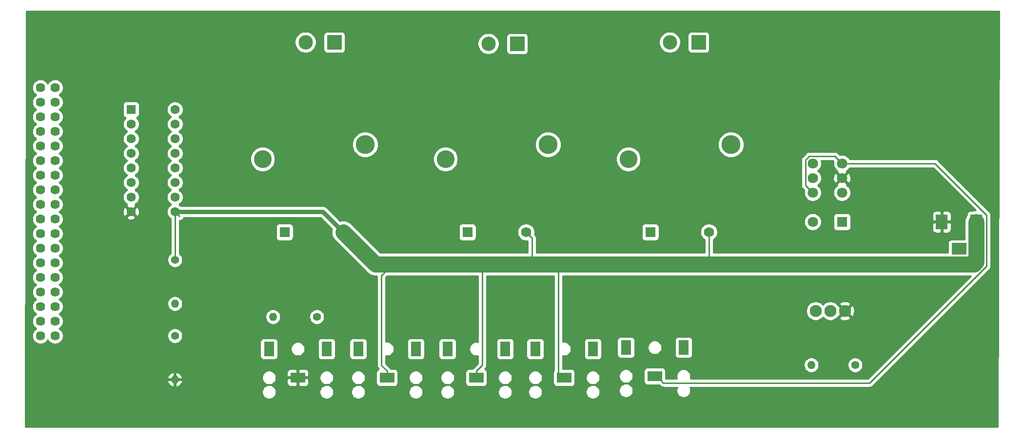
<source format=gbr>
G04 #@! TF.GenerationSoftware,KiCad,Pcbnew,5.1.5-52549c5~84~ubuntu18.04.1*
G04 #@! TF.CreationDate,2020-02-03T02:30:07-05:00*
G04 #@! TF.ProjectId,cropdroid-reservoir,63726f70-6472-46f6-9964-2d7265736572,v1*
G04 #@! TF.SameCoordinates,Original*
G04 #@! TF.FileFunction,Copper,L2,Bot*
G04 #@! TF.FilePolarity,Positive*
%FSLAX46Y46*%
G04 Gerber Fmt 4.6, Leading zero omitted, Abs format (unit mm)*
G04 Created by KiCad (PCBNEW 5.1.5-52549c5~84~ubuntu18.04.1) date 2020-02-03 02:30:07*
%MOMM*%
%LPD*%
G04 APERTURE LIST*
%ADD10R,2.500000X2.500000*%
%ADD11C,2.500000*%
%ADD12R,1.800000X2.500000*%
%ADD13R,2.500000X1.800000*%
%ADD14C,2.100000*%
%ADD15C,1.620010*%
%ADD16R,2.600000X2.000000*%
%ADD17R,2.000000X2.600000*%
%ADD18C,1.760000*%
%ADD19R,1.760000X1.760000*%
%ADD20C,3.090000*%
%ADD21C,3.290000*%
%ADD22R,1.600000X1.600000*%
%ADD23C,1.600000*%
%ADD24O,1.400000X1.400000*%
%ADD25C,1.400000*%
%ADD26C,1.800000*%
%ADD27R,1.800000X1.800000*%
%ADD28C,0.254000*%
%ADD29C,2.794000*%
%ADD30C,0.762000*%
G04 APERTURE END LIST*
D10*
X117856000Y-67056000D03*
D11*
X112856000Y-67056000D03*
D12*
X106506000Y-120396000D03*
X116506000Y-120396000D03*
D13*
X111506000Y-125396000D03*
X127000000Y-125396000D03*
D12*
X132000000Y-120396000D03*
X122000000Y-120396000D03*
X137494000Y-120396000D03*
X147494000Y-120396000D03*
D13*
X142494000Y-125396000D03*
D12*
X152734000Y-120396000D03*
X162734000Y-120396000D03*
D13*
X157734000Y-125396000D03*
X173482000Y-125142000D03*
D12*
X178482000Y-120142000D03*
X168482000Y-120142000D03*
D14*
X201422000Y-113792000D03*
X203962000Y-113792000D03*
X206502000Y-113792000D03*
D11*
X144606000Y-67310000D03*
D10*
X149606000Y-67310000D03*
X181102000Y-67056000D03*
D11*
X176102000Y-67056000D03*
D15*
X66802000Y-74930000D03*
X69342000Y-74930000D03*
X66802000Y-77470000D03*
X69342000Y-77470000D03*
X66802000Y-80010000D03*
X69342000Y-80010000D03*
X66802000Y-82550000D03*
X69342000Y-82550000D03*
X66802000Y-85090000D03*
X69342000Y-85090000D03*
X66802000Y-87630000D03*
X69342000Y-87630000D03*
X66802000Y-90170000D03*
X69342000Y-90170000D03*
X66802000Y-92710000D03*
X69342000Y-92710000D03*
X66802000Y-95250000D03*
X69342000Y-95250000D03*
X66802000Y-97790000D03*
X69342000Y-97790000D03*
X66802000Y-100330000D03*
X69342000Y-100330000D03*
X66802000Y-102870000D03*
X69342000Y-102870000D03*
X66802000Y-105410000D03*
X69342000Y-105410000D03*
X66802000Y-107950000D03*
X69342000Y-107950000D03*
X66802000Y-110490000D03*
X69342000Y-110490000D03*
X66802000Y-113030000D03*
X69342000Y-113030000D03*
X66802000Y-115570000D03*
X69342000Y-115570000D03*
X66802000Y-118110000D03*
X69342000Y-118110000D03*
D16*
X226314000Y-102998000D03*
D17*
X229314000Y-98298000D03*
X223314000Y-98298000D03*
D18*
X119380000Y-100076000D03*
D19*
X109220000Y-100076000D03*
D20*
X105410000Y-87376000D03*
D21*
X123190000Y-84836000D03*
X154940000Y-84836000D03*
D20*
X137160000Y-87376000D03*
D19*
X140970000Y-100076000D03*
D18*
X151130000Y-100076000D03*
X182880000Y-100076000D03*
D19*
X172720000Y-100076000D03*
D20*
X168910000Y-87376000D03*
D21*
X186690000Y-84836000D03*
D22*
X82550000Y-78740000D03*
D23*
X82550000Y-81280000D03*
X82550000Y-83820000D03*
X82550000Y-86360000D03*
X82550000Y-88900000D03*
X82550000Y-91440000D03*
X82550000Y-93980000D03*
X90170000Y-93980000D03*
X90170000Y-91440000D03*
X90170000Y-88900000D03*
X90170000Y-86360000D03*
X90170000Y-83820000D03*
X90170000Y-81280000D03*
X90170000Y-78740000D03*
X82550000Y-96520000D03*
X90170000Y-96520000D03*
D24*
X90170000Y-112522000D03*
D25*
X90170000Y-104902000D03*
X90170000Y-118110000D03*
D24*
X90170000Y-125730000D03*
X200660000Y-123190000D03*
D25*
X208280000Y-123190000D03*
X114808000Y-114808000D03*
D24*
X107188000Y-114808000D03*
D26*
X200914000Y-98298000D03*
X200914000Y-93218000D03*
X200914000Y-90678000D03*
X200914000Y-88138000D03*
X205994000Y-88138000D03*
X205994000Y-90678000D03*
X205994000Y-93218000D03*
D27*
X205994000Y-98298000D03*
D28*
X222139802Y-88138000D02*
X207266792Y-88138000D01*
X231092010Y-97090208D02*
X222139802Y-88138000D01*
X231092010Y-106006277D02*
X231092010Y-97090208D01*
X210802286Y-126296000D02*
X231092010Y-106006277D01*
X174986000Y-126296000D02*
X210802286Y-126296000D01*
X207266792Y-88138000D02*
X205994000Y-88138000D01*
X173832000Y-125142000D02*
X174986000Y-126296000D01*
X173482000Y-125142000D02*
X173832000Y-125142000D01*
X200014001Y-92318001D02*
X200914000Y-93218000D01*
X199632999Y-91936999D02*
X200014001Y-92318001D01*
X199632999Y-87523119D02*
X199632999Y-91936999D01*
X204712999Y-86856999D02*
X200299119Y-86856999D01*
X200299119Y-86856999D02*
X199632999Y-87523119D01*
X205994000Y-88138000D02*
X204712999Y-86856999D01*
D29*
X120259999Y-100955999D02*
X119380000Y-100076000D01*
X124953001Y-105649001D02*
X120259999Y-100955999D01*
X229314000Y-105269802D02*
X228934801Y-105649001D01*
X229314000Y-98298000D02*
X229314000Y-105269802D01*
D28*
X152009999Y-105527999D02*
X152146000Y-105664000D01*
X151130000Y-100076000D02*
X152009999Y-100955999D01*
X182880000Y-100076000D02*
X182880000Y-105410000D01*
X182880000Y-105410000D02*
X182626000Y-105664000D01*
D29*
X228934801Y-105649001D02*
X182626000Y-105664000D01*
D28*
X126018999Y-107661001D02*
X128016000Y-105664000D01*
X127000000Y-124242000D02*
X126018999Y-123260999D01*
X127000000Y-125396000D02*
X127000000Y-124242000D01*
X126018999Y-123260999D02*
X126018999Y-107661001D01*
D29*
X128016000Y-105664000D02*
X124953001Y-105649001D01*
D28*
X143510000Y-123226000D02*
X143510000Y-105664000D01*
X142494000Y-125396000D02*
X142494000Y-124242000D01*
X142494000Y-124242000D02*
X143510000Y-123226000D01*
D29*
X152146000Y-105664000D02*
X143510000Y-105664000D01*
X143510000Y-105664000D02*
X128016000Y-105664000D01*
D28*
X156752999Y-124764999D02*
X156752999Y-106391001D01*
X156752999Y-106391001D02*
X157480000Y-105664000D01*
X157384000Y-125396000D02*
X156752999Y-124764999D01*
D29*
X182626000Y-105664000D02*
X157480000Y-105664000D01*
D28*
X157734000Y-125396000D02*
X157384000Y-125396000D01*
D29*
X157480000Y-105664000D02*
X152146000Y-105664000D01*
D28*
X118500001Y-99196001D02*
X119380000Y-100076000D01*
X90170000Y-96520000D02*
X90969999Y-97319999D01*
X90170000Y-96520000D02*
X90170000Y-105156000D01*
D30*
X115824000Y-96520000D02*
X90170000Y-96520000D01*
X119380000Y-100076000D02*
X115824000Y-96520000D01*
D28*
X152146000Y-101092000D02*
X151130000Y-100076000D01*
X152146000Y-105664000D02*
X152146000Y-101092000D01*
G36*
X233022273Y-133960000D02*
G01*
X64162279Y-133960000D01*
X64183608Y-127774363D01*
X105271000Y-127774363D01*
X105271000Y-128017637D01*
X105318460Y-128256236D01*
X105411557Y-128480992D01*
X105546713Y-128683267D01*
X105718733Y-128855287D01*
X105921008Y-128990443D01*
X106145764Y-129083540D01*
X106384363Y-129131000D01*
X106627637Y-129131000D01*
X106866236Y-129083540D01*
X107090992Y-128990443D01*
X107293267Y-128855287D01*
X107465287Y-128683267D01*
X107600443Y-128480992D01*
X107693540Y-128256236D01*
X107741000Y-128017637D01*
X107741000Y-127774363D01*
X115271000Y-127774363D01*
X115271000Y-128017637D01*
X115318460Y-128256236D01*
X115411557Y-128480992D01*
X115546713Y-128683267D01*
X115718733Y-128855287D01*
X115921008Y-128990443D01*
X116145764Y-129083540D01*
X116384363Y-129131000D01*
X116627637Y-129131000D01*
X116866236Y-129083540D01*
X117090992Y-128990443D01*
X117293267Y-128855287D01*
X117465287Y-128683267D01*
X117600443Y-128480992D01*
X117693540Y-128256236D01*
X117741000Y-128017637D01*
X117741000Y-127774363D01*
X120765000Y-127774363D01*
X120765000Y-128017637D01*
X120812460Y-128256236D01*
X120905557Y-128480992D01*
X121040713Y-128683267D01*
X121212733Y-128855287D01*
X121415008Y-128990443D01*
X121639764Y-129083540D01*
X121878363Y-129131000D01*
X122121637Y-129131000D01*
X122360236Y-129083540D01*
X122584992Y-128990443D01*
X122787267Y-128855287D01*
X122959287Y-128683267D01*
X123094443Y-128480992D01*
X123187540Y-128256236D01*
X123235000Y-128017637D01*
X123235000Y-127774363D01*
X130765000Y-127774363D01*
X130765000Y-128017637D01*
X130812460Y-128256236D01*
X130905557Y-128480992D01*
X131040713Y-128683267D01*
X131212733Y-128855287D01*
X131415008Y-128990443D01*
X131639764Y-129083540D01*
X131878363Y-129131000D01*
X132121637Y-129131000D01*
X132360236Y-129083540D01*
X132584992Y-128990443D01*
X132787267Y-128855287D01*
X132959287Y-128683267D01*
X133094443Y-128480992D01*
X133187540Y-128256236D01*
X133235000Y-128017637D01*
X133235000Y-127774363D01*
X136259000Y-127774363D01*
X136259000Y-128017637D01*
X136306460Y-128256236D01*
X136399557Y-128480992D01*
X136534713Y-128683267D01*
X136706733Y-128855287D01*
X136909008Y-128990443D01*
X137133764Y-129083540D01*
X137372363Y-129131000D01*
X137615637Y-129131000D01*
X137854236Y-129083540D01*
X138078992Y-128990443D01*
X138281267Y-128855287D01*
X138453287Y-128683267D01*
X138588443Y-128480992D01*
X138681540Y-128256236D01*
X138729000Y-128017637D01*
X138729000Y-127774363D01*
X146259000Y-127774363D01*
X146259000Y-128017637D01*
X146306460Y-128256236D01*
X146399557Y-128480992D01*
X146534713Y-128683267D01*
X146706733Y-128855287D01*
X146909008Y-128990443D01*
X147133764Y-129083540D01*
X147372363Y-129131000D01*
X147615637Y-129131000D01*
X147854236Y-129083540D01*
X148078992Y-128990443D01*
X148281267Y-128855287D01*
X148453287Y-128683267D01*
X148588443Y-128480992D01*
X148681540Y-128256236D01*
X148729000Y-128017637D01*
X148729000Y-127774363D01*
X151499000Y-127774363D01*
X151499000Y-128017637D01*
X151546460Y-128256236D01*
X151639557Y-128480992D01*
X151774713Y-128683267D01*
X151946733Y-128855287D01*
X152149008Y-128990443D01*
X152373764Y-129083540D01*
X152612363Y-129131000D01*
X152855637Y-129131000D01*
X153094236Y-129083540D01*
X153318992Y-128990443D01*
X153521267Y-128855287D01*
X153693287Y-128683267D01*
X153828443Y-128480992D01*
X153921540Y-128256236D01*
X153969000Y-128017637D01*
X153969000Y-127774363D01*
X161499000Y-127774363D01*
X161499000Y-128017637D01*
X161546460Y-128256236D01*
X161639557Y-128480992D01*
X161774713Y-128683267D01*
X161946733Y-128855287D01*
X162149008Y-128990443D01*
X162373764Y-129083540D01*
X162612363Y-129131000D01*
X162855637Y-129131000D01*
X163094236Y-129083540D01*
X163318992Y-128990443D01*
X163521267Y-128855287D01*
X163693287Y-128683267D01*
X163828443Y-128480992D01*
X163921540Y-128256236D01*
X163969000Y-128017637D01*
X163969000Y-127774363D01*
X163921540Y-127535764D01*
X163915161Y-127520363D01*
X167247000Y-127520363D01*
X167247000Y-127763637D01*
X167294460Y-128002236D01*
X167387557Y-128226992D01*
X167522713Y-128429267D01*
X167694733Y-128601287D01*
X167897008Y-128736443D01*
X168121764Y-128829540D01*
X168360363Y-128877000D01*
X168603637Y-128877000D01*
X168842236Y-128829540D01*
X169066992Y-128736443D01*
X169269267Y-128601287D01*
X169441287Y-128429267D01*
X169576443Y-128226992D01*
X169669540Y-128002236D01*
X169717000Y-127763637D01*
X169717000Y-127520363D01*
X169669540Y-127281764D01*
X169576443Y-127057008D01*
X169441287Y-126854733D01*
X169269267Y-126682713D01*
X169066992Y-126547557D01*
X168842236Y-126454460D01*
X168603637Y-126407000D01*
X168360363Y-126407000D01*
X168121764Y-126454460D01*
X167897008Y-126547557D01*
X167694733Y-126682713D01*
X167522713Y-126854733D01*
X167387557Y-127057008D01*
X167294460Y-127281764D01*
X167247000Y-127520363D01*
X163915161Y-127520363D01*
X163828443Y-127311008D01*
X163693287Y-127108733D01*
X163521267Y-126936713D01*
X163318992Y-126801557D01*
X163094236Y-126708460D01*
X162855637Y-126661000D01*
X162612363Y-126661000D01*
X162373764Y-126708460D01*
X162149008Y-126801557D01*
X161946733Y-126936713D01*
X161774713Y-127108733D01*
X161639557Y-127311008D01*
X161546460Y-127535764D01*
X161499000Y-127774363D01*
X153969000Y-127774363D01*
X153921540Y-127535764D01*
X153828443Y-127311008D01*
X153693287Y-127108733D01*
X153521267Y-126936713D01*
X153318992Y-126801557D01*
X153094236Y-126708460D01*
X152855637Y-126661000D01*
X152612363Y-126661000D01*
X152373764Y-126708460D01*
X152149008Y-126801557D01*
X151946733Y-126936713D01*
X151774713Y-127108733D01*
X151639557Y-127311008D01*
X151546460Y-127535764D01*
X151499000Y-127774363D01*
X148729000Y-127774363D01*
X148681540Y-127535764D01*
X148588443Y-127311008D01*
X148453287Y-127108733D01*
X148281267Y-126936713D01*
X148078992Y-126801557D01*
X147854236Y-126708460D01*
X147615637Y-126661000D01*
X147372363Y-126661000D01*
X147133764Y-126708460D01*
X146909008Y-126801557D01*
X146706733Y-126936713D01*
X146534713Y-127108733D01*
X146399557Y-127311008D01*
X146306460Y-127535764D01*
X146259000Y-127774363D01*
X138729000Y-127774363D01*
X138681540Y-127535764D01*
X138588443Y-127311008D01*
X138453287Y-127108733D01*
X138281267Y-126936713D01*
X138078992Y-126801557D01*
X137854236Y-126708460D01*
X137615637Y-126661000D01*
X137372363Y-126661000D01*
X137133764Y-126708460D01*
X136909008Y-126801557D01*
X136706733Y-126936713D01*
X136534713Y-127108733D01*
X136399557Y-127311008D01*
X136306460Y-127535764D01*
X136259000Y-127774363D01*
X133235000Y-127774363D01*
X133187540Y-127535764D01*
X133094443Y-127311008D01*
X132959287Y-127108733D01*
X132787267Y-126936713D01*
X132584992Y-126801557D01*
X132360236Y-126708460D01*
X132121637Y-126661000D01*
X131878363Y-126661000D01*
X131639764Y-126708460D01*
X131415008Y-126801557D01*
X131212733Y-126936713D01*
X131040713Y-127108733D01*
X130905557Y-127311008D01*
X130812460Y-127535764D01*
X130765000Y-127774363D01*
X123235000Y-127774363D01*
X123187540Y-127535764D01*
X123094443Y-127311008D01*
X122959287Y-127108733D01*
X122787267Y-126936713D01*
X122584992Y-126801557D01*
X122360236Y-126708460D01*
X122121637Y-126661000D01*
X121878363Y-126661000D01*
X121639764Y-126708460D01*
X121415008Y-126801557D01*
X121212733Y-126936713D01*
X121040713Y-127108733D01*
X120905557Y-127311008D01*
X120812460Y-127535764D01*
X120765000Y-127774363D01*
X117741000Y-127774363D01*
X117693540Y-127535764D01*
X117600443Y-127311008D01*
X117465287Y-127108733D01*
X117293267Y-126936713D01*
X117090992Y-126801557D01*
X116866236Y-126708460D01*
X116627637Y-126661000D01*
X116384363Y-126661000D01*
X116145764Y-126708460D01*
X115921008Y-126801557D01*
X115718733Y-126936713D01*
X115546713Y-127108733D01*
X115411557Y-127311008D01*
X115318460Y-127535764D01*
X115271000Y-127774363D01*
X107741000Y-127774363D01*
X107693540Y-127535764D01*
X107600443Y-127311008D01*
X107465287Y-127108733D01*
X107293267Y-126936713D01*
X107090992Y-126801557D01*
X106866236Y-126708460D01*
X106627637Y-126661000D01*
X106384363Y-126661000D01*
X106145764Y-126708460D01*
X105921008Y-126801557D01*
X105718733Y-126936713D01*
X105546713Y-127108733D01*
X105411557Y-127311008D01*
X105318460Y-127535764D01*
X105271000Y-127774363D01*
X64183608Y-127774363D01*
X64189508Y-126063330D01*
X88877278Y-126063330D01*
X88967147Y-126309123D01*
X89103241Y-126532660D01*
X89280330Y-126725351D01*
X89491608Y-126879792D01*
X89728956Y-126990047D01*
X89836671Y-127022716D01*
X90043000Y-126899374D01*
X90043000Y-125857000D01*
X90297000Y-125857000D01*
X90297000Y-126899374D01*
X90503329Y-127022716D01*
X90611044Y-126990047D01*
X90848392Y-126879792D01*
X91059670Y-126725351D01*
X91236759Y-126532660D01*
X91372853Y-126309123D01*
X91462722Y-126063330D01*
X91340201Y-125857000D01*
X90297000Y-125857000D01*
X90043000Y-125857000D01*
X88999799Y-125857000D01*
X88877278Y-126063330D01*
X64189508Y-126063330D01*
X64191806Y-125396670D01*
X88877278Y-125396670D01*
X88999799Y-125603000D01*
X90043000Y-125603000D01*
X90043000Y-124560626D01*
X90297000Y-124560626D01*
X90297000Y-125603000D01*
X91340201Y-125603000D01*
X91462722Y-125396670D01*
X91418004Y-125274363D01*
X105271000Y-125274363D01*
X105271000Y-125517637D01*
X105318460Y-125756236D01*
X105411557Y-125980992D01*
X105546713Y-126183267D01*
X105718733Y-126355287D01*
X105921008Y-126490443D01*
X106145764Y-126583540D01*
X106384363Y-126631000D01*
X106627637Y-126631000D01*
X106866236Y-126583540D01*
X107090992Y-126490443D01*
X107293267Y-126355287D01*
X107352554Y-126296000D01*
X109617928Y-126296000D01*
X109630188Y-126420482D01*
X109666498Y-126540180D01*
X109725463Y-126650494D01*
X109804815Y-126747185D01*
X109901506Y-126826537D01*
X110011820Y-126885502D01*
X110131518Y-126921812D01*
X110256000Y-126934072D01*
X111220250Y-126931000D01*
X111379000Y-126772250D01*
X111379000Y-125523000D01*
X111633000Y-125523000D01*
X111633000Y-126772250D01*
X111791750Y-126931000D01*
X112756000Y-126934072D01*
X112880482Y-126921812D01*
X113000180Y-126885502D01*
X113110494Y-126826537D01*
X113207185Y-126747185D01*
X113286537Y-126650494D01*
X113345502Y-126540180D01*
X113381812Y-126420482D01*
X113394072Y-126296000D01*
X113391000Y-125681750D01*
X113232250Y-125523000D01*
X111633000Y-125523000D01*
X111379000Y-125523000D01*
X109779750Y-125523000D01*
X109621000Y-125681750D01*
X109617928Y-126296000D01*
X107352554Y-126296000D01*
X107465287Y-126183267D01*
X107600443Y-125980992D01*
X107693540Y-125756236D01*
X107741000Y-125517637D01*
X107741000Y-125274363D01*
X115271000Y-125274363D01*
X115271000Y-125517637D01*
X115318460Y-125756236D01*
X115411557Y-125980992D01*
X115546713Y-126183267D01*
X115718733Y-126355287D01*
X115921008Y-126490443D01*
X116145764Y-126583540D01*
X116384363Y-126631000D01*
X116627637Y-126631000D01*
X116866236Y-126583540D01*
X117090992Y-126490443D01*
X117293267Y-126355287D01*
X117465287Y-126183267D01*
X117600443Y-125980992D01*
X117693540Y-125756236D01*
X117741000Y-125517637D01*
X117741000Y-125274363D01*
X120765000Y-125274363D01*
X120765000Y-125517637D01*
X120812460Y-125756236D01*
X120905557Y-125980992D01*
X121040713Y-126183267D01*
X121212733Y-126355287D01*
X121415008Y-126490443D01*
X121639764Y-126583540D01*
X121878363Y-126631000D01*
X122121637Y-126631000D01*
X122360236Y-126583540D01*
X122584992Y-126490443D01*
X122787267Y-126355287D01*
X122959287Y-126183267D01*
X123094443Y-125980992D01*
X123187540Y-125756236D01*
X123235000Y-125517637D01*
X123235000Y-125274363D01*
X123187540Y-125035764D01*
X123094443Y-124811008D01*
X122959287Y-124608733D01*
X122787267Y-124436713D01*
X122584992Y-124301557D01*
X122360236Y-124208460D01*
X122121637Y-124161000D01*
X121878363Y-124161000D01*
X121639764Y-124208460D01*
X121415008Y-124301557D01*
X121212733Y-124436713D01*
X121040713Y-124608733D01*
X120905557Y-124811008D01*
X120812460Y-125035764D01*
X120765000Y-125274363D01*
X117741000Y-125274363D01*
X117693540Y-125035764D01*
X117600443Y-124811008D01*
X117465287Y-124608733D01*
X117293267Y-124436713D01*
X117090992Y-124301557D01*
X116866236Y-124208460D01*
X116627637Y-124161000D01*
X116384363Y-124161000D01*
X116145764Y-124208460D01*
X115921008Y-124301557D01*
X115718733Y-124436713D01*
X115546713Y-124608733D01*
X115411557Y-124811008D01*
X115318460Y-125035764D01*
X115271000Y-125274363D01*
X107741000Y-125274363D01*
X107693540Y-125035764D01*
X107600443Y-124811008D01*
X107465287Y-124608733D01*
X107352554Y-124496000D01*
X109617928Y-124496000D01*
X109621000Y-125110250D01*
X109779750Y-125269000D01*
X111379000Y-125269000D01*
X111379000Y-124019750D01*
X111633000Y-124019750D01*
X111633000Y-125269000D01*
X113232250Y-125269000D01*
X113391000Y-125110250D01*
X113394072Y-124496000D01*
X113381812Y-124371518D01*
X113345502Y-124251820D01*
X113286537Y-124141506D01*
X113207185Y-124044815D01*
X113110494Y-123965463D01*
X113000180Y-123906498D01*
X112880482Y-123870188D01*
X112756000Y-123857928D01*
X111791750Y-123861000D01*
X111633000Y-124019750D01*
X111379000Y-124019750D01*
X111220250Y-123861000D01*
X110256000Y-123857928D01*
X110131518Y-123870188D01*
X110011820Y-123906498D01*
X109901506Y-123965463D01*
X109804815Y-124044815D01*
X109725463Y-124141506D01*
X109666498Y-124251820D01*
X109630188Y-124371518D01*
X109617928Y-124496000D01*
X107352554Y-124496000D01*
X107293267Y-124436713D01*
X107090992Y-124301557D01*
X106866236Y-124208460D01*
X106627637Y-124161000D01*
X106384363Y-124161000D01*
X106145764Y-124208460D01*
X105921008Y-124301557D01*
X105718733Y-124436713D01*
X105546713Y-124608733D01*
X105411557Y-124811008D01*
X105318460Y-125035764D01*
X105271000Y-125274363D01*
X91418004Y-125274363D01*
X91372853Y-125150877D01*
X91236759Y-124927340D01*
X91059670Y-124734649D01*
X90848392Y-124580208D01*
X90611044Y-124469953D01*
X90503329Y-124437284D01*
X90297000Y-124560626D01*
X90043000Y-124560626D01*
X89836671Y-124437284D01*
X89728956Y-124469953D01*
X89491608Y-124580208D01*
X89280330Y-124734649D01*
X89103241Y-124927340D01*
X88967147Y-125150877D01*
X88877278Y-125396670D01*
X64191806Y-125396670D01*
X64366321Y-74787679D01*
X65356995Y-74787679D01*
X65356995Y-75072321D01*
X65412526Y-75351492D01*
X65521453Y-75614467D01*
X65679591Y-75851137D01*
X65880863Y-76052409D01*
X66101748Y-76200000D01*
X65880863Y-76347591D01*
X65679591Y-76548863D01*
X65521453Y-76785533D01*
X65412526Y-77048508D01*
X65356995Y-77327679D01*
X65356995Y-77612321D01*
X65412526Y-77891492D01*
X65521453Y-78154467D01*
X65679591Y-78391137D01*
X65880863Y-78592409D01*
X66101748Y-78740000D01*
X65880863Y-78887591D01*
X65679591Y-79088863D01*
X65521453Y-79325533D01*
X65412526Y-79588508D01*
X65356995Y-79867679D01*
X65356995Y-80152321D01*
X65412526Y-80431492D01*
X65521453Y-80694467D01*
X65679591Y-80931137D01*
X65880863Y-81132409D01*
X66101748Y-81280000D01*
X65880863Y-81427591D01*
X65679591Y-81628863D01*
X65521453Y-81865533D01*
X65412526Y-82128508D01*
X65356995Y-82407679D01*
X65356995Y-82692321D01*
X65412526Y-82971492D01*
X65521453Y-83234467D01*
X65679591Y-83471137D01*
X65880863Y-83672409D01*
X66101748Y-83820000D01*
X65880863Y-83967591D01*
X65679591Y-84168863D01*
X65521453Y-84405533D01*
X65412526Y-84668508D01*
X65356995Y-84947679D01*
X65356995Y-85232321D01*
X65412526Y-85511492D01*
X65521453Y-85774467D01*
X65679591Y-86011137D01*
X65880863Y-86212409D01*
X66101748Y-86360000D01*
X65880863Y-86507591D01*
X65679591Y-86708863D01*
X65521453Y-86945533D01*
X65412526Y-87208508D01*
X65356995Y-87487679D01*
X65356995Y-87772321D01*
X65412526Y-88051492D01*
X65521453Y-88314467D01*
X65679591Y-88551137D01*
X65880863Y-88752409D01*
X66101748Y-88900000D01*
X65880863Y-89047591D01*
X65679591Y-89248863D01*
X65521453Y-89485533D01*
X65412526Y-89748508D01*
X65356995Y-90027679D01*
X65356995Y-90312321D01*
X65412526Y-90591492D01*
X65521453Y-90854467D01*
X65679591Y-91091137D01*
X65880863Y-91292409D01*
X66101748Y-91440000D01*
X65880863Y-91587591D01*
X65679591Y-91788863D01*
X65521453Y-92025533D01*
X65412526Y-92288508D01*
X65356995Y-92567679D01*
X65356995Y-92852321D01*
X65412526Y-93131492D01*
X65521453Y-93394467D01*
X65679591Y-93631137D01*
X65880863Y-93832409D01*
X66101748Y-93980000D01*
X65880863Y-94127591D01*
X65679591Y-94328863D01*
X65521453Y-94565533D01*
X65412526Y-94828508D01*
X65356995Y-95107679D01*
X65356995Y-95392321D01*
X65412526Y-95671492D01*
X65521453Y-95934467D01*
X65679591Y-96171137D01*
X65880863Y-96372409D01*
X66101748Y-96520000D01*
X65880863Y-96667591D01*
X65679591Y-96868863D01*
X65521453Y-97105533D01*
X65412526Y-97368508D01*
X65356995Y-97647679D01*
X65356995Y-97932321D01*
X65412526Y-98211492D01*
X65521453Y-98474467D01*
X65679591Y-98711137D01*
X65880863Y-98912409D01*
X66101748Y-99060000D01*
X65880863Y-99207591D01*
X65679591Y-99408863D01*
X65521453Y-99645533D01*
X65412526Y-99908508D01*
X65356995Y-100187679D01*
X65356995Y-100472321D01*
X65412526Y-100751492D01*
X65521453Y-101014467D01*
X65679591Y-101251137D01*
X65880863Y-101452409D01*
X66101748Y-101600000D01*
X65880863Y-101747591D01*
X65679591Y-101948863D01*
X65521453Y-102185533D01*
X65412526Y-102448508D01*
X65356995Y-102727679D01*
X65356995Y-103012321D01*
X65412526Y-103291492D01*
X65521453Y-103554467D01*
X65679591Y-103791137D01*
X65880863Y-103992409D01*
X66101748Y-104140000D01*
X65880863Y-104287591D01*
X65679591Y-104488863D01*
X65521453Y-104725533D01*
X65412526Y-104988508D01*
X65356995Y-105267679D01*
X65356995Y-105552321D01*
X65412526Y-105831492D01*
X65521453Y-106094467D01*
X65679591Y-106331137D01*
X65880863Y-106532409D01*
X66101748Y-106680000D01*
X65880863Y-106827591D01*
X65679591Y-107028863D01*
X65521453Y-107265533D01*
X65412526Y-107528508D01*
X65356995Y-107807679D01*
X65356995Y-108092321D01*
X65412526Y-108371492D01*
X65521453Y-108634467D01*
X65679591Y-108871137D01*
X65880863Y-109072409D01*
X66101748Y-109220000D01*
X65880863Y-109367591D01*
X65679591Y-109568863D01*
X65521453Y-109805533D01*
X65412526Y-110068508D01*
X65356995Y-110347679D01*
X65356995Y-110632321D01*
X65412526Y-110911492D01*
X65521453Y-111174467D01*
X65679591Y-111411137D01*
X65880863Y-111612409D01*
X66101748Y-111760000D01*
X65880863Y-111907591D01*
X65679591Y-112108863D01*
X65521453Y-112345533D01*
X65412526Y-112608508D01*
X65356995Y-112887679D01*
X65356995Y-113172321D01*
X65412526Y-113451492D01*
X65521453Y-113714467D01*
X65679591Y-113951137D01*
X65880863Y-114152409D01*
X66101748Y-114300000D01*
X65880863Y-114447591D01*
X65679591Y-114648863D01*
X65521453Y-114885533D01*
X65412526Y-115148508D01*
X65356995Y-115427679D01*
X65356995Y-115712321D01*
X65412526Y-115991492D01*
X65521453Y-116254467D01*
X65679591Y-116491137D01*
X65880863Y-116692409D01*
X66101748Y-116840000D01*
X65880863Y-116987591D01*
X65679591Y-117188863D01*
X65521453Y-117425533D01*
X65412526Y-117688508D01*
X65356995Y-117967679D01*
X65356995Y-118252321D01*
X65412526Y-118531492D01*
X65521453Y-118794467D01*
X65679591Y-119031137D01*
X65880863Y-119232409D01*
X66117533Y-119390547D01*
X66380508Y-119499474D01*
X66659679Y-119555005D01*
X66944321Y-119555005D01*
X67223492Y-119499474D01*
X67486467Y-119390547D01*
X67723137Y-119232409D01*
X67924409Y-119031137D01*
X68072000Y-118810252D01*
X68219591Y-119031137D01*
X68420863Y-119232409D01*
X68657533Y-119390547D01*
X68920508Y-119499474D01*
X69199679Y-119555005D01*
X69484321Y-119555005D01*
X69763492Y-119499474D01*
X70026467Y-119390547D01*
X70263137Y-119232409D01*
X70464409Y-119031137D01*
X70622547Y-118794467D01*
X70731474Y-118531492D01*
X70787005Y-118252321D01*
X70787005Y-117978514D01*
X88835000Y-117978514D01*
X88835000Y-118241486D01*
X88886304Y-118499405D01*
X88986939Y-118742359D01*
X89133038Y-118961013D01*
X89318987Y-119146962D01*
X89537641Y-119293061D01*
X89780595Y-119393696D01*
X90038514Y-119445000D01*
X90301486Y-119445000D01*
X90559405Y-119393696D01*
X90802359Y-119293061D01*
X91021013Y-119146962D01*
X91021975Y-119146000D01*
X104967928Y-119146000D01*
X104967928Y-121646000D01*
X104980188Y-121770482D01*
X105016498Y-121890180D01*
X105075463Y-122000494D01*
X105154815Y-122097185D01*
X105251506Y-122176537D01*
X105361820Y-122235502D01*
X105481518Y-122271812D01*
X105606000Y-122284072D01*
X107406000Y-122284072D01*
X107530482Y-122271812D01*
X107650180Y-122235502D01*
X107760494Y-122176537D01*
X107857185Y-122097185D01*
X107936537Y-122000494D01*
X107995502Y-121890180D01*
X108031812Y-121770482D01*
X108044072Y-121646000D01*
X108044072Y-120274363D01*
X110271000Y-120274363D01*
X110271000Y-120517637D01*
X110318460Y-120756236D01*
X110411557Y-120980992D01*
X110546713Y-121183267D01*
X110718733Y-121355287D01*
X110921008Y-121490443D01*
X111145764Y-121583540D01*
X111384363Y-121631000D01*
X111627637Y-121631000D01*
X111866236Y-121583540D01*
X112090992Y-121490443D01*
X112293267Y-121355287D01*
X112465287Y-121183267D01*
X112600443Y-120980992D01*
X112693540Y-120756236D01*
X112741000Y-120517637D01*
X112741000Y-120274363D01*
X112693540Y-120035764D01*
X112600443Y-119811008D01*
X112465287Y-119608733D01*
X112293267Y-119436713D01*
X112090992Y-119301557D01*
X111866236Y-119208460D01*
X111627637Y-119161000D01*
X111384363Y-119161000D01*
X111145764Y-119208460D01*
X110921008Y-119301557D01*
X110718733Y-119436713D01*
X110546713Y-119608733D01*
X110411557Y-119811008D01*
X110318460Y-120035764D01*
X110271000Y-120274363D01*
X108044072Y-120274363D01*
X108044072Y-119146000D01*
X114967928Y-119146000D01*
X114967928Y-121646000D01*
X114980188Y-121770482D01*
X115016498Y-121890180D01*
X115075463Y-122000494D01*
X115154815Y-122097185D01*
X115251506Y-122176537D01*
X115361820Y-122235502D01*
X115481518Y-122271812D01*
X115606000Y-122284072D01*
X117406000Y-122284072D01*
X117530482Y-122271812D01*
X117650180Y-122235502D01*
X117760494Y-122176537D01*
X117857185Y-122097185D01*
X117936537Y-122000494D01*
X117995502Y-121890180D01*
X118031812Y-121770482D01*
X118044072Y-121646000D01*
X118044072Y-119146000D01*
X120461928Y-119146000D01*
X120461928Y-121646000D01*
X120474188Y-121770482D01*
X120510498Y-121890180D01*
X120569463Y-122000494D01*
X120648815Y-122097185D01*
X120745506Y-122176537D01*
X120855820Y-122235502D01*
X120975518Y-122271812D01*
X121100000Y-122284072D01*
X122900000Y-122284072D01*
X123024482Y-122271812D01*
X123144180Y-122235502D01*
X123254494Y-122176537D01*
X123351185Y-122097185D01*
X123430537Y-122000494D01*
X123489502Y-121890180D01*
X123525812Y-121770482D01*
X123538072Y-121646000D01*
X123538072Y-119146000D01*
X123525812Y-119021518D01*
X123489502Y-118901820D01*
X123430537Y-118791506D01*
X123351185Y-118694815D01*
X123254494Y-118615463D01*
X123144180Y-118556498D01*
X123024482Y-118520188D01*
X122900000Y-118507928D01*
X121100000Y-118507928D01*
X120975518Y-118520188D01*
X120855820Y-118556498D01*
X120745506Y-118615463D01*
X120648815Y-118694815D01*
X120569463Y-118791506D01*
X120510498Y-118901820D01*
X120474188Y-119021518D01*
X120461928Y-119146000D01*
X118044072Y-119146000D01*
X118031812Y-119021518D01*
X117995502Y-118901820D01*
X117936537Y-118791506D01*
X117857185Y-118694815D01*
X117760494Y-118615463D01*
X117650180Y-118556498D01*
X117530482Y-118520188D01*
X117406000Y-118507928D01*
X115606000Y-118507928D01*
X115481518Y-118520188D01*
X115361820Y-118556498D01*
X115251506Y-118615463D01*
X115154815Y-118694815D01*
X115075463Y-118791506D01*
X115016498Y-118901820D01*
X114980188Y-119021518D01*
X114967928Y-119146000D01*
X108044072Y-119146000D01*
X108031812Y-119021518D01*
X107995502Y-118901820D01*
X107936537Y-118791506D01*
X107857185Y-118694815D01*
X107760494Y-118615463D01*
X107650180Y-118556498D01*
X107530482Y-118520188D01*
X107406000Y-118507928D01*
X105606000Y-118507928D01*
X105481518Y-118520188D01*
X105361820Y-118556498D01*
X105251506Y-118615463D01*
X105154815Y-118694815D01*
X105075463Y-118791506D01*
X105016498Y-118901820D01*
X104980188Y-119021518D01*
X104967928Y-119146000D01*
X91021975Y-119146000D01*
X91206962Y-118961013D01*
X91353061Y-118742359D01*
X91453696Y-118499405D01*
X91505000Y-118241486D01*
X91505000Y-117978514D01*
X91453696Y-117720595D01*
X91353061Y-117477641D01*
X91206962Y-117258987D01*
X91021013Y-117073038D01*
X90802359Y-116926939D01*
X90559405Y-116826304D01*
X90301486Y-116775000D01*
X90038514Y-116775000D01*
X89780595Y-116826304D01*
X89537641Y-116926939D01*
X89318987Y-117073038D01*
X89133038Y-117258987D01*
X88986939Y-117477641D01*
X88886304Y-117720595D01*
X88835000Y-117978514D01*
X70787005Y-117978514D01*
X70787005Y-117967679D01*
X70731474Y-117688508D01*
X70622547Y-117425533D01*
X70464409Y-117188863D01*
X70263137Y-116987591D01*
X70042252Y-116840000D01*
X70263137Y-116692409D01*
X70464409Y-116491137D01*
X70622547Y-116254467D01*
X70731474Y-115991492D01*
X70787005Y-115712321D01*
X70787005Y-115427679D01*
X70731474Y-115148508D01*
X70622547Y-114885533D01*
X70482885Y-114676514D01*
X105853000Y-114676514D01*
X105853000Y-114939486D01*
X105904304Y-115197405D01*
X106004939Y-115440359D01*
X106151038Y-115659013D01*
X106336987Y-115844962D01*
X106555641Y-115991061D01*
X106798595Y-116091696D01*
X107056514Y-116143000D01*
X107319486Y-116143000D01*
X107577405Y-116091696D01*
X107820359Y-115991061D01*
X108039013Y-115844962D01*
X108224962Y-115659013D01*
X108371061Y-115440359D01*
X108471696Y-115197405D01*
X108523000Y-114939486D01*
X108523000Y-114676514D01*
X113473000Y-114676514D01*
X113473000Y-114939486D01*
X113524304Y-115197405D01*
X113624939Y-115440359D01*
X113771038Y-115659013D01*
X113956987Y-115844962D01*
X114175641Y-115991061D01*
X114418595Y-116091696D01*
X114676514Y-116143000D01*
X114939486Y-116143000D01*
X115197405Y-116091696D01*
X115440359Y-115991061D01*
X115659013Y-115844962D01*
X115844962Y-115659013D01*
X115991061Y-115440359D01*
X116091696Y-115197405D01*
X116143000Y-114939486D01*
X116143000Y-114676514D01*
X116091696Y-114418595D01*
X115991061Y-114175641D01*
X115844962Y-113956987D01*
X115659013Y-113771038D01*
X115440359Y-113624939D01*
X115197405Y-113524304D01*
X114939486Y-113473000D01*
X114676514Y-113473000D01*
X114418595Y-113524304D01*
X114175641Y-113624939D01*
X113956987Y-113771038D01*
X113771038Y-113956987D01*
X113624939Y-114175641D01*
X113524304Y-114418595D01*
X113473000Y-114676514D01*
X108523000Y-114676514D01*
X108471696Y-114418595D01*
X108371061Y-114175641D01*
X108224962Y-113956987D01*
X108039013Y-113771038D01*
X107820359Y-113624939D01*
X107577405Y-113524304D01*
X107319486Y-113473000D01*
X107056514Y-113473000D01*
X106798595Y-113524304D01*
X106555641Y-113624939D01*
X106336987Y-113771038D01*
X106151038Y-113956987D01*
X106004939Y-114175641D01*
X105904304Y-114418595D01*
X105853000Y-114676514D01*
X70482885Y-114676514D01*
X70464409Y-114648863D01*
X70263137Y-114447591D01*
X70042252Y-114300000D01*
X70263137Y-114152409D01*
X70464409Y-113951137D01*
X70622547Y-113714467D01*
X70731474Y-113451492D01*
X70787005Y-113172321D01*
X70787005Y-112887679D01*
X70731474Y-112608508D01*
X70641179Y-112390514D01*
X88835000Y-112390514D01*
X88835000Y-112653486D01*
X88886304Y-112911405D01*
X88986939Y-113154359D01*
X89133038Y-113373013D01*
X89318987Y-113558962D01*
X89537641Y-113705061D01*
X89780595Y-113805696D01*
X90038514Y-113857000D01*
X90301486Y-113857000D01*
X90559405Y-113805696D01*
X90802359Y-113705061D01*
X91021013Y-113558962D01*
X91206962Y-113373013D01*
X91353061Y-113154359D01*
X91453696Y-112911405D01*
X91505000Y-112653486D01*
X91505000Y-112390514D01*
X91453696Y-112132595D01*
X91353061Y-111889641D01*
X91206962Y-111670987D01*
X91021013Y-111485038D01*
X90802359Y-111338939D01*
X90559405Y-111238304D01*
X90301486Y-111187000D01*
X90038514Y-111187000D01*
X89780595Y-111238304D01*
X89537641Y-111338939D01*
X89318987Y-111485038D01*
X89133038Y-111670987D01*
X88986939Y-111889641D01*
X88886304Y-112132595D01*
X88835000Y-112390514D01*
X70641179Y-112390514D01*
X70622547Y-112345533D01*
X70464409Y-112108863D01*
X70263137Y-111907591D01*
X70042252Y-111760000D01*
X70263137Y-111612409D01*
X70464409Y-111411137D01*
X70622547Y-111174467D01*
X70731474Y-110911492D01*
X70787005Y-110632321D01*
X70787005Y-110347679D01*
X70731474Y-110068508D01*
X70622547Y-109805533D01*
X70464409Y-109568863D01*
X70263137Y-109367591D01*
X70042252Y-109220000D01*
X70263137Y-109072409D01*
X70464409Y-108871137D01*
X70622547Y-108634467D01*
X70731474Y-108371492D01*
X70787005Y-108092321D01*
X70787005Y-107807679D01*
X70731474Y-107528508D01*
X70622547Y-107265533D01*
X70464409Y-107028863D01*
X70263137Y-106827591D01*
X70042252Y-106680000D01*
X70263137Y-106532409D01*
X70464409Y-106331137D01*
X70622547Y-106094467D01*
X70731474Y-105831492D01*
X70787005Y-105552321D01*
X70787005Y-105267679D01*
X70731474Y-104988508D01*
X70622547Y-104725533D01*
X70464409Y-104488863D01*
X70263137Y-104287591D01*
X70042252Y-104140000D01*
X70263137Y-103992409D01*
X70464409Y-103791137D01*
X70622547Y-103554467D01*
X70731474Y-103291492D01*
X70787005Y-103012321D01*
X70787005Y-102727679D01*
X70731474Y-102448508D01*
X70622547Y-102185533D01*
X70464409Y-101948863D01*
X70263137Y-101747591D01*
X70042252Y-101600000D01*
X70263137Y-101452409D01*
X70464409Y-101251137D01*
X70622547Y-101014467D01*
X70731474Y-100751492D01*
X70787005Y-100472321D01*
X70787005Y-100187679D01*
X70731474Y-99908508D01*
X70622547Y-99645533D01*
X70464409Y-99408863D01*
X70263137Y-99207591D01*
X70042252Y-99060000D01*
X70263137Y-98912409D01*
X70464409Y-98711137D01*
X70622547Y-98474467D01*
X70731474Y-98211492D01*
X70787005Y-97932321D01*
X70787005Y-97647679D01*
X70760157Y-97512702D01*
X81736903Y-97512702D01*
X81808486Y-97756671D01*
X82063996Y-97877571D01*
X82338184Y-97946300D01*
X82620512Y-97960217D01*
X82900130Y-97918787D01*
X83166292Y-97823603D01*
X83291514Y-97756671D01*
X83363097Y-97512702D01*
X82550000Y-96699605D01*
X81736903Y-97512702D01*
X70760157Y-97512702D01*
X70731474Y-97368508D01*
X70622547Y-97105533D01*
X70464409Y-96868863D01*
X70263137Y-96667591D01*
X70147781Y-96590512D01*
X81109783Y-96590512D01*
X81151213Y-96870130D01*
X81246397Y-97136292D01*
X81313329Y-97261514D01*
X81557298Y-97333097D01*
X82370395Y-96520000D01*
X82729605Y-96520000D01*
X83542702Y-97333097D01*
X83786671Y-97261514D01*
X83907571Y-97006004D01*
X83976300Y-96731816D01*
X83990217Y-96449488D01*
X83948787Y-96169870D01*
X83853603Y-95903708D01*
X83786671Y-95778486D01*
X83542702Y-95706903D01*
X82729605Y-96520000D01*
X82370395Y-96520000D01*
X81557298Y-95706903D01*
X81313329Y-95778486D01*
X81192429Y-96033996D01*
X81123700Y-96308184D01*
X81109783Y-96590512D01*
X70147781Y-96590512D01*
X70042252Y-96520000D01*
X70263137Y-96372409D01*
X70464409Y-96171137D01*
X70622547Y-95934467D01*
X70731474Y-95671492D01*
X70787005Y-95392321D01*
X70787005Y-95107679D01*
X70731474Y-94828508D01*
X70622547Y-94565533D01*
X70464409Y-94328863D01*
X70263137Y-94127591D01*
X70042252Y-93980000D01*
X70263137Y-93832409D01*
X70464409Y-93631137D01*
X70622547Y-93394467D01*
X70731474Y-93131492D01*
X70787005Y-92852321D01*
X70787005Y-92567679D01*
X70731474Y-92288508D01*
X70622547Y-92025533D01*
X70464409Y-91788863D01*
X70263137Y-91587591D01*
X70042252Y-91440000D01*
X70263137Y-91292409D01*
X70464409Y-91091137D01*
X70622547Y-90854467D01*
X70731474Y-90591492D01*
X70787005Y-90312321D01*
X70787005Y-90027679D01*
X70731474Y-89748508D01*
X70622547Y-89485533D01*
X70464409Y-89248863D01*
X70263137Y-89047591D01*
X70042252Y-88900000D01*
X70263137Y-88752409D01*
X70464409Y-88551137D01*
X70622547Y-88314467D01*
X70731474Y-88051492D01*
X70787005Y-87772321D01*
X70787005Y-87487679D01*
X70731474Y-87208508D01*
X70622547Y-86945533D01*
X70464409Y-86708863D01*
X70263137Y-86507591D01*
X70042252Y-86360000D01*
X70263137Y-86212409D01*
X70464409Y-86011137D01*
X70622547Y-85774467D01*
X70731474Y-85511492D01*
X70787005Y-85232321D01*
X70787005Y-84947679D01*
X70731474Y-84668508D01*
X70622547Y-84405533D01*
X70464409Y-84168863D01*
X70263137Y-83967591D01*
X70042252Y-83820000D01*
X70263137Y-83672409D01*
X70464409Y-83471137D01*
X70622547Y-83234467D01*
X70731474Y-82971492D01*
X70787005Y-82692321D01*
X70787005Y-82407679D01*
X70731474Y-82128508D01*
X70622547Y-81865533D01*
X70464409Y-81628863D01*
X70263137Y-81427591D01*
X70042252Y-81280000D01*
X70263137Y-81132409D01*
X70464409Y-80931137D01*
X70622547Y-80694467D01*
X70731474Y-80431492D01*
X70787005Y-80152321D01*
X70787005Y-79867679D01*
X70731474Y-79588508D01*
X70622547Y-79325533D01*
X70464409Y-79088863D01*
X70263137Y-78887591D01*
X70042252Y-78740000D01*
X70263137Y-78592409D01*
X70464409Y-78391137D01*
X70622547Y-78154467D01*
X70711381Y-77940000D01*
X81111928Y-77940000D01*
X81111928Y-79540000D01*
X81124188Y-79664482D01*
X81160498Y-79784180D01*
X81219463Y-79894494D01*
X81298815Y-79991185D01*
X81395506Y-80070537D01*
X81505820Y-80129502D01*
X81625518Y-80165812D01*
X81633961Y-80166643D01*
X81435363Y-80365241D01*
X81278320Y-80600273D01*
X81170147Y-80861426D01*
X81115000Y-81138665D01*
X81115000Y-81421335D01*
X81170147Y-81698574D01*
X81278320Y-81959727D01*
X81435363Y-82194759D01*
X81635241Y-82394637D01*
X81867759Y-82550000D01*
X81635241Y-82705363D01*
X81435363Y-82905241D01*
X81278320Y-83140273D01*
X81170147Y-83401426D01*
X81115000Y-83678665D01*
X81115000Y-83961335D01*
X81170147Y-84238574D01*
X81278320Y-84499727D01*
X81435363Y-84734759D01*
X81635241Y-84934637D01*
X81867759Y-85090000D01*
X81635241Y-85245363D01*
X81435363Y-85445241D01*
X81278320Y-85680273D01*
X81170147Y-85941426D01*
X81115000Y-86218665D01*
X81115000Y-86501335D01*
X81170147Y-86778574D01*
X81278320Y-87039727D01*
X81435363Y-87274759D01*
X81635241Y-87474637D01*
X81867759Y-87630000D01*
X81635241Y-87785363D01*
X81435363Y-87985241D01*
X81278320Y-88220273D01*
X81170147Y-88481426D01*
X81115000Y-88758665D01*
X81115000Y-89041335D01*
X81170147Y-89318574D01*
X81278320Y-89579727D01*
X81435363Y-89814759D01*
X81635241Y-90014637D01*
X81867759Y-90170000D01*
X81635241Y-90325363D01*
X81435363Y-90525241D01*
X81278320Y-90760273D01*
X81170147Y-91021426D01*
X81115000Y-91298665D01*
X81115000Y-91581335D01*
X81170147Y-91858574D01*
X81278320Y-92119727D01*
X81435363Y-92354759D01*
X81635241Y-92554637D01*
X81867759Y-92710000D01*
X81635241Y-92865363D01*
X81435363Y-93065241D01*
X81278320Y-93300273D01*
X81170147Y-93561426D01*
X81115000Y-93838665D01*
X81115000Y-94121335D01*
X81170147Y-94398574D01*
X81278320Y-94659727D01*
X81435363Y-94894759D01*
X81635241Y-95094637D01*
X81869128Y-95250915D01*
X81808486Y-95283329D01*
X81736903Y-95527298D01*
X82550000Y-96340395D01*
X83363097Y-95527298D01*
X83291514Y-95283329D01*
X83227008Y-95252806D01*
X83229727Y-95251680D01*
X83464759Y-95094637D01*
X83664637Y-94894759D01*
X83821680Y-94659727D01*
X83929853Y-94398574D01*
X83985000Y-94121335D01*
X83985000Y-93838665D01*
X83929853Y-93561426D01*
X83821680Y-93300273D01*
X83664637Y-93065241D01*
X83464759Y-92865363D01*
X83232241Y-92710000D01*
X83464759Y-92554637D01*
X83664637Y-92354759D01*
X83821680Y-92119727D01*
X83929853Y-91858574D01*
X83985000Y-91581335D01*
X83985000Y-91298665D01*
X83929853Y-91021426D01*
X83821680Y-90760273D01*
X83664637Y-90525241D01*
X83464759Y-90325363D01*
X83232241Y-90170000D01*
X83464759Y-90014637D01*
X83664637Y-89814759D01*
X83821680Y-89579727D01*
X83929853Y-89318574D01*
X83985000Y-89041335D01*
X83985000Y-88758665D01*
X83929853Y-88481426D01*
X83821680Y-88220273D01*
X83664637Y-87985241D01*
X83464759Y-87785363D01*
X83232241Y-87630000D01*
X83464759Y-87474637D01*
X83664637Y-87274759D01*
X83821680Y-87039727D01*
X83929853Y-86778574D01*
X83985000Y-86501335D01*
X83985000Y-86218665D01*
X83929853Y-85941426D01*
X83821680Y-85680273D01*
X83664637Y-85445241D01*
X83464759Y-85245363D01*
X83232241Y-85090000D01*
X83464759Y-84934637D01*
X83664637Y-84734759D01*
X83821680Y-84499727D01*
X83929853Y-84238574D01*
X83985000Y-83961335D01*
X83985000Y-83678665D01*
X83929853Y-83401426D01*
X83821680Y-83140273D01*
X83664637Y-82905241D01*
X83464759Y-82705363D01*
X83232241Y-82550000D01*
X83464759Y-82394637D01*
X83664637Y-82194759D01*
X83821680Y-81959727D01*
X83929853Y-81698574D01*
X83985000Y-81421335D01*
X83985000Y-81138665D01*
X83929853Y-80861426D01*
X83821680Y-80600273D01*
X83664637Y-80365241D01*
X83466039Y-80166643D01*
X83474482Y-80165812D01*
X83594180Y-80129502D01*
X83704494Y-80070537D01*
X83801185Y-79991185D01*
X83880537Y-79894494D01*
X83939502Y-79784180D01*
X83975812Y-79664482D01*
X83988072Y-79540000D01*
X83988072Y-78598665D01*
X88735000Y-78598665D01*
X88735000Y-78881335D01*
X88790147Y-79158574D01*
X88898320Y-79419727D01*
X89055363Y-79654759D01*
X89255241Y-79854637D01*
X89487759Y-80010000D01*
X89255241Y-80165363D01*
X89055363Y-80365241D01*
X88898320Y-80600273D01*
X88790147Y-80861426D01*
X88735000Y-81138665D01*
X88735000Y-81421335D01*
X88790147Y-81698574D01*
X88898320Y-81959727D01*
X89055363Y-82194759D01*
X89255241Y-82394637D01*
X89487759Y-82550000D01*
X89255241Y-82705363D01*
X89055363Y-82905241D01*
X88898320Y-83140273D01*
X88790147Y-83401426D01*
X88735000Y-83678665D01*
X88735000Y-83961335D01*
X88790147Y-84238574D01*
X88898320Y-84499727D01*
X89055363Y-84734759D01*
X89255241Y-84934637D01*
X89487759Y-85090000D01*
X89255241Y-85245363D01*
X89055363Y-85445241D01*
X88898320Y-85680273D01*
X88790147Y-85941426D01*
X88735000Y-86218665D01*
X88735000Y-86501335D01*
X88790147Y-86778574D01*
X88898320Y-87039727D01*
X89055363Y-87274759D01*
X89255241Y-87474637D01*
X89487759Y-87630000D01*
X89255241Y-87785363D01*
X89055363Y-87985241D01*
X88898320Y-88220273D01*
X88790147Y-88481426D01*
X88735000Y-88758665D01*
X88735000Y-89041335D01*
X88790147Y-89318574D01*
X88898320Y-89579727D01*
X89055363Y-89814759D01*
X89255241Y-90014637D01*
X89487759Y-90170000D01*
X89255241Y-90325363D01*
X89055363Y-90525241D01*
X88898320Y-90760273D01*
X88790147Y-91021426D01*
X88735000Y-91298665D01*
X88735000Y-91581335D01*
X88790147Y-91858574D01*
X88898320Y-92119727D01*
X89055363Y-92354759D01*
X89255241Y-92554637D01*
X89487759Y-92710000D01*
X89255241Y-92865363D01*
X89055363Y-93065241D01*
X88898320Y-93300273D01*
X88790147Y-93561426D01*
X88735000Y-93838665D01*
X88735000Y-94121335D01*
X88790147Y-94398574D01*
X88898320Y-94659727D01*
X89055363Y-94894759D01*
X89255241Y-95094637D01*
X89487759Y-95250000D01*
X89255241Y-95405363D01*
X89055363Y-95605241D01*
X88898320Y-95840273D01*
X88790147Y-96101426D01*
X88735000Y-96378665D01*
X88735000Y-96661335D01*
X88790147Y-96938574D01*
X88898320Y-97199727D01*
X89055363Y-97434759D01*
X89255241Y-97634637D01*
X89408000Y-97736707D01*
X89408001Y-103805561D01*
X89318987Y-103865038D01*
X89133038Y-104050987D01*
X88986939Y-104269641D01*
X88886304Y-104512595D01*
X88835000Y-104770514D01*
X88835000Y-105033486D01*
X88886304Y-105291405D01*
X88986939Y-105534359D01*
X89133038Y-105753013D01*
X89318987Y-105938962D01*
X89537641Y-106085061D01*
X89780595Y-106185696D01*
X90038514Y-106237000D01*
X90301486Y-106237000D01*
X90559405Y-106185696D01*
X90802359Y-106085061D01*
X91021013Y-105938962D01*
X91206962Y-105753013D01*
X91353061Y-105534359D01*
X91453696Y-105291405D01*
X91505000Y-105033486D01*
X91505000Y-104770514D01*
X91453696Y-104512595D01*
X91353061Y-104269641D01*
X91206962Y-104050987D01*
X91021013Y-103865038D01*
X90932000Y-103805562D01*
X90932000Y-99196000D01*
X107701928Y-99196000D01*
X107701928Y-100956000D01*
X107714188Y-101080482D01*
X107750498Y-101200180D01*
X107809463Y-101310494D01*
X107888815Y-101407185D01*
X107985506Y-101486537D01*
X108095820Y-101545502D01*
X108215518Y-101581812D01*
X108340000Y-101594072D01*
X110100000Y-101594072D01*
X110224482Y-101581812D01*
X110344180Y-101545502D01*
X110454494Y-101486537D01*
X110551185Y-101407185D01*
X110630537Y-101310494D01*
X110689502Y-101200180D01*
X110725812Y-101080482D01*
X110738072Y-100956000D01*
X110738072Y-99196000D01*
X110725812Y-99071518D01*
X110689502Y-98951820D01*
X110630537Y-98841506D01*
X110551185Y-98744815D01*
X110454494Y-98665463D01*
X110344180Y-98606498D01*
X110224482Y-98570188D01*
X110100000Y-98557928D01*
X108340000Y-98557928D01*
X108215518Y-98570188D01*
X108095820Y-98606498D01*
X107985506Y-98665463D01*
X107888815Y-98744815D01*
X107809463Y-98841506D01*
X107750498Y-98951820D01*
X107714188Y-99071518D01*
X107701928Y-99196000D01*
X90932000Y-99196000D01*
X90932000Y-98081942D01*
X90969998Y-98085685D01*
X91119377Y-98070972D01*
X91263014Y-98027400D01*
X91395391Y-97956643D01*
X91511420Y-97861420D01*
X91606643Y-97745391D01*
X91677400Y-97613014D01*
X91700762Y-97536000D01*
X115403160Y-97536000D01*
X117416368Y-99549209D01*
X117377403Y-99677660D01*
X117338169Y-100076000D01*
X117377403Y-100474340D01*
X117493594Y-100857374D01*
X117682280Y-101210381D01*
X117872579Y-101442260D01*
X118752578Y-102322259D01*
X123442055Y-107011737D01*
X123502156Y-107085706D01*
X123583210Y-107152892D01*
X123586740Y-107156422D01*
X123660215Y-107216722D01*
X123810321Y-107341145D01*
X123814730Y-107343530D01*
X123818619Y-107346721D01*
X123990851Y-107438780D01*
X124162399Y-107531558D01*
X124167199Y-107533040D01*
X124171626Y-107535406D01*
X124358290Y-107592030D01*
X124544859Y-107649624D01*
X124549857Y-107650141D01*
X124554660Y-107651598D01*
X124748938Y-107670733D01*
X124843236Y-107680487D01*
X124848216Y-107680511D01*
X124953000Y-107690832D01*
X125047859Y-107681489D01*
X125255431Y-107682506D01*
X125257000Y-107698434D01*
X125256999Y-123223576D01*
X125253313Y-123260999D01*
X125256999Y-123298422D01*
X125256999Y-123298424D01*
X125268025Y-123410376D01*
X125311597Y-123554013D01*
X125338277Y-123603928D01*
X125382354Y-123686391D01*
X125417854Y-123729648D01*
X125477577Y-123802421D01*
X125506653Y-123826283D01*
X125568004Y-123887635D01*
X125505820Y-123906498D01*
X125395506Y-123965463D01*
X125298815Y-124044815D01*
X125219463Y-124141506D01*
X125160498Y-124251820D01*
X125124188Y-124371518D01*
X125111928Y-124496000D01*
X125111928Y-126296000D01*
X125124188Y-126420482D01*
X125160498Y-126540180D01*
X125219463Y-126650494D01*
X125298815Y-126747185D01*
X125395506Y-126826537D01*
X125505820Y-126885502D01*
X125625518Y-126921812D01*
X125750000Y-126934072D01*
X128250000Y-126934072D01*
X128374482Y-126921812D01*
X128494180Y-126885502D01*
X128604494Y-126826537D01*
X128701185Y-126747185D01*
X128780537Y-126650494D01*
X128839502Y-126540180D01*
X128875812Y-126420482D01*
X128888072Y-126296000D01*
X128888072Y-125274363D01*
X130765000Y-125274363D01*
X130765000Y-125517637D01*
X130812460Y-125756236D01*
X130905557Y-125980992D01*
X131040713Y-126183267D01*
X131212733Y-126355287D01*
X131415008Y-126490443D01*
X131639764Y-126583540D01*
X131878363Y-126631000D01*
X132121637Y-126631000D01*
X132360236Y-126583540D01*
X132584992Y-126490443D01*
X132787267Y-126355287D01*
X132959287Y-126183267D01*
X133094443Y-125980992D01*
X133187540Y-125756236D01*
X133235000Y-125517637D01*
X133235000Y-125274363D01*
X136259000Y-125274363D01*
X136259000Y-125517637D01*
X136306460Y-125756236D01*
X136399557Y-125980992D01*
X136534713Y-126183267D01*
X136706733Y-126355287D01*
X136909008Y-126490443D01*
X137133764Y-126583540D01*
X137372363Y-126631000D01*
X137615637Y-126631000D01*
X137854236Y-126583540D01*
X138078992Y-126490443D01*
X138281267Y-126355287D01*
X138453287Y-126183267D01*
X138588443Y-125980992D01*
X138681540Y-125756236D01*
X138729000Y-125517637D01*
X138729000Y-125274363D01*
X138681540Y-125035764D01*
X138588443Y-124811008D01*
X138453287Y-124608733D01*
X138281267Y-124436713D01*
X138078992Y-124301557D01*
X137854236Y-124208460D01*
X137615637Y-124161000D01*
X137372363Y-124161000D01*
X137133764Y-124208460D01*
X136909008Y-124301557D01*
X136706733Y-124436713D01*
X136534713Y-124608733D01*
X136399557Y-124811008D01*
X136306460Y-125035764D01*
X136259000Y-125274363D01*
X133235000Y-125274363D01*
X133187540Y-125035764D01*
X133094443Y-124811008D01*
X132959287Y-124608733D01*
X132787267Y-124436713D01*
X132584992Y-124301557D01*
X132360236Y-124208460D01*
X132121637Y-124161000D01*
X131878363Y-124161000D01*
X131639764Y-124208460D01*
X131415008Y-124301557D01*
X131212733Y-124436713D01*
X131040713Y-124608733D01*
X130905557Y-124811008D01*
X130812460Y-125035764D01*
X130765000Y-125274363D01*
X128888072Y-125274363D01*
X128888072Y-124496000D01*
X128875812Y-124371518D01*
X128839502Y-124251820D01*
X128780537Y-124141506D01*
X128701185Y-124044815D01*
X128604494Y-123965463D01*
X128494180Y-123906498D01*
X128374482Y-123870188D01*
X128250000Y-123857928D01*
X127658731Y-123857928D01*
X127639719Y-123822359D01*
X127636645Y-123816607D01*
X127565279Y-123729648D01*
X127541422Y-123700578D01*
X127512351Y-123676721D01*
X126780999Y-122945369D01*
X126780999Y-121611633D01*
X126878363Y-121631000D01*
X127121637Y-121631000D01*
X127360236Y-121583540D01*
X127584992Y-121490443D01*
X127787267Y-121355287D01*
X127959287Y-121183267D01*
X128094443Y-120980992D01*
X128187540Y-120756236D01*
X128235000Y-120517637D01*
X128235000Y-120274363D01*
X128187540Y-120035764D01*
X128094443Y-119811008D01*
X127959287Y-119608733D01*
X127787267Y-119436713D01*
X127584992Y-119301557D01*
X127360236Y-119208460D01*
X127121637Y-119161000D01*
X126878363Y-119161000D01*
X126780999Y-119180367D01*
X126780999Y-119146000D01*
X130461928Y-119146000D01*
X130461928Y-121646000D01*
X130474188Y-121770482D01*
X130510498Y-121890180D01*
X130569463Y-122000494D01*
X130648815Y-122097185D01*
X130745506Y-122176537D01*
X130855820Y-122235502D01*
X130975518Y-122271812D01*
X131100000Y-122284072D01*
X132900000Y-122284072D01*
X133024482Y-122271812D01*
X133144180Y-122235502D01*
X133254494Y-122176537D01*
X133351185Y-122097185D01*
X133430537Y-122000494D01*
X133489502Y-121890180D01*
X133525812Y-121770482D01*
X133538072Y-121646000D01*
X133538072Y-119146000D01*
X135955928Y-119146000D01*
X135955928Y-121646000D01*
X135968188Y-121770482D01*
X136004498Y-121890180D01*
X136063463Y-122000494D01*
X136142815Y-122097185D01*
X136239506Y-122176537D01*
X136349820Y-122235502D01*
X136469518Y-122271812D01*
X136594000Y-122284072D01*
X138394000Y-122284072D01*
X138518482Y-122271812D01*
X138638180Y-122235502D01*
X138748494Y-122176537D01*
X138845185Y-122097185D01*
X138924537Y-122000494D01*
X138983502Y-121890180D01*
X139019812Y-121770482D01*
X139032072Y-121646000D01*
X139032072Y-119146000D01*
X139019812Y-119021518D01*
X138983502Y-118901820D01*
X138924537Y-118791506D01*
X138845185Y-118694815D01*
X138748494Y-118615463D01*
X138638180Y-118556498D01*
X138518482Y-118520188D01*
X138394000Y-118507928D01*
X136594000Y-118507928D01*
X136469518Y-118520188D01*
X136349820Y-118556498D01*
X136239506Y-118615463D01*
X136142815Y-118694815D01*
X136063463Y-118791506D01*
X136004498Y-118901820D01*
X135968188Y-119021518D01*
X135955928Y-119146000D01*
X133538072Y-119146000D01*
X133525812Y-119021518D01*
X133489502Y-118901820D01*
X133430537Y-118791506D01*
X133351185Y-118694815D01*
X133254494Y-118615463D01*
X133144180Y-118556498D01*
X133024482Y-118520188D01*
X132900000Y-118507928D01*
X131100000Y-118507928D01*
X130975518Y-118520188D01*
X130855820Y-118556498D01*
X130745506Y-118615463D01*
X130648815Y-118694815D01*
X130569463Y-118791506D01*
X130510498Y-118901820D01*
X130474188Y-119021518D01*
X130461928Y-119146000D01*
X126780999Y-119146000D01*
X126780999Y-107976631D01*
X127066257Y-107691373D01*
X127911217Y-107695511D01*
X127916184Y-107696000D01*
X128011112Y-107696000D01*
X128105864Y-107696464D01*
X128110824Y-107696000D01*
X142748001Y-107696000D01*
X142748000Y-119187329D01*
X142615637Y-119161000D01*
X142372363Y-119161000D01*
X142133764Y-119208460D01*
X141909008Y-119301557D01*
X141706733Y-119436713D01*
X141534713Y-119608733D01*
X141399557Y-119811008D01*
X141306460Y-120035764D01*
X141259000Y-120274363D01*
X141259000Y-120517637D01*
X141306460Y-120756236D01*
X141399557Y-120980992D01*
X141534713Y-121183267D01*
X141706733Y-121355287D01*
X141909008Y-121490443D01*
X142133764Y-121583540D01*
X142372363Y-121631000D01*
X142615637Y-121631000D01*
X142748000Y-121604672D01*
X142748000Y-122910369D01*
X141981649Y-123676721D01*
X141952579Y-123700578D01*
X141928722Y-123729648D01*
X141928721Y-123729649D01*
X141857355Y-123816608D01*
X141835269Y-123857928D01*
X141244000Y-123857928D01*
X141119518Y-123870188D01*
X140999820Y-123906498D01*
X140889506Y-123965463D01*
X140792815Y-124044815D01*
X140713463Y-124141506D01*
X140654498Y-124251820D01*
X140618188Y-124371518D01*
X140605928Y-124496000D01*
X140605928Y-126296000D01*
X140618188Y-126420482D01*
X140654498Y-126540180D01*
X140713463Y-126650494D01*
X140792815Y-126747185D01*
X140889506Y-126826537D01*
X140999820Y-126885502D01*
X141119518Y-126921812D01*
X141244000Y-126934072D01*
X143744000Y-126934072D01*
X143868482Y-126921812D01*
X143988180Y-126885502D01*
X144098494Y-126826537D01*
X144195185Y-126747185D01*
X144274537Y-126650494D01*
X144333502Y-126540180D01*
X144369812Y-126420482D01*
X144382072Y-126296000D01*
X144382072Y-125274363D01*
X146259000Y-125274363D01*
X146259000Y-125517637D01*
X146306460Y-125756236D01*
X146399557Y-125980992D01*
X146534713Y-126183267D01*
X146706733Y-126355287D01*
X146909008Y-126490443D01*
X147133764Y-126583540D01*
X147372363Y-126631000D01*
X147615637Y-126631000D01*
X147854236Y-126583540D01*
X148078992Y-126490443D01*
X148281267Y-126355287D01*
X148453287Y-126183267D01*
X148588443Y-125980992D01*
X148681540Y-125756236D01*
X148729000Y-125517637D01*
X148729000Y-125274363D01*
X151499000Y-125274363D01*
X151499000Y-125517637D01*
X151546460Y-125756236D01*
X151639557Y-125980992D01*
X151774713Y-126183267D01*
X151946733Y-126355287D01*
X152149008Y-126490443D01*
X152373764Y-126583540D01*
X152612363Y-126631000D01*
X152855637Y-126631000D01*
X153094236Y-126583540D01*
X153318992Y-126490443D01*
X153521267Y-126355287D01*
X153693287Y-126183267D01*
X153828443Y-125980992D01*
X153921540Y-125756236D01*
X153969000Y-125517637D01*
X153969000Y-125274363D01*
X153921540Y-125035764D01*
X153828443Y-124811008D01*
X153693287Y-124608733D01*
X153521267Y-124436713D01*
X153318992Y-124301557D01*
X153094236Y-124208460D01*
X152855637Y-124161000D01*
X152612363Y-124161000D01*
X152373764Y-124208460D01*
X152149008Y-124301557D01*
X151946733Y-124436713D01*
X151774713Y-124608733D01*
X151639557Y-124811008D01*
X151546460Y-125035764D01*
X151499000Y-125274363D01*
X148729000Y-125274363D01*
X148681540Y-125035764D01*
X148588443Y-124811008D01*
X148453287Y-124608733D01*
X148281267Y-124436713D01*
X148078992Y-124301557D01*
X147854236Y-124208460D01*
X147615637Y-124161000D01*
X147372363Y-124161000D01*
X147133764Y-124208460D01*
X146909008Y-124301557D01*
X146706733Y-124436713D01*
X146534713Y-124608733D01*
X146399557Y-124811008D01*
X146306460Y-125035764D01*
X146259000Y-125274363D01*
X144382072Y-125274363D01*
X144382072Y-124496000D01*
X144369812Y-124371518D01*
X144333502Y-124251820D01*
X144274537Y-124141506D01*
X144195185Y-124044815D01*
X144098494Y-123965463D01*
X143988180Y-123906498D01*
X143925996Y-123887635D01*
X144022353Y-123791278D01*
X144051422Y-123767422D01*
X144097346Y-123711463D01*
X144146645Y-123651393D01*
X144185123Y-123579405D01*
X144217402Y-123519015D01*
X144260974Y-123375378D01*
X144272000Y-123263426D01*
X144272000Y-123263423D01*
X144275686Y-123226000D01*
X144272000Y-123188577D01*
X144272000Y-119146000D01*
X145955928Y-119146000D01*
X145955928Y-121646000D01*
X145968188Y-121770482D01*
X146004498Y-121890180D01*
X146063463Y-122000494D01*
X146142815Y-122097185D01*
X146239506Y-122176537D01*
X146349820Y-122235502D01*
X146469518Y-122271812D01*
X146594000Y-122284072D01*
X148394000Y-122284072D01*
X148518482Y-122271812D01*
X148638180Y-122235502D01*
X148748494Y-122176537D01*
X148845185Y-122097185D01*
X148924537Y-122000494D01*
X148983502Y-121890180D01*
X149019812Y-121770482D01*
X149032072Y-121646000D01*
X149032072Y-119146000D01*
X151195928Y-119146000D01*
X151195928Y-121646000D01*
X151208188Y-121770482D01*
X151244498Y-121890180D01*
X151303463Y-122000494D01*
X151382815Y-122097185D01*
X151479506Y-122176537D01*
X151589820Y-122235502D01*
X151709518Y-122271812D01*
X151834000Y-122284072D01*
X153634000Y-122284072D01*
X153758482Y-122271812D01*
X153878180Y-122235502D01*
X153988494Y-122176537D01*
X154085185Y-122097185D01*
X154164537Y-122000494D01*
X154223502Y-121890180D01*
X154259812Y-121770482D01*
X154272072Y-121646000D01*
X154272072Y-119146000D01*
X154259812Y-119021518D01*
X154223502Y-118901820D01*
X154164537Y-118791506D01*
X154085185Y-118694815D01*
X153988494Y-118615463D01*
X153878180Y-118556498D01*
X153758482Y-118520188D01*
X153634000Y-118507928D01*
X151834000Y-118507928D01*
X151709518Y-118520188D01*
X151589820Y-118556498D01*
X151479506Y-118615463D01*
X151382815Y-118694815D01*
X151303463Y-118791506D01*
X151244498Y-118901820D01*
X151208188Y-119021518D01*
X151195928Y-119146000D01*
X149032072Y-119146000D01*
X149019812Y-119021518D01*
X148983502Y-118901820D01*
X148924537Y-118791506D01*
X148845185Y-118694815D01*
X148748494Y-118615463D01*
X148638180Y-118556498D01*
X148518482Y-118520188D01*
X148394000Y-118507928D01*
X146594000Y-118507928D01*
X146469518Y-118520188D01*
X146349820Y-118556498D01*
X146239506Y-118615463D01*
X146142815Y-118694815D01*
X146063463Y-118791506D01*
X146004498Y-118901820D01*
X145968188Y-119021518D01*
X145955928Y-119146000D01*
X144272000Y-119146000D01*
X144272000Y-107696000D01*
X155991000Y-107696000D01*
X155990999Y-124095768D01*
X155953463Y-124141506D01*
X155894498Y-124251820D01*
X155858188Y-124371518D01*
X155845928Y-124496000D01*
X155845928Y-126296000D01*
X155858188Y-126420482D01*
X155894498Y-126540180D01*
X155953463Y-126650494D01*
X156032815Y-126747185D01*
X156129506Y-126826537D01*
X156239820Y-126885502D01*
X156359518Y-126921812D01*
X156484000Y-126934072D01*
X158984000Y-126934072D01*
X159108482Y-126921812D01*
X159228180Y-126885502D01*
X159338494Y-126826537D01*
X159435185Y-126747185D01*
X159514537Y-126650494D01*
X159573502Y-126540180D01*
X159609812Y-126420482D01*
X159622072Y-126296000D01*
X159622072Y-125274363D01*
X161499000Y-125274363D01*
X161499000Y-125517637D01*
X161546460Y-125756236D01*
X161639557Y-125980992D01*
X161774713Y-126183267D01*
X161946733Y-126355287D01*
X162149008Y-126490443D01*
X162373764Y-126583540D01*
X162612363Y-126631000D01*
X162855637Y-126631000D01*
X163094236Y-126583540D01*
X163318992Y-126490443D01*
X163521267Y-126355287D01*
X163693287Y-126183267D01*
X163828443Y-125980992D01*
X163921540Y-125756236D01*
X163969000Y-125517637D01*
X163969000Y-125274363D01*
X163921540Y-125035764D01*
X163915161Y-125020363D01*
X167247000Y-125020363D01*
X167247000Y-125263637D01*
X167294460Y-125502236D01*
X167387557Y-125726992D01*
X167522713Y-125929267D01*
X167694733Y-126101287D01*
X167897008Y-126236443D01*
X168121764Y-126329540D01*
X168360363Y-126377000D01*
X168603637Y-126377000D01*
X168842236Y-126329540D01*
X169066992Y-126236443D01*
X169269267Y-126101287D01*
X169441287Y-125929267D01*
X169576443Y-125726992D01*
X169669540Y-125502236D01*
X169717000Y-125263637D01*
X169717000Y-125020363D01*
X169669540Y-124781764D01*
X169576443Y-124557008D01*
X169441287Y-124354733D01*
X169269267Y-124182713D01*
X169066992Y-124047557D01*
X168842236Y-123954460D01*
X168603637Y-123907000D01*
X168360363Y-123907000D01*
X168121764Y-123954460D01*
X167897008Y-124047557D01*
X167694733Y-124182713D01*
X167522713Y-124354733D01*
X167387557Y-124557008D01*
X167294460Y-124781764D01*
X167247000Y-125020363D01*
X163915161Y-125020363D01*
X163828443Y-124811008D01*
X163693287Y-124608733D01*
X163521267Y-124436713D01*
X163318992Y-124301557D01*
X163094236Y-124208460D01*
X162855637Y-124161000D01*
X162612363Y-124161000D01*
X162373764Y-124208460D01*
X162149008Y-124301557D01*
X161946733Y-124436713D01*
X161774713Y-124608733D01*
X161639557Y-124811008D01*
X161546460Y-125035764D01*
X161499000Y-125274363D01*
X159622072Y-125274363D01*
X159622072Y-124496000D01*
X159609812Y-124371518D01*
X159573502Y-124251820D01*
X159514537Y-124141506D01*
X159435185Y-124044815D01*
X159338494Y-123965463D01*
X159228180Y-123906498D01*
X159108482Y-123870188D01*
X158984000Y-123857928D01*
X157514999Y-123857928D01*
X157514999Y-123058514D01*
X199325000Y-123058514D01*
X199325000Y-123321486D01*
X199376304Y-123579405D01*
X199476939Y-123822359D01*
X199623038Y-124041013D01*
X199808987Y-124226962D01*
X200027641Y-124373061D01*
X200270595Y-124473696D01*
X200528514Y-124525000D01*
X200791486Y-124525000D01*
X201049405Y-124473696D01*
X201292359Y-124373061D01*
X201511013Y-124226962D01*
X201696962Y-124041013D01*
X201843061Y-123822359D01*
X201943696Y-123579405D01*
X201995000Y-123321486D01*
X201995000Y-123058514D01*
X206945000Y-123058514D01*
X206945000Y-123321486D01*
X206996304Y-123579405D01*
X207096939Y-123822359D01*
X207243038Y-124041013D01*
X207428987Y-124226962D01*
X207647641Y-124373061D01*
X207890595Y-124473696D01*
X208148514Y-124525000D01*
X208411486Y-124525000D01*
X208669405Y-124473696D01*
X208912359Y-124373061D01*
X209131013Y-124226962D01*
X209316962Y-124041013D01*
X209463061Y-123822359D01*
X209563696Y-123579405D01*
X209615000Y-123321486D01*
X209615000Y-123058514D01*
X209563696Y-122800595D01*
X209463061Y-122557641D01*
X209316962Y-122338987D01*
X209131013Y-122153038D01*
X208912359Y-122006939D01*
X208669405Y-121906304D01*
X208411486Y-121855000D01*
X208148514Y-121855000D01*
X207890595Y-121906304D01*
X207647641Y-122006939D01*
X207428987Y-122153038D01*
X207243038Y-122338987D01*
X207096939Y-122557641D01*
X206996304Y-122800595D01*
X206945000Y-123058514D01*
X201995000Y-123058514D01*
X201943696Y-122800595D01*
X201843061Y-122557641D01*
X201696962Y-122338987D01*
X201511013Y-122153038D01*
X201292359Y-122006939D01*
X201049405Y-121906304D01*
X200791486Y-121855000D01*
X200528514Y-121855000D01*
X200270595Y-121906304D01*
X200027641Y-122006939D01*
X199808987Y-122153038D01*
X199623038Y-122338987D01*
X199476939Y-122557641D01*
X199376304Y-122800595D01*
X199325000Y-123058514D01*
X157514999Y-123058514D01*
X157514999Y-121611633D01*
X157612363Y-121631000D01*
X157855637Y-121631000D01*
X158094236Y-121583540D01*
X158318992Y-121490443D01*
X158521267Y-121355287D01*
X158693287Y-121183267D01*
X158828443Y-120980992D01*
X158921540Y-120756236D01*
X158969000Y-120517637D01*
X158969000Y-120274363D01*
X158921540Y-120035764D01*
X158828443Y-119811008D01*
X158693287Y-119608733D01*
X158521267Y-119436713D01*
X158318992Y-119301557D01*
X158094236Y-119208460D01*
X157855637Y-119161000D01*
X157612363Y-119161000D01*
X157514999Y-119180367D01*
X157514999Y-119146000D01*
X161195928Y-119146000D01*
X161195928Y-121646000D01*
X161208188Y-121770482D01*
X161244498Y-121890180D01*
X161303463Y-122000494D01*
X161382815Y-122097185D01*
X161479506Y-122176537D01*
X161589820Y-122235502D01*
X161709518Y-122271812D01*
X161834000Y-122284072D01*
X163634000Y-122284072D01*
X163758482Y-122271812D01*
X163878180Y-122235502D01*
X163988494Y-122176537D01*
X164085185Y-122097185D01*
X164164537Y-122000494D01*
X164223502Y-121890180D01*
X164259812Y-121770482D01*
X164272072Y-121646000D01*
X164272072Y-119146000D01*
X164259812Y-119021518D01*
X164223502Y-118901820D01*
X164218254Y-118892000D01*
X166943928Y-118892000D01*
X166943928Y-121392000D01*
X166956188Y-121516482D01*
X166992498Y-121636180D01*
X167051463Y-121746494D01*
X167130815Y-121843185D01*
X167227506Y-121922537D01*
X167337820Y-121981502D01*
X167457518Y-122017812D01*
X167582000Y-122030072D01*
X169382000Y-122030072D01*
X169506482Y-122017812D01*
X169626180Y-121981502D01*
X169736494Y-121922537D01*
X169833185Y-121843185D01*
X169912537Y-121746494D01*
X169971502Y-121636180D01*
X170007812Y-121516482D01*
X170020072Y-121392000D01*
X170020072Y-120020363D01*
X172247000Y-120020363D01*
X172247000Y-120263637D01*
X172294460Y-120502236D01*
X172387557Y-120726992D01*
X172522713Y-120929267D01*
X172694733Y-121101287D01*
X172897008Y-121236443D01*
X173121764Y-121329540D01*
X173360363Y-121377000D01*
X173603637Y-121377000D01*
X173842236Y-121329540D01*
X174066992Y-121236443D01*
X174269267Y-121101287D01*
X174441287Y-120929267D01*
X174576443Y-120726992D01*
X174669540Y-120502236D01*
X174717000Y-120263637D01*
X174717000Y-120020363D01*
X174669540Y-119781764D01*
X174576443Y-119557008D01*
X174441287Y-119354733D01*
X174269267Y-119182713D01*
X174066992Y-119047557D01*
X173842236Y-118954460D01*
X173603637Y-118907000D01*
X173360363Y-118907000D01*
X173121764Y-118954460D01*
X172897008Y-119047557D01*
X172694733Y-119182713D01*
X172522713Y-119354733D01*
X172387557Y-119557008D01*
X172294460Y-119781764D01*
X172247000Y-120020363D01*
X170020072Y-120020363D01*
X170020072Y-118892000D01*
X176943928Y-118892000D01*
X176943928Y-121392000D01*
X176956188Y-121516482D01*
X176992498Y-121636180D01*
X177051463Y-121746494D01*
X177130815Y-121843185D01*
X177227506Y-121922537D01*
X177337820Y-121981502D01*
X177457518Y-122017812D01*
X177582000Y-122030072D01*
X179382000Y-122030072D01*
X179506482Y-122017812D01*
X179626180Y-121981502D01*
X179736494Y-121922537D01*
X179833185Y-121843185D01*
X179912537Y-121746494D01*
X179971502Y-121636180D01*
X180007812Y-121516482D01*
X180020072Y-121392000D01*
X180020072Y-118892000D01*
X180007812Y-118767518D01*
X179971502Y-118647820D01*
X179912537Y-118537506D01*
X179833185Y-118440815D01*
X179736494Y-118361463D01*
X179626180Y-118302498D01*
X179506482Y-118266188D01*
X179382000Y-118253928D01*
X177582000Y-118253928D01*
X177457518Y-118266188D01*
X177337820Y-118302498D01*
X177227506Y-118361463D01*
X177130815Y-118440815D01*
X177051463Y-118537506D01*
X176992498Y-118647820D01*
X176956188Y-118767518D01*
X176943928Y-118892000D01*
X170020072Y-118892000D01*
X170007812Y-118767518D01*
X169971502Y-118647820D01*
X169912537Y-118537506D01*
X169833185Y-118440815D01*
X169736494Y-118361463D01*
X169626180Y-118302498D01*
X169506482Y-118266188D01*
X169382000Y-118253928D01*
X167582000Y-118253928D01*
X167457518Y-118266188D01*
X167337820Y-118302498D01*
X167227506Y-118361463D01*
X167130815Y-118440815D01*
X167051463Y-118537506D01*
X166992498Y-118647820D01*
X166956188Y-118767518D01*
X166943928Y-118892000D01*
X164218254Y-118892000D01*
X164164537Y-118791506D01*
X164085185Y-118694815D01*
X163988494Y-118615463D01*
X163878180Y-118556498D01*
X163758482Y-118520188D01*
X163634000Y-118507928D01*
X161834000Y-118507928D01*
X161709518Y-118520188D01*
X161589820Y-118556498D01*
X161479506Y-118615463D01*
X161382815Y-118694815D01*
X161303463Y-118791506D01*
X161244498Y-118901820D01*
X161208188Y-119021518D01*
X161195928Y-119146000D01*
X157514999Y-119146000D01*
X157514999Y-113626042D01*
X199737000Y-113626042D01*
X199737000Y-113957958D01*
X199801754Y-114283496D01*
X199928772Y-114590147D01*
X200113175Y-114866125D01*
X200347875Y-115100825D01*
X200623853Y-115285228D01*
X200930504Y-115412246D01*
X201256042Y-115477000D01*
X201587958Y-115477000D01*
X201913496Y-115412246D01*
X202220147Y-115285228D01*
X202496125Y-115100825D01*
X202692000Y-114904950D01*
X202887875Y-115100825D01*
X203163853Y-115285228D01*
X203470504Y-115412246D01*
X203796042Y-115477000D01*
X204127958Y-115477000D01*
X204453496Y-115412246D01*
X204760147Y-115285228D01*
X205036125Y-115100825D01*
X205173884Y-114963066D01*
X205510539Y-114963066D01*
X205612339Y-115232579D01*
X205910477Y-115378463D01*
X206231346Y-115463380D01*
X206562617Y-115484066D01*
X206891557Y-115439728D01*
X207205527Y-115332069D01*
X207391661Y-115232579D01*
X207493461Y-114963066D01*
X206502000Y-113971605D01*
X205510539Y-114963066D01*
X205173884Y-114963066D01*
X205270825Y-114866125D01*
X205327042Y-114781991D01*
X205330934Y-114783461D01*
X206322395Y-113792000D01*
X206681605Y-113792000D01*
X207673066Y-114783461D01*
X207942579Y-114681661D01*
X208088463Y-114383523D01*
X208173380Y-114062654D01*
X208194066Y-113731383D01*
X208149728Y-113402443D01*
X208042069Y-113088473D01*
X207942579Y-112902339D01*
X207673066Y-112800539D01*
X206681605Y-113792000D01*
X206322395Y-113792000D01*
X205330934Y-112800539D01*
X205327042Y-112802009D01*
X205270825Y-112717875D01*
X205173884Y-112620934D01*
X205510539Y-112620934D01*
X206502000Y-113612395D01*
X207493461Y-112620934D01*
X207391661Y-112351421D01*
X207093523Y-112205537D01*
X206772654Y-112120620D01*
X206441383Y-112099934D01*
X206112443Y-112144272D01*
X205798473Y-112251931D01*
X205612339Y-112351421D01*
X205510539Y-112620934D01*
X205173884Y-112620934D01*
X205036125Y-112483175D01*
X204760147Y-112298772D01*
X204453496Y-112171754D01*
X204127958Y-112107000D01*
X203796042Y-112107000D01*
X203470504Y-112171754D01*
X203163853Y-112298772D01*
X202887875Y-112483175D01*
X202692000Y-112679050D01*
X202496125Y-112483175D01*
X202220147Y-112298772D01*
X201913496Y-112171754D01*
X201587958Y-112107000D01*
X201256042Y-112107000D01*
X200930504Y-112171754D01*
X200623853Y-112298772D01*
X200347875Y-112483175D01*
X200113175Y-112717875D01*
X199928772Y-112993853D01*
X199801754Y-113300504D01*
X199737000Y-113626042D01*
X157514999Y-113626042D01*
X157514999Y-107696000D01*
X182526517Y-107696000D01*
X182526843Y-107696032D01*
X182625639Y-107696000D01*
X182725816Y-107696000D01*
X182726147Y-107695967D01*
X228339463Y-107681193D01*
X210486656Y-125534000D01*
X179656383Y-125534000D01*
X179669540Y-125502236D01*
X179717000Y-125263637D01*
X179717000Y-125020363D01*
X179669540Y-124781764D01*
X179576443Y-124557008D01*
X179441287Y-124354733D01*
X179269267Y-124182713D01*
X179066992Y-124047557D01*
X178842236Y-123954460D01*
X178603637Y-123907000D01*
X178360363Y-123907000D01*
X178121764Y-123954460D01*
X177897008Y-124047557D01*
X177694733Y-124182713D01*
X177522713Y-124354733D01*
X177387557Y-124557008D01*
X177294460Y-124781764D01*
X177247000Y-125020363D01*
X177247000Y-125263637D01*
X177294460Y-125502236D01*
X177307617Y-125534000D01*
X175370072Y-125534000D01*
X175370072Y-124242000D01*
X175357812Y-124117518D01*
X175321502Y-123997820D01*
X175262537Y-123887506D01*
X175183185Y-123790815D01*
X175086494Y-123711463D01*
X174976180Y-123652498D01*
X174856482Y-123616188D01*
X174732000Y-123603928D01*
X172232000Y-123603928D01*
X172107518Y-123616188D01*
X171987820Y-123652498D01*
X171877506Y-123711463D01*
X171780815Y-123790815D01*
X171701463Y-123887506D01*
X171642498Y-123997820D01*
X171606188Y-124117518D01*
X171593928Y-124242000D01*
X171593928Y-126042000D01*
X171606188Y-126166482D01*
X171642498Y-126286180D01*
X171701463Y-126396494D01*
X171780815Y-126493185D01*
X171877506Y-126572537D01*
X171987820Y-126631502D01*
X172107518Y-126667812D01*
X172232000Y-126680072D01*
X174292441Y-126680072D01*
X174420721Y-126808352D01*
X174444578Y-126837422D01*
X174560608Y-126932645D01*
X174692985Y-127003402D01*
X174836622Y-127046974D01*
X174948574Y-127058000D01*
X174948576Y-127058000D01*
X174985999Y-127061686D01*
X175023422Y-127058000D01*
X177387146Y-127058000D01*
X177294460Y-127281764D01*
X177247000Y-127520363D01*
X177247000Y-127763637D01*
X177294460Y-128002236D01*
X177387557Y-128226992D01*
X177522713Y-128429267D01*
X177694733Y-128601287D01*
X177897008Y-128736443D01*
X178121764Y-128829540D01*
X178360363Y-128877000D01*
X178603637Y-128877000D01*
X178842236Y-128829540D01*
X179066992Y-128736443D01*
X179269267Y-128601287D01*
X179441287Y-128429267D01*
X179576443Y-128226992D01*
X179669540Y-128002236D01*
X179717000Y-127763637D01*
X179717000Y-127520363D01*
X179669540Y-127281764D01*
X179576854Y-127058000D01*
X210764863Y-127058000D01*
X210802286Y-127061686D01*
X210839709Y-127058000D01*
X210839712Y-127058000D01*
X210951664Y-127046974D01*
X211095301Y-127003402D01*
X211227678Y-126932645D01*
X211343708Y-126837422D01*
X211367570Y-126808346D01*
X231604363Y-106571555D01*
X231633432Y-106547699D01*
X231728655Y-106431669D01*
X231799412Y-106299292D01*
X231842984Y-106155655D01*
X231854010Y-106043703D01*
X231854010Y-106043701D01*
X231857696Y-106006278D01*
X231854010Y-105968855D01*
X231854010Y-97127631D01*
X231857696Y-97090208D01*
X231853096Y-97043506D01*
X231842984Y-96940830D01*
X231799412Y-96797193D01*
X231747250Y-96699605D01*
X231728655Y-96664815D01*
X231657289Y-96577856D01*
X231633432Y-96548786D01*
X231604362Y-96524929D01*
X222705086Y-87625654D01*
X222681224Y-87596578D01*
X222565194Y-87501355D01*
X222432817Y-87430598D01*
X222289180Y-87387026D01*
X222177228Y-87376000D01*
X222177225Y-87376000D01*
X222139802Y-87372314D01*
X222102379Y-87376000D01*
X207330976Y-87376000D01*
X207186312Y-87159495D01*
X206972505Y-86945688D01*
X206721095Y-86777701D01*
X206441743Y-86661989D01*
X206145184Y-86603000D01*
X205842816Y-86603000D01*
X205587430Y-86653799D01*
X205278283Y-86344653D01*
X205254421Y-86315577D01*
X205138391Y-86220354D01*
X205006014Y-86149597D01*
X204862377Y-86106025D01*
X204750425Y-86094999D01*
X204750422Y-86094999D01*
X204712999Y-86091313D01*
X204675576Y-86094999D01*
X200336542Y-86094999D01*
X200299119Y-86091313D01*
X200261696Y-86094999D01*
X200261693Y-86094999D01*
X200149741Y-86106025D01*
X200006104Y-86149597D01*
X199944483Y-86182534D01*
X199873726Y-86220354D01*
X199849147Y-86240526D01*
X199757697Y-86315577D01*
X199733839Y-86344648D01*
X199120652Y-86957836D01*
X199091577Y-86981697D01*
X199053265Y-87028381D01*
X198996354Y-87097727D01*
X198968406Y-87150015D01*
X198925597Y-87230105D01*
X198882025Y-87373742D01*
X198873037Y-87465000D01*
X198867313Y-87523119D01*
X198870999Y-87560542D01*
X198871000Y-91899566D01*
X198867313Y-91936999D01*
X198882026Y-92086377D01*
X198925598Y-92230014D01*
X198996354Y-92362391D01*
X199067720Y-92449350D01*
X199091578Y-92478421D01*
X199120648Y-92502278D01*
X199429799Y-92811429D01*
X199379000Y-93066816D01*
X199379000Y-93369184D01*
X199437989Y-93665743D01*
X199553701Y-93945095D01*
X199721688Y-94196505D01*
X199935495Y-94410312D01*
X200186905Y-94578299D01*
X200466257Y-94694011D01*
X200762816Y-94753000D01*
X201065184Y-94753000D01*
X201361743Y-94694011D01*
X201641095Y-94578299D01*
X201892505Y-94410312D01*
X202106312Y-94196505D01*
X202274299Y-93945095D01*
X202390011Y-93665743D01*
X202449000Y-93369184D01*
X202449000Y-93066816D01*
X204459000Y-93066816D01*
X204459000Y-93369184D01*
X204517989Y-93665743D01*
X204633701Y-93945095D01*
X204801688Y-94196505D01*
X205015495Y-94410312D01*
X205266905Y-94578299D01*
X205546257Y-94694011D01*
X205842816Y-94753000D01*
X206145184Y-94753000D01*
X206441743Y-94694011D01*
X206721095Y-94578299D01*
X206972505Y-94410312D01*
X207186312Y-94196505D01*
X207354299Y-93945095D01*
X207470011Y-93665743D01*
X207529000Y-93369184D01*
X207529000Y-93066816D01*
X207470011Y-92770257D01*
X207354299Y-92490905D01*
X207186312Y-92239495D01*
X206972505Y-92025688D01*
X206818895Y-91923049D01*
X206878475Y-91742080D01*
X205994000Y-90857605D01*
X205109525Y-91742080D01*
X205169105Y-91923049D01*
X205015495Y-92025688D01*
X204801688Y-92239495D01*
X204633701Y-92490905D01*
X204517989Y-92770257D01*
X204459000Y-93066816D01*
X202449000Y-93066816D01*
X202390011Y-92770257D01*
X202274299Y-92490905D01*
X202106312Y-92239495D01*
X201892505Y-92025688D01*
X201776237Y-91948000D01*
X201892505Y-91870312D01*
X202106312Y-91656505D01*
X202274299Y-91405095D01*
X202390011Y-91125743D01*
X202449000Y-90829184D01*
X202449000Y-90744553D01*
X204453009Y-90744553D01*
X204495603Y-91043907D01*
X204595778Y-91329199D01*
X204675739Y-91478792D01*
X204929920Y-91562475D01*
X205814395Y-90678000D01*
X206173605Y-90678000D01*
X207058080Y-91562475D01*
X207312261Y-91478792D01*
X207443158Y-91206225D01*
X207518365Y-90913358D01*
X207534991Y-90611447D01*
X207492397Y-90312093D01*
X207392222Y-90026801D01*
X207312261Y-89877208D01*
X207058080Y-89793525D01*
X206173605Y-90678000D01*
X205814395Y-90678000D01*
X204929920Y-89793525D01*
X204675739Y-89877208D01*
X204544842Y-90149775D01*
X204469635Y-90442642D01*
X204453009Y-90744553D01*
X202449000Y-90744553D01*
X202449000Y-90526816D01*
X202390011Y-90230257D01*
X202274299Y-89950905D01*
X202106312Y-89699495D01*
X201892505Y-89485688D01*
X201776237Y-89408000D01*
X201892505Y-89330312D01*
X202106312Y-89116505D01*
X202274299Y-88865095D01*
X202390011Y-88585743D01*
X202449000Y-88289184D01*
X202449000Y-87986816D01*
X202390011Y-87690257D01*
X202360495Y-87618999D01*
X204397369Y-87618999D01*
X204509799Y-87731430D01*
X204459000Y-87986816D01*
X204459000Y-88289184D01*
X204517989Y-88585743D01*
X204633701Y-88865095D01*
X204801688Y-89116505D01*
X205015495Y-89330312D01*
X205169105Y-89432951D01*
X205109525Y-89613920D01*
X205994000Y-90498395D01*
X206878475Y-89613920D01*
X206818895Y-89432951D01*
X206972505Y-89330312D01*
X207186312Y-89116505D01*
X207330976Y-88900000D01*
X221824172Y-88900000D01*
X229192324Y-96268153D01*
X228915659Y-96295402D01*
X228702945Y-96359928D01*
X228314000Y-96359928D01*
X228189518Y-96372188D01*
X228069820Y-96408498D01*
X227959506Y-96467463D01*
X227862815Y-96546815D01*
X227783463Y-96643506D01*
X227724498Y-96753820D01*
X227688188Y-96873518D01*
X227675928Y-96998000D01*
X227675928Y-97090937D01*
X227616280Y-97163619D01*
X227427594Y-97516626D01*
X227311402Y-97899660D01*
X227282000Y-98198185D01*
X227282000Y-101359928D01*
X225014000Y-101359928D01*
X224889518Y-101372188D01*
X224769820Y-101408498D01*
X224659506Y-101467463D01*
X224562815Y-101546815D01*
X224483463Y-101643506D01*
X224424498Y-101753820D01*
X224388188Y-101873518D01*
X224375928Y-101998000D01*
X224375928Y-103618478D01*
X183642000Y-103631671D01*
X183642000Y-101388922D01*
X183845756Y-101252777D01*
X184056777Y-101041756D01*
X184222575Y-100793621D01*
X184336779Y-100517909D01*
X184395000Y-100225214D01*
X184395000Y-99926786D01*
X184336779Y-99634091D01*
X184222575Y-99358379D01*
X184056777Y-99110244D01*
X183845756Y-98899223D01*
X183597621Y-98733425D01*
X183321909Y-98619221D01*
X183029214Y-98561000D01*
X182730786Y-98561000D01*
X182438091Y-98619221D01*
X182162379Y-98733425D01*
X181914244Y-98899223D01*
X181703223Y-99110244D01*
X181537425Y-99358379D01*
X181423221Y-99634091D01*
X181365000Y-99926786D01*
X181365000Y-100225214D01*
X181423221Y-100517909D01*
X181537425Y-100793621D01*
X181703223Y-101041756D01*
X181914244Y-101252777D01*
X182118000Y-101388922D01*
X182118001Y-103632000D01*
X152908000Y-103632000D01*
X152908000Y-101129423D01*
X152911686Y-101092000D01*
X152908000Y-101054574D01*
X152896974Y-100942622D01*
X152853402Y-100798985D01*
X152807252Y-100712645D01*
X152782645Y-100666607D01*
X152711279Y-100579648D01*
X152687422Y-100550578D01*
X152658351Y-100526721D01*
X152597192Y-100465561D01*
X152645000Y-100225214D01*
X152645000Y-99926786D01*
X152586779Y-99634091D01*
X152472575Y-99358379D01*
X152364078Y-99196000D01*
X171201928Y-99196000D01*
X171201928Y-100956000D01*
X171214188Y-101080482D01*
X171250498Y-101200180D01*
X171309463Y-101310494D01*
X171388815Y-101407185D01*
X171485506Y-101486537D01*
X171595820Y-101545502D01*
X171715518Y-101581812D01*
X171840000Y-101594072D01*
X173600000Y-101594072D01*
X173724482Y-101581812D01*
X173844180Y-101545502D01*
X173954494Y-101486537D01*
X174051185Y-101407185D01*
X174130537Y-101310494D01*
X174189502Y-101200180D01*
X174225812Y-101080482D01*
X174238072Y-100956000D01*
X174238072Y-99196000D01*
X174225812Y-99071518D01*
X174189502Y-98951820D01*
X174130537Y-98841506D01*
X174051185Y-98744815D01*
X173954494Y-98665463D01*
X173844180Y-98606498D01*
X173724482Y-98570188D01*
X173600000Y-98557928D01*
X171840000Y-98557928D01*
X171715518Y-98570188D01*
X171595820Y-98606498D01*
X171485506Y-98665463D01*
X171388815Y-98744815D01*
X171309463Y-98841506D01*
X171250498Y-98951820D01*
X171214188Y-99071518D01*
X171201928Y-99196000D01*
X152364078Y-99196000D01*
X152306777Y-99110244D01*
X152095756Y-98899223D01*
X151847621Y-98733425D01*
X151571909Y-98619221D01*
X151279214Y-98561000D01*
X150980786Y-98561000D01*
X150688091Y-98619221D01*
X150412379Y-98733425D01*
X150164244Y-98899223D01*
X149953223Y-99110244D01*
X149787425Y-99358379D01*
X149673221Y-99634091D01*
X149615000Y-99926786D01*
X149615000Y-100225214D01*
X149673221Y-100517909D01*
X149787425Y-100793621D01*
X149953223Y-101041756D01*
X150164244Y-101252777D01*
X150412379Y-101418575D01*
X150688091Y-101532779D01*
X150980786Y-101591000D01*
X151279214Y-101591000D01*
X151384001Y-101570156D01*
X151384000Y-103632000D01*
X128020802Y-103632000D01*
X125798801Y-103621119D01*
X121626259Y-99448578D01*
X121373681Y-99196000D01*
X139451928Y-99196000D01*
X139451928Y-100956000D01*
X139464188Y-101080482D01*
X139500498Y-101200180D01*
X139559463Y-101310494D01*
X139638815Y-101407185D01*
X139735506Y-101486537D01*
X139845820Y-101545502D01*
X139965518Y-101581812D01*
X140090000Y-101594072D01*
X141850000Y-101594072D01*
X141974482Y-101581812D01*
X142094180Y-101545502D01*
X142204494Y-101486537D01*
X142301185Y-101407185D01*
X142380537Y-101310494D01*
X142439502Y-101200180D01*
X142475812Y-101080482D01*
X142488072Y-100956000D01*
X142488072Y-99196000D01*
X142475812Y-99071518D01*
X142439502Y-98951820D01*
X142380537Y-98841506D01*
X142301185Y-98744815D01*
X142204494Y-98665463D01*
X142094180Y-98606498D01*
X141974482Y-98570188D01*
X141850000Y-98557928D01*
X140090000Y-98557928D01*
X139965518Y-98570188D01*
X139845820Y-98606498D01*
X139735506Y-98665463D01*
X139638815Y-98744815D01*
X139559463Y-98841506D01*
X139500498Y-98951820D01*
X139464188Y-99071518D01*
X139451928Y-99196000D01*
X121373681Y-99196000D01*
X120746260Y-98568579D01*
X120514381Y-98378280D01*
X120161374Y-98189594D01*
X120020353Y-98146816D01*
X199379000Y-98146816D01*
X199379000Y-98449184D01*
X199437989Y-98745743D01*
X199553701Y-99025095D01*
X199721688Y-99276505D01*
X199935495Y-99490312D01*
X200186905Y-99658299D01*
X200466257Y-99774011D01*
X200762816Y-99833000D01*
X201065184Y-99833000D01*
X201361743Y-99774011D01*
X201641095Y-99658299D01*
X201892505Y-99490312D01*
X202106312Y-99276505D01*
X202274299Y-99025095D01*
X202390011Y-98745743D01*
X202449000Y-98449184D01*
X202449000Y-98146816D01*
X202390011Y-97850257D01*
X202274299Y-97570905D01*
X202158768Y-97398000D01*
X204455928Y-97398000D01*
X204455928Y-99198000D01*
X204468188Y-99322482D01*
X204504498Y-99442180D01*
X204563463Y-99552494D01*
X204642815Y-99649185D01*
X204739506Y-99728537D01*
X204849820Y-99787502D01*
X204969518Y-99823812D01*
X205094000Y-99836072D01*
X206894000Y-99836072D01*
X207018482Y-99823812D01*
X207138180Y-99787502D01*
X207248494Y-99728537D01*
X207345185Y-99649185D01*
X207387191Y-99598000D01*
X221675928Y-99598000D01*
X221688188Y-99722482D01*
X221724498Y-99842180D01*
X221783463Y-99952494D01*
X221862815Y-100049185D01*
X221959506Y-100128537D01*
X222069820Y-100187502D01*
X222189518Y-100223812D01*
X222314000Y-100236072D01*
X223028250Y-100233000D01*
X223187000Y-100074250D01*
X223187000Y-98425000D01*
X223441000Y-98425000D01*
X223441000Y-100074250D01*
X223599750Y-100233000D01*
X224314000Y-100236072D01*
X224438482Y-100223812D01*
X224558180Y-100187502D01*
X224668494Y-100128537D01*
X224765185Y-100049185D01*
X224844537Y-99952494D01*
X224903502Y-99842180D01*
X224939812Y-99722482D01*
X224952072Y-99598000D01*
X224949000Y-98583750D01*
X224790250Y-98425000D01*
X223441000Y-98425000D01*
X223187000Y-98425000D01*
X221837750Y-98425000D01*
X221679000Y-98583750D01*
X221675928Y-99598000D01*
X207387191Y-99598000D01*
X207424537Y-99552494D01*
X207483502Y-99442180D01*
X207519812Y-99322482D01*
X207532072Y-99198000D01*
X207532072Y-97398000D01*
X207519812Y-97273518D01*
X207483502Y-97153820D01*
X207424537Y-97043506D01*
X207387192Y-96998000D01*
X221675928Y-96998000D01*
X221679000Y-98012250D01*
X221837750Y-98171000D01*
X223187000Y-98171000D01*
X223187000Y-96521750D01*
X223441000Y-96521750D01*
X223441000Y-98171000D01*
X224790250Y-98171000D01*
X224949000Y-98012250D01*
X224952072Y-96998000D01*
X224939812Y-96873518D01*
X224903502Y-96753820D01*
X224844537Y-96643506D01*
X224765185Y-96546815D01*
X224668494Y-96467463D01*
X224558180Y-96408498D01*
X224438482Y-96372188D01*
X224314000Y-96359928D01*
X223599750Y-96363000D01*
X223441000Y-96521750D01*
X223187000Y-96521750D01*
X223028250Y-96363000D01*
X222314000Y-96359928D01*
X222189518Y-96372188D01*
X222069820Y-96408498D01*
X221959506Y-96467463D01*
X221862815Y-96546815D01*
X221783463Y-96643506D01*
X221724498Y-96753820D01*
X221688188Y-96873518D01*
X221675928Y-96998000D01*
X207387192Y-96998000D01*
X207345185Y-96946815D01*
X207248494Y-96867463D01*
X207138180Y-96808498D01*
X207018482Y-96772188D01*
X206894000Y-96759928D01*
X205094000Y-96759928D01*
X204969518Y-96772188D01*
X204849820Y-96808498D01*
X204739506Y-96867463D01*
X204642815Y-96946815D01*
X204563463Y-97043506D01*
X204504498Y-97153820D01*
X204468188Y-97273518D01*
X204455928Y-97398000D01*
X202158768Y-97398000D01*
X202106312Y-97319495D01*
X201892505Y-97105688D01*
X201641095Y-96937701D01*
X201361743Y-96821989D01*
X201065184Y-96763000D01*
X200762816Y-96763000D01*
X200466257Y-96821989D01*
X200186905Y-96937701D01*
X199935495Y-97105688D01*
X199721688Y-97319495D01*
X199553701Y-97570905D01*
X199437989Y-97850257D01*
X199379000Y-98146816D01*
X120020353Y-98146816D01*
X119778340Y-98073403D01*
X119380000Y-98034169D01*
X118981660Y-98073403D01*
X118853209Y-98112368D01*
X116577712Y-95836872D01*
X116545896Y-95798104D01*
X116391190Y-95671140D01*
X116214687Y-95576798D01*
X116023171Y-95518702D01*
X115873902Y-95504000D01*
X115824000Y-95499085D01*
X115774098Y-95504000D01*
X91183396Y-95504000D01*
X91084759Y-95405363D01*
X90852241Y-95250000D01*
X91084759Y-95094637D01*
X91284637Y-94894759D01*
X91441680Y-94659727D01*
X91549853Y-94398574D01*
X91605000Y-94121335D01*
X91605000Y-93838665D01*
X91549853Y-93561426D01*
X91441680Y-93300273D01*
X91284637Y-93065241D01*
X91084759Y-92865363D01*
X90852241Y-92710000D01*
X91084759Y-92554637D01*
X91284637Y-92354759D01*
X91441680Y-92119727D01*
X91549853Y-91858574D01*
X91605000Y-91581335D01*
X91605000Y-91298665D01*
X91549853Y-91021426D01*
X91441680Y-90760273D01*
X91284637Y-90525241D01*
X91084759Y-90325363D01*
X90852241Y-90170000D01*
X91084759Y-90014637D01*
X91284637Y-89814759D01*
X91441680Y-89579727D01*
X91549853Y-89318574D01*
X91605000Y-89041335D01*
X91605000Y-88758665D01*
X91549853Y-88481426D01*
X91441680Y-88220273D01*
X91284637Y-87985241D01*
X91084759Y-87785363D01*
X90852241Y-87630000D01*
X91084759Y-87474637D01*
X91284637Y-87274759D01*
X91360455Y-87161289D01*
X103230000Y-87161289D01*
X103230000Y-87590711D01*
X103313776Y-88011883D01*
X103478109Y-88408617D01*
X103716683Y-88765669D01*
X104020331Y-89069317D01*
X104377383Y-89307891D01*
X104774117Y-89472224D01*
X105195289Y-89556000D01*
X105624711Y-89556000D01*
X106045883Y-89472224D01*
X106442617Y-89307891D01*
X106799669Y-89069317D01*
X107103317Y-88765669D01*
X107341891Y-88408617D01*
X107506224Y-88011883D01*
X107590000Y-87590711D01*
X107590000Y-87161289D01*
X134980000Y-87161289D01*
X134980000Y-87590711D01*
X135063776Y-88011883D01*
X135228109Y-88408617D01*
X135466683Y-88765669D01*
X135770331Y-89069317D01*
X136127383Y-89307891D01*
X136524117Y-89472224D01*
X136945289Y-89556000D01*
X137374711Y-89556000D01*
X137795883Y-89472224D01*
X138192617Y-89307891D01*
X138549669Y-89069317D01*
X138853317Y-88765669D01*
X139091891Y-88408617D01*
X139256224Y-88011883D01*
X139340000Y-87590711D01*
X139340000Y-87161289D01*
X166730000Y-87161289D01*
X166730000Y-87590711D01*
X166813776Y-88011883D01*
X166978109Y-88408617D01*
X167216683Y-88765669D01*
X167520331Y-89069317D01*
X167877383Y-89307891D01*
X168274117Y-89472224D01*
X168695289Y-89556000D01*
X169124711Y-89556000D01*
X169545883Y-89472224D01*
X169942617Y-89307891D01*
X170299669Y-89069317D01*
X170603317Y-88765669D01*
X170841891Y-88408617D01*
X171006224Y-88011883D01*
X171090000Y-87590711D01*
X171090000Y-87161289D01*
X171006224Y-86740117D01*
X170841891Y-86343383D01*
X170603317Y-85986331D01*
X170299669Y-85682683D01*
X169942617Y-85444109D01*
X169545883Y-85279776D01*
X169124711Y-85196000D01*
X168695289Y-85196000D01*
X168274117Y-85279776D01*
X167877383Y-85444109D01*
X167520331Y-85682683D01*
X167216683Y-85986331D01*
X166978109Y-86343383D01*
X166813776Y-86740117D01*
X166730000Y-87161289D01*
X139340000Y-87161289D01*
X139256224Y-86740117D01*
X139091891Y-86343383D01*
X138853317Y-85986331D01*
X138549669Y-85682683D01*
X138192617Y-85444109D01*
X137795883Y-85279776D01*
X137374711Y-85196000D01*
X136945289Y-85196000D01*
X136524117Y-85279776D01*
X136127383Y-85444109D01*
X135770331Y-85682683D01*
X135466683Y-85986331D01*
X135228109Y-86343383D01*
X135063776Y-86740117D01*
X134980000Y-87161289D01*
X107590000Y-87161289D01*
X107506224Y-86740117D01*
X107341891Y-86343383D01*
X107103317Y-85986331D01*
X106799669Y-85682683D01*
X106442617Y-85444109D01*
X106045883Y-85279776D01*
X105624711Y-85196000D01*
X105195289Y-85196000D01*
X104774117Y-85279776D01*
X104377383Y-85444109D01*
X104020331Y-85682683D01*
X103716683Y-85986331D01*
X103478109Y-86343383D01*
X103313776Y-86740117D01*
X103230000Y-87161289D01*
X91360455Y-87161289D01*
X91441680Y-87039727D01*
X91549853Y-86778574D01*
X91605000Y-86501335D01*
X91605000Y-86218665D01*
X91549853Y-85941426D01*
X91441680Y-85680273D01*
X91284637Y-85445241D01*
X91084759Y-85245363D01*
X90852241Y-85090000D01*
X91084759Y-84934637D01*
X91284637Y-84734759D01*
X91367035Y-84611440D01*
X120910000Y-84611440D01*
X120910000Y-85060560D01*
X120997619Y-85501051D01*
X121169490Y-85915985D01*
X121419008Y-86289415D01*
X121736585Y-86606992D01*
X122110015Y-86856510D01*
X122524949Y-87028381D01*
X122965440Y-87116000D01*
X123414560Y-87116000D01*
X123855051Y-87028381D01*
X124269985Y-86856510D01*
X124643415Y-86606992D01*
X124960992Y-86289415D01*
X125210510Y-85915985D01*
X125382381Y-85501051D01*
X125470000Y-85060560D01*
X125470000Y-84611440D01*
X152660000Y-84611440D01*
X152660000Y-85060560D01*
X152747619Y-85501051D01*
X152919490Y-85915985D01*
X153169008Y-86289415D01*
X153486585Y-86606992D01*
X153860015Y-86856510D01*
X154274949Y-87028381D01*
X154715440Y-87116000D01*
X155164560Y-87116000D01*
X155605051Y-87028381D01*
X156019985Y-86856510D01*
X156393415Y-86606992D01*
X156710992Y-86289415D01*
X156960510Y-85915985D01*
X157132381Y-85501051D01*
X157220000Y-85060560D01*
X157220000Y-84611440D01*
X184410000Y-84611440D01*
X184410000Y-85060560D01*
X184497619Y-85501051D01*
X184669490Y-85915985D01*
X184919008Y-86289415D01*
X185236585Y-86606992D01*
X185610015Y-86856510D01*
X186024949Y-87028381D01*
X186465440Y-87116000D01*
X186914560Y-87116000D01*
X187355051Y-87028381D01*
X187769985Y-86856510D01*
X188143415Y-86606992D01*
X188460992Y-86289415D01*
X188710510Y-85915985D01*
X188882381Y-85501051D01*
X188970000Y-85060560D01*
X188970000Y-84611440D01*
X188882381Y-84170949D01*
X188710510Y-83756015D01*
X188460992Y-83382585D01*
X188143415Y-83065008D01*
X187769985Y-82815490D01*
X187355051Y-82643619D01*
X186914560Y-82556000D01*
X186465440Y-82556000D01*
X186024949Y-82643619D01*
X185610015Y-82815490D01*
X185236585Y-83065008D01*
X184919008Y-83382585D01*
X184669490Y-83756015D01*
X184497619Y-84170949D01*
X184410000Y-84611440D01*
X157220000Y-84611440D01*
X157132381Y-84170949D01*
X156960510Y-83756015D01*
X156710992Y-83382585D01*
X156393415Y-83065008D01*
X156019985Y-82815490D01*
X155605051Y-82643619D01*
X155164560Y-82556000D01*
X154715440Y-82556000D01*
X154274949Y-82643619D01*
X153860015Y-82815490D01*
X153486585Y-83065008D01*
X153169008Y-83382585D01*
X152919490Y-83756015D01*
X152747619Y-84170949D01*
X152660000Y-84611440D01*
X125470000Y-84611440D01*
X125382381Y-84170949D01*
X125210510Y-83756015D01*
X124960992Y-83382585D01*
X124643415Y-83065008D01*
X124269985Y-82815490D01*
X123855051Y-82643619D01*
X123414560Y-82556000D01*
X122965440Y-82556000D01*
X122524949Y-82643619D01*
X122110015Y-82815490D01*
X121736585Y-83065008D01*
X121419008Y-83382585D01*
X121169490Y-83756015D01*
X120997619Y-84170949D01*
X120910000Y-84611440D01*
X91367035Y-84611440D01*
X91441680Y-84499727D01*
X91549853Y-84238574D01*
X91605000Y-83961335D01*
X91605000Y-83678665D01*
X91549853Y-83401426D01*
X91441680Y-83140273D01*
X91284637Y-82905241D01*
X91084759Y-82705363D01*
X90852241Y-82550000D01*
X91084759Y-82394637D01*
X91284637Y-82194759D01*
X91441680Y-81959727D01*
X91549853Y-81698574D01*
X91605000Y-81421335D01*
X91605000Y-81138665D01*
X91549853Y-80861426D01*
X91441680Y-80600273D01*
X91284637Y-80365241D01*
X91084759Y-80165363D01*
X90852241Y-80010000D01*
X91084759Y-79854637D01*
X91284637Y-79654759D01*
X91441680Y-79419727D01*
X91549853Y-79158574D01*
X91605000Y-78881335D01*
X91605000Y-78598665D01*
X91549853Y-78321426D01*
X91441680Y-78060273D01*
X91284637Y-77825241D01*
X91084759Y-77625363D01*
X90849727Y-77468320D01*
X90588574Y-77360147D01*
X90311335Y-77305000D01*
X90028665Y-77305000D01*
X89751426Y-77360147D01*
X89490273Y-77468320D01*
X89255241Y-77625363D01*
X89055363Y-77825241D01*
X88898320Y-78060273D01*
X88790147Y-78321426D01*
X88735000Y-78598665D01*
X83988072Y-78598665D01*
X83988072Y-77940000D01*
X83975812Y-77815518D01*
X83939502Y-77695820D01*
X83880537Y-77585506D01*
X83801185Y-77488815D01*
X83704494Y-77409463D01*
X83594180Y-77350498D01*
X83474482Y-77314188D01*
X83350000Y-77301928D01*
X81750000Y-77301928D01*
X81625518Y-77314188D01*
X81505820Y-77350498D01*
X81395506Y-77409463D01*
X81298815Y-77488815D01*
X81219463Y-77585506D01*
X81160498Y-77695820D01*
X81124188Y-77815518D01*
X81111928Y-77940000D01*
X70711381Y-77940000D01*
X70731474Y-77891492D01*
X70787005Y-77612321D01*
X70787005Y-77327679D01*
X70731474Y-77048508D01*
X70622547Y-76785533D01*
X70464409Y-76548863D01*
X70263137Y-76347591D01*
X70042252Y-76200000D01*
X70263137Y-76052409D01*
X70464409Y-75851137D01*
X70622547Y-75614467D01*
X70731474Y-75351492D01*
X70787005Y-75072321D01*
X70787005Y-74787679D01*
X70731474Y-74508508D01*
X70622547Y-74245533D01*
X70464409Y-74008863D01*
X70263137Y-73807591D01*
X70026467Y-73649453D01*
X69763492Y-73540526D01*
X69484321Y-73484995D01*
X69199679Y-73484995D01*
X68920508Y-73540526D01*
X68657533Y-73649453D01*
X68420863Y-73807591D01*
X68219591Y-74008863D01*
X68072000Y-74229748D01*
X67924409Y-74008863D01*
X67723137Y-73807591D01*
X67486467Y-73649453D01*
X67223492Y-73540526D01*
X66944321Y-73484995D01*
X66659679Y-73484995D01*
X66380508Y-73540526D01*
X66117533Y-73649453D01*
X65880863Y-73807591D01*
X65679591Y-74008863D01*
X65521453Y-74245533D01*
X65412526Y-74508508D01*
X65356995Y-74787679D01*
X64366321Y-74787679D01*
X64393622Y-66870344D01*
X110971000Y-66870344D01*
X110971000Y-67241656D01*
X111043439Y-67605834D01*
X111185534Y-67948882D01*
X111391825Y-68257618D01*
X111654382Y-68520175D01*
X111963118Y-68726466D01*
X112306166Y-68868561D01*
X112670344Y-68941000D01*
X113041656Y-68941000D01*
X113405834Y-68868561D01*
X113748882Y-68726466D01*
X114057618Y-68520175D01*
X114320175Y-68257618D01*
X114526466Y-67948882D01*
X114668561Y-67605834D01*
X114741000Y-67241656D01*
X114741000Y-66870344D01*
X114668561Y-66506166D01*
X114526466Y-66163118D01*
X114320175Y-65854382D01*
X114271793Y-65806000D01*
X115967928Y-65806000D01*
X115967928Y-68306000D01*
X115980188Y-68430482D01*
X116016498Y-68550180D01*
X116075463Y-68660494D01*
X116154815Y-68757185D01*
X116251506Y-68836537D01*
X116361820Y-68895502D01*
X116481518Y-68931812D01*
X116606000Y-68944072D01*
X119106000Y-68944072D01*
X119230482Y-68931812D01*
X119350180Y-68895502D01*
X119460494Y-68836537D01*
X119557185Y-68757185D01*
X119636537Y-68660494D01*
X119695502Y-68550180D01*
X119731812Y-68430482D01*
X119744072Y-68306000D01*
X119744072Y-67124344D01*
X142721000Y-67124344D01*
X142721000Y-67495656D01*
X142793439Y-67859834D01*
X142935534Y-68202882D01*
X143141825Y-68511618D01*
X143404382Y-68774175D01*
X143713118Y-68980466D01*
X144056166Y-69122561D01*
X144420344Y-69195000D01*
X144791656Y-69195000D01*
X145155834Y-69122561D01*
X145498882Y-68980466D01*
X145807618Y-68774175D01*
X146070175Y-68511618D01*
X146276466Y-68202882D01*
X146418561Y-67859834D01*
X146491000Y-67495656D01*
X146491000Y-67124344D01*
X146418561Y-66760166D01*
X146276466Y-66417118D01*
X146070175Y-66108382D01*
X146021793Y-66060000D01*
X147717928Y-66060000D01*
X147717928Y-68560000D01*
X147730188Y-68684482D01*
X147766498Y-68804180D01*
X147825463Y-68914494D01*
X147904815Y-69011185D01*
X148001506Y-69090537D01*
X148111820Y-69149502D01*
X148231518Y-69185812D01*
X148356000Y-69198072D01*
X150856000Y-69198072D01*
X150980482Y-69185812D01*
X151100180Y-69149502D01*
X151210494Y-69090537D01*
X151307185Y-69011185D01*
X151386537Y-68914494D01*
X151445502Y-68804180D01*
X151481812Y-68684482D01*
X151494072Y-68560000D01*
X151494072Y-66870344D01*
X174217000Y-66870344D01*
X174217000Y-67241656D01*
X174289439Y-67605834D01*
X174431534Y-67948882D01*
X174637825Y-68257618D01*
X174900382Y-68520175D01*
X175209118Y-68726466D01*
X175552166Y-68868561D01*
X175916344Y-68941000D01*
X176287656Y-68941000D01*
X176651834Y-68868561D01*
X176994882Y-68726466D01*
X177303618Y-68520175D01*
X177566175Y-68257618D01*
X177772466Y-67948882D01*
X177914561Y-67605834D01*
X177987000Y-67241656D01*
X177987000Y-66870344D01*
X177914561Y-66506166D01*
X177772466Y-66163118D01*
X177566175Y-65854382D01*
X177517793Y-65806000D01*
X179213928Y-65806000D01*
X179213928Y-68306000D01*
X179226188Y-68430482D01*
X179262498Y-68550180D01*
X179321463Y-68660494D01*
X179400815Y-68757185D01*
X179497506Y-68836537D01*
X179607820Y-68895502D01*
X179727518Y-68931812D01*
X179852000Y-68944072D01*
X182352000Y-68944072D01*
X182476482Y-68931812D01*
X182596180Y-68895502D01*
X182706494Y-68836537D01*
X182803185Y-68757185D01*
X182882537Y-68660494D01*
X182941502Y-68550180D01*
X182977812Y-68430482D01*
X182990072Y-68306000D01*
X182990072Y-65806000D01*
X182977812Y-65681518D01*
X182941502Y-65561820D01*
X182882537Y-65451506D01*
X182803185Y-65354815D01*
X182706494Y-65275463D01*
X182596180Y-65216498D01*
X182476482Y-65180188D01*
X182352000Y-65167928D01*
X179852000Y-65167928D01*
X179727518Y-65180188D01*
X179607820Y-65216498D01*
X179497506Y-65275463D01*
X179400815Y-65354815D01*
X179321463Y-65451506D01*
X179262498Y-65561820D01*
X179226188Y-65681518D01*
X179213928Y-65806000D01*
X177517793Y-65806000D01*
X177303618Y-65591825D01*
X176994882Y-65385534D01*
X176651834Y-65243439D01*
X176287656Y-65171000D01*
X175916344Y-65171000D01*
X175552166Y-65243439D01*
X175209118Y-65385534D01*
X174900382Y-65591825D01*
X174637825Y-65854382D01*
X174431534Y-66163118D01*
X174289439Y-66506166D01*
X174217000Y-66870344D01*
X151494072Y-66870344D01*
X151494072Y-66060000D01*
X151481812Y-65935518D01*
X151445502Y-65815820D01*
X151386537Y-65705506D01*
X151307185Y-65608815D01*
X151210494Y-65529463D01*
X151100180Y-65470498D01*
X150980482Y-65434188D01*
X150856000Y-65421928D01*
X148356000Y-65421928D01*
X148231518Y-65434188D01*
X148111820Y-65470498D01*
X148001506Y-65529463D01*
X147904815Y-65608815D01*
X147825463Y-65705506D01*
X147766498Y-65815820D01*
X147730188Y-65935518D01*
X147717928Y-66060000D01*
X146021793Y-66060000D01*
X145807618Y-65845825D01*
X145498882Y-65639534D01*
X145155834Y-65497439D01*
X144791656Y-65425000D01*
X144420344Y-65425000D01*
X144056166Y-65497439D01*
X143713118Y-65639534D01*
X143404382Y-65845825D01*
X143141825Y-66108382D01*
X142935534Y-66417118D01*
X142793439Y-66760166D01*
X142721000Y-67124344D01*
X119744072Y-67124344D01*
X119744072Y-65806000D01*
X119731812Y-65681518D01*
X119695502Y-65561820D01*
X119636537Y-65451506D01*
X119557185Y-65354815D01*
X119460494Y-65275463D01*
X119350180Y-65216498D01*
X119230482Y-65180188D01*
X119106000Y-65167928D01*
X116606000Y-65167928D01*
X116481518Y-65180188D01*
X116361820Y-65216498D01*
X116251506Y-65275463D01*
X116154815Y-65354815D01*
X116075463Y-65451506D01*
X116016498Y-65561820D01*
X115980188Y-65681518D01*
X115967928Y-65806000D01*
X114271793Y-65806000D01*
X114057618Y-65591825D01*
X113748882Y-65385534D01*
X113405834Y-65243439D01*
X113041656Y-65171000D01*
X112670344Y-65171000D01*
X112306166Y-65243439D01*
X111963118Y-65385534D01*
X111654382Y-65591825D01*
X111391825Y-65854382D01*
X111185534Y-66163118D01*
X111043439Y-66506166D01*
X110971000Y-66870344D01*
X64393622Y-66870344D01*
X64411727Y-61620000D01*
X233271721Y-61620000D01*
X233022273Y-133960000D01*
G37*
X233022273Y-133960000D02*
X64162279Y-133960000D01*
X64183608Y-127774363D01*
X105271000Y-127774363D01*
X105271000Y-128017637D01*
X105318460Y-128256236D01*
X105411557Y-128480992D01*
X105546713Y-128683267D01*
X105718733Y-128855287D01*
X105921008Y-128990443D01*
X106145764Y-129083540D01*
X106384363Y-129131000D01*
X106627637Y-129131000D01*
X106866236Y-129083540D01*
X107090992Y-128990443D01*
X107293267Y-128855287D01*
X107465287Y-128683267D01*
X107600443Y-128480992D01*
X107693540Y-128256236D01*
X107741000Y-128017637D01*
X107741000Y-127774363D01*
X115271000Y-127774363D01*
X115271000Y-128017637D01*
X115318460Y-128256236D01*
X115411557Y-128480992D01*
X115546713Y-128683267D01*
X115718733Y-128855287D01*
X115921008Y-128990443D01*
X116145764Y-129083540D01*
X116384363Y-129131000D01*
X116627637Y-129131000D01*
X116866236Y-129083540D01*
X117090992Y-128990443D01*
X117293267Y-128855287D01*
X117465287Y-128683267D01*
X117600443Y-128480992D01*
X117693540Y-128256236D01*
X117741000Y-128017637D01*
X117741000Y-127774363D01*
X120765000Y-127774363D01*
X120765000Y-128017637D01*
X120812460Y-128256236D01*
X120905557Y-128480992D01*
X121040713Y-128683267D01*
X121212733Y-128855287D01*
X121415008Y-128990443D01*
X121639764Y-129083540D01*
X121878363Y-129131000D01*
X122121637Y-129131000D01*
X122360236Y-129083540D01*
X122584992Y-128990443D01*
X122787267Y-128855287D01*
X122959287Y-128683267D01*
X123094443Y-128480992D01*
X123187540Y-128256236D01*
X123235000Y-128017637D01*
X123235000Y-127774363D01*
X130765000Y-127774363D01*
X130765000Y-128017637D01*
X130812460Y-128256236D01*
X130905557Y-128480992D01*
X131040713Y-128683267D01*
X131212733Y-128855287D01*
X131415008Y-128990443D01*
X131639764Y-129083540D01*
X131878363Y-129131000D01*
X132121637Y-129131000D01*
X132360236Y-129083540D01*
X132584992Y-128990443D01*
X132787267Y-128855287D01*
X132959287Y-128683267D01*
X133094443Y-128480992D01*
X133187540Y-128256236D01*
X133235000Y-128017637D01*
X133235000Y-127774363D01*
X136259000Y-127774363D01*
X136259000Y-128017637D01*
X136306460Y-128256236D01*
X136399557Y-128480992D01*
X136534713Y-128683267D01*
X136706733Y-128855287D01*
X136909008Y-128990443D01*
X137133764Y-129083540D01*
X137372363Y-129131000D01*
X137615637Y-129131000D01*
X137854236Y-129083540D01*
X138078992Y-128990443D01*
X138281267Y-128855287D01*
X138453287Y-128683267D01*
X138588443Y-128480992D01*
X138681540Y-128256236D01*
X138729000Y-128017637D01*
X138729000Y-127774363D01*
X146259000Y-127774363D01*
X146259000Y-128017637D01*
X146306460Y-128256236D01*
X146399557Y-128480992D01*
X146534713Y-128683267D01*
X146706733Y-128855287D01*
X146909008Y-128990443D01*
X147133764Y-129083540D01*
X147372363Y-129131000D01*
X147615637Y-129131000D01*
X147854236Y-129083540D01*
X148078992Y-128990443D01*
X148281267Y-128855287D01*
X148453287Y-128683267D01*
X148588443Y-128480992D01*
X148681540Y-128256236D01*
X148729000Y-128017637D01*
X148729000Y-127774363D01*
X151499000Y-127774363D01*
X151499000Y-128017637D01*
X151546460Y-128256236D01*
X151639557Y-128480992D01*
X151774713Y-128683267D01*
X151946733Y-128855287D01*
X152149008Y-128990443D01*
X152373764Y-129083540D01*
X152612363Y-129131000D01*
X152855637Y-129131000D01*
X153094236Y-129083540D01*
X153318992Y-128990443D01*
X153521267Y-128855287D01*
X153693287Y-128683267D01*
X153828443Y-128480992D01*
X153921540Y-128256236D01*
X153969000Y-128017637D01*
X153969000Y-127774363D01*
X161499000Y-127774363D01*
X161499000Y-128017637D01*
X161546460Y-128256236D01*
X161639557Y-128480992D01*
X161774713Y-128683267D01*
X161946733Y-128855287D01*
X162149008Y-128990443D01*
X162373764Y-129083540D01*
X162612363Y-129131000D01*
X162855637Y-129131000D01*
X163094236Y-129083540D01*
X163318992Y-128990443D01*
X163521267Y-128855287D01*
X163693287Y-128683267D01*
X163828443Y-128480992D01*
X163921540Y-128256236D01*
X163969000Y-128017637D01*
X163969000Y-127774363D01*
X163921540Y-127535764D01*
X163915161Y-127520363D01*
X167247000Y-127520363D01*
X167247000Y-127763637D01*
X167294460Y-128002236D01*
X167387557Y-128226992D01*
X167522713Y-128429267D01*
X167694733Y-128601287D01*
X167897008Y-128736443D01*
X168121764Y-128829540D01*
X168360363Y-128877000D01*
X168603637Y-128877000D01*
X168842236Y-128829540D01*
X169066992Y-128736443D01*
X169269267Y-128601287D01*
X169441287Y-128429267D01*
X169576443Y-128226992D01*
X169669540Y-128002236D01*
X169717000Y-127763637D01*
X169717000Y-127520363D01*
X169669540Y-127281764D01*
X169576443Y-127057008D01*
X169441287Y-126854733D01*
X169269267Y-126682713D01*
X169066992Y-126547557D01*
X168842236Y-126454460D01*
X168603637Y-126407000D01*
X168360363Y-126407000D01*
X168121764Y-126454460D01*
X167897008Y-126547557D01*
X167694733Y-126682713D01*
X167522713Y-126854733D01*
X167387557Y-127057008D01*
X167294460Y-127281764D01*
X167247000Y-127520363D01*
X163915161Y-127520363D01*
X163828443Y-127311008D01*
X163693287Y-127108733D01*
X163521267Y-126936713D01*
X163318992Y-126801557D01*
X163094236Y-126708460D01*
X162855637Y-126661000D01*
X162612363Y-126661000D01*
X162373764Y-126708460D01*
X162149008Y-126801557D01*
X161946733Y-126936713D01*
X161774713Y-127108733D01*
X161639557Y-127311008D01*
X161546460Y-127535764D01*
X161499000Y-127774363D01*
X153969000Y-127774363D01*
X153921540Y-127535764D01*
X153828443Y-127311008D01*
X153693287Y-127108733D01*
X153521267Y-126936713D01*
X153318992Y-126801557D01*
X153094236Y-126708460D01*
X152855637Y-126661000D01*
X152612363Y-126661000D01*
X152373764Y-126708460D01*
X152149008Y-126801557D01*
X151946733Y-126936713D01*
X151774713Y-127108733D01*
X151639557Y-127311008D01*
X151546460Y-127535764D01*
X151499000Y-127774363D01*
X148729000Y-127774363D01*
X148681540Y-127535764D01*
X148588443Y-127311008D01*
X148453287Y-127108733D01*
X148281267Y-126936713D01*
X148078992Y-126801557D01*
X147854236Y-126708460D01*
X147615637Y-126661000D01*
X147372363Y-126661000D01*
X147133764Y-126708460D01*
X146909008Y-126801557D01*
X146706733Y-126936713D01*
X146534713Y-127108733D01*
X146399557Y-127311008D01*
X146306460Y-127535764D01*
X146259000Y-127774363D01*
X138729000Y-127774363D01*
X138681540Y-127535764D01*
X138588443Y-127311008D01*
X138453287Y-127108733D01*
X138281267Y-126936713D01*
X138078992Y-126801557D01*
X137854236Y-126708460D01*
X137615637Y-126661000D01*
X137372363Y-126661000D01*
X137133764Y-126708460D01*
X136909008Y-126801557D01*
X136706733Y-126936713D01*
X136534713Y-127108733D01*
X136399557Y-127311008D01*
X136306460Y-127535764D01*
X136259000Y-127774363D01*
X133235000Y-127774363D01*
X133187540Y-127535764D01*
X133094443Y-127311008D01*
X132959287Y-127108733D01*
X132787267Y-126936713D01*
X132584992Y-126801557D01*
X132360236Y-126708460D01*
X132121637Y-126661000D01*
X131878363Y-126661000D01*
X131639764Y-126708460D01*
X131415008Y-126801557D01*
X131212733Y-126936713D01*
X131040713Y-127108733D01*
X130905557Y-127311008D01*
X130812460Y-127535764D01*
X130765000Y-127774363D01*
X123235000Y-127774363D01*
X123187540Y-127535764D01*
X123094443Y-127311008D01*
X122959287Y-127108733D01*
X122787267Y-126936713D01*
X122584992Y-126801557D01*
X122360236Y-126708460D01*
X122121637Y-126661000D01*
X121878363Y-126661000D01*
X121639764Y-126708460D01*
X121415008Y-126801557D01*
X121212733Y-126936713D01*
X121040713Y-127108733D01*
X120905557Y-127311008D01*
X120812460Y-127535764D01*
X120765000Y-127774363D01*
X117741000Y-127774363D01*
X117693540Y-127535764D01*
X117600443Y-127311008D01*
X117465287Y-127108733D01*
X117293267Y-126936713D01*
X117090992Y-126801557D01*
X116866236Y-126708460D01*
X116627637Y-126661000D01*
X116384363Y-126661000D01*
X116145764Y-126708460D01*
X115921008Y-126801557D01*
X115718733Y-126936713D01*
X115546713Y-127108733D01*
X115411557Y-127311008D01*
X115318460Y-127535764D01*
X115271000Y-127774363D01*
X107741000Y-127774363D01*
X107693540Y-127535764D01*
X107600443Y-127311008D01*
X107465287Y-127108733D01*
X107293267Y-126936713D01*
X107090992Y-126801557D01*
X106866236Y-126708460D01*
X106627637Y-126661000D01*
X106384363Y-126661000D01*
X106145764Y-126708460D01*
X105921008Y-126801557D01*
X105718733Y-126936713D01*
X105546713Y-127108733D01*
X105411557Y-127311008D01*
X105318460Y-127535764D01*
X105271000Y-127774363D01*
X64183608Y-127774363D01*
X64189508Y-126063330D01*
X88877278Y-126063330D01*
X88967147Y-126309123D01*
X89103241Y-126532660D01*
X89280330Y-126725351D01*
X89491608Y-126879792D01*
X89728956Y-126990047D01*
X89836671Y-127022716D01*
X90043000Y-126899374D01*
X90043000Y-125857000D01*
X90297000Y-125857000D01*
X90297000Y-126899374D01*
X90503329Y-127022716D01*
X90611044Y-126990047D01*
X90848392Y-126879792D01*
X91059670Y-126725351D01*
X91236759Y-126532660D01*
X91372853Y-126309123D01*
X91462722Y-126063330D01*
X91340201Y-125857000D01*
X90297000Y-125857000D01*
X90043000Y-125857000D01*
X88999799Y-125857000D01*
X88877278Y-126063330D01*
X64189508Y-126063330D01*
X64191806Y-125396670D01*
X88877278Y-125396670D01*
X88999799Y-125603000D01*
X90043000Y-125603000D01*
X90043000Y-124560626D01*
X90297000Y-124560626D01*
X90297000Y-125603000D01*
X91340201Y-125603000D01*
X91462722Y-125396670D01*
X91418004Y-125274363D01*
X105271000Y-125274363D01*
X105271000Y-125517637D01*
X105318460Y-125756236D01*
X105411557Y-125980992D01*
X105546713Y-126183267D01*
X105718733Y-126355287D01*
X105921008Y-126490443D01*
X106145764Y-126583540D01*
X106384363Y-126631000D01*
X106627637Y-126631000D01*
X106866236Y-126583540D01*
X107090992Y-126490443D01*
X107293267Y-126355287D01*
X107352554Y-126296000D01*
X109617928Y-126296000D01*
X109630188Y-126420482D01*
X109666498Y-126540180D01*
X109725463Y-126650494D01*
X109804815Y-126747185D01*
X109901506Y-126826537D01*
X110011820Y-126885502D01*
X110131518Y-126921812D01*
X110256000Y-126934072D01*
X111220250Y-126931000D01*
X111379000Y-126772250D01*
X111379000Y-125523000D01*
X111633000Y-125523000D01*
X111633000Y-126772250D01*
X111791750Y-126931000D01*
X112756000Y-126934072D01*
X112880482Y-126921812D01*
X113000180Y-126885502D01*
X113110494Y-126826537D01*
X113207185Y-126747185D01*
X113286537Y-126650494D01*
X113345502Y-126540180D01*
X113381812Y-126420482D01*
X113394072Y-126296000D01*
X113391000Y-125681750D01*
X113232250Y-125523000D01*
X111633000Y-125523000D01*
X111379000Y-125523000D01*
X109779750Y-125523000D01*
X109621000Y-125681750D01*
X109617928Y-126296000D01*
X107352554Y-126296000D01*
X107465287Y-126183267D01*
X107600443Y-125980992D01*
X107693540Y-125756236D01*
X107741000Y-125517637D01*
X107741000Y-125274363D01*
X115271000Y-125274363D01*
X115271000Y-125517637D01*
X115318460Y-125756236D01*
X115411557Y-125980992D01*
X115546713Y-126183267D01*
X115718733Y-126355287D01*
X115921008Y-126490443D01*
X116145764Y-126583540D01*
X116384363Y-126631000D01*
X116627637Y-126631000D01*
X116866236Y-126583540D01*
X117090992Y-126490443D01*
X117293267Y-126355287D01*
X117465287Y-126183267D01*
X117600443Y-125980992D01*
X117693540Y-125756236D01*
X117741000Y-125517637D01*
X117741000Y-125274363D01*
X120765000Y-125274363D01*
X120765000Y-125517637D01*
X120812460Y-125756236D01*
X120905557Y-125980992D01*
X121040713Y-126183267D01*
X121212733Y-126355287D01*
X121415008Y-126490443D01*
X121639764Y-126583540D01*
X121878363Y-126631000D01*
X122121637Y-126631000D01*
X122360236Y-126583540D01*
X122584992Y-126490443D01*
X122787267Y-126355287D01*
X122959287Y-126183267D01*
X123094443Y-125980992D01*
X123187540Y-125756236D01*
X123235000Y-125517637D01*
X123235000Y-125274363D01*
X123187540Y-125035764D01*
X123094443Y-124811008D01*
X122959287Y-124608733D01*
X122787267Y-124436713D01*
X122584992Y-124301557D01*
X122360236Y-124208460D01*
X122121637Y-124161000D01*
X121878363Y-124161000D01*
X121639764Y-124208460D01*
X121415008Y-124301557D01*
X121212733Y-124436713D01*
X121040713Y-124608733D01*
X120905557Y-124811008D01*
X120812460Y-125035764D01*
X120765000Y-125274363D01*
X117741000Y-125274363D01*
X117693540Y-125035764D01*
X117600443Y-124811008D01*
X117465287Y-124608733D01*
X117293267Y-124436713D01*
X117090992Y-124301557D01*
X116866236Y-124208460D01*
X116627637Y-124161000D01*
X116384363Y-124161000D01*
X116145764Y-124208460D01*
X115921008Y-124301557D01*
X115718733Y-124436713D01*
X115546713Y-124608733D01*
X115411557Y-124811008D01*
X115318460Y-125035764D01*
X115271000Y-125274363D01*
X107741000Y-125274363D01*
X107693540Y-125035764D01*
X107600443Y-124811008D01*
X107465287Y-124608733D01*
X107352554Y-124496000D01*
X109617928Y-124496000D01*
X109621000Y-125110250D01*
X109779750Y-125269000D01*
X111379000Y-125269000D01*
X111379000Y-124019750D01*
X111633000Y-124019750D01*
X111633000Y-125269000D01*
X113232250Y-125269000D01*
X113391000Y-125110250D01*
X113394072Y-124496000D01*
X113381812Y-124371518D01*
X113345502Y-124251820D01*
X113286537Y-124141506D01*
X113207185Y-124044815D01*
X113110494Y-123965463D01*
X113000180Y-123906498D01*
X112880482Y-123870188D01*
X112756000Y-123857928D01*
X111791750Y-123861000D01*
X111633000Y-124019750D01*
X111379000Y-124019750D01*
X111220250Y-123861000D01*
X110256000Y-123857928D01*
X110131518Y-123870188D01*
X110011820Y-123906498D01*
X109901506Y-123965463D01*
X109804815Y-124044815D01*
X109725463Y-124141506D01*
X109666498Y-124251820D01*
X109630188Y-124371518D01*
X109617928Y-124496000D01*
X107352554Y-124496000D01*
X107293267Y-124436713D01*
X107090992Y-124301557D01*
X106866236Y-124208460D01*
X106627637Y-124161000D01*
X106384363Y-124161000D01*
X106145764Y-124208460D01*
X105921008Y-124301557D01*
X105718733Y-124436713D01*
X105546713Y-124608733D01*
X105411557Y-124811008D01*
X105318460Y-125035764D01*
X105271000Y-125274363D01*
X91418004Y-125274363D01*
X91372853Y-125150877D01*
X91236759Y-124927340D01*
X91059670Y-124734649D01*
X90848392Y-124580208D01*
X90611044Y-124469953D01*
X90503329Y-124437284D01*
X90297000Y-124560626D01*
X90043000Y-124560626D01*
X89836671Y-124437284D01*
X89728956Y-124469953D01*
X89491608Y-124580208D01*
X89280330Y-124734649D01*
X89103241Y-124927340D01*
X88967147Y-125150877D01*
X88877278Y-125396670D01*
X64191806Y-125396670D01*
X64366321Y-74787679D01*
X65356995Y-74787679D01*
X65356995Y-75072321D01*
X65412526Y-75351492D01*
X65521453Y-75614467D01*
X65679591Y-75851137D01*
X65880863Y-76052409D01*
X66101748Y-76200000D01*
X65880863Y-76347591D01*
X65679591Y-76548863D01*
X65521453Y-76785533D01*
X65412526Y-77048508D01*
X65356995Y-77327679D01*
X65356995Y-77612321D01*
X65412526Y-77891492D01*
X65521453Y-78154467D01*
X65679591Y-78391137D01*
X65880863Y-78592409D01*
X66101748Y-78740000D01*
X65880863Y-78887591D01*
X65679591Y-79088863D01*
X65521453Y-79325533D01*
X65412526Y-79588508D01*
X65356995Y-79867679D01*
X65356995Y-80152321D01*
X65412526Y-80431492D01*
X65521453Y-80694467D01*
X65679591Y-80931137D01*
X65880863Y-81132409D01*
X66101748Y-81280000D01*
X65880863Y-81427591D01*
X65679591Y-81628863D01*
X65521453Y-81865533D01*
X65412526Y-82128508D01*
X65356995Y-82407679D01*
X65356995Y-82692321D01*
X65412526Y-82971492D01*
X65521453Y-83234467D01*
X65679591Y-83471137D01*
X65880863Y-83672409D01*
X66101748Y-83820000D01*
X65880863Y-83967591D01*
X65679591Y-84168863D01*
X65521453Y-84405533D01*
X65412526Y-84668508D01*
X65356995Y-84947679D01*
X65356995Y-85232321D01*
X65412526Y-85511492D01*
X65521453Y-85774467D01*
X65679591Y-86011137D01*
X65880863Y-86212409D01*
X66101748Y-86360000D01*
X65880863Y-86507591D01*
X65679591Y-86708863D01*
X65521453Y-86945533D01*
X65412526Y-87208508D01*
X65356995Y-87487679D01*
X65356995Y-87772321D01*
X65412526Y-88051492D01*
X65521453Y-88314467D01*
X65679591Y-88551137D01*
X65880863Y-88752409D01*
X66101748Y-88900000D01*
X65880863Y-89047591D01*
X65679591Y-89248863D01*
X65521453Y-89485533D01*
X65412526Y-89748508D01*
X65356995Y-90027679D01*
X65356995Y-90312321D01*
X65412526Y-90591492D01*
X65521453Y-90854467D01*
X65679591Y-91091137D01*
X65880863Y-91292409D01*
X66101748Y-91440000D01*
X65880863Y-91587591D01*
X65679591Y-91788863D01*
X65521453Y-92025533D01*
X65412526Y-92288508D01*
X65356995Y-92567679D01*
X65356995Y-92852321D01*
X65412526Y-93131492D01*
X65521453Y-93394467D01*
X65679591Y-93631137D01*
X65880863Y-93832409D01*
X66101748Y-93980000D01*
X65880863Y-94127591D01*
X65679591Y-94328863D01*
X65521453Y-94565533D01*
X65412526Y-94828508D01*
X65356995Y-95107679D01*
X65356995Y-95392321D01*
X65412526Y-95671492D01*
X65521453Y-95934467D01*
X65679591Y-96171137D01*
X65880863Y-96372409D01*
X66101748Y-96520000D01*
X65880863Y-96667591D01*
X65679591Y-96868863D01*
X65521453Y-97105533D01*
X65412526Y-97368508D01*
X65356995Y-97647679D01*
X65356995Y-97932321D01*
X65412526Y-98211492D01*
X65521453Y-98474467D01*
X65679591Y-98711137D01*
X65880863Y-98912409D01*
X66101748Y-99060000D01*
X65880863Y-99207591D01*
X65679591Y-99408863D01*
X65521453Y-99645533D01*
X65412526Y-99908508D01*
X65356995Y-100187679D01*
X65356995Y-100472321D01*
X65412526Y-100751492D01*
X65521453Y-101014467D01*
X65679591Y-101251137D01*
X65880863Y-101452409D01*
X66101748Y-101600000D01*
X65880863Y-101747591D01*
X65679591Y-101948863D01*
X65521453Y-102185533D01*
X65412526Y-102448508D01*
X65356995Y-102727679D01*
X65356995Y-103012321D01*
X65412526Y-103291492D01*
X65521453Y-103554467D01*
X65679591Y-103791137D01*
X65880863Y-103992409D01*
X66101748Y-104140000D01*
X65880863Y-104287591D01*
X65679591Y-104488863D01*
X65521453Y-104725533D01*
X65412526Y-104988508D01*
X65356995Y-105267679D01*
X65356995Y-105552321D01*
X65412526Y-105831492D01*
X65521453Y-106094467D01*
X65679591Y-106331137D01*
X65880863Y-106532409D01*
X66101748Y-106680000D01*
X65880863Y-106827591D01*
X65679591Y-107028863D01*
X65521453Y-107265533D01*
X65412526Y-107528508D01*
X65356995Y-107807679D01*
X65356995Y-108092321D01*
X65412526Y-108371492D01*
X65521453Y-108634467D01*
X65679591Y-108871137D01*
X65880863Y-109072409D01*
X66101748Y-109220000D01*
X65880863Y-109367591D01*
X65679591Y-109568863D01*
X65521453Y-109805533D01*
X65412526Y-110068508D01*
X65356995Y-110347679D01*
X65356995Y-110632321D01*
X65412526Y-110911492D01*
X65521453Y-111174467D01*
X65679591Y-111411137D01*
X65880863Y-111612409D01*
X66101748Y-111760000D01*
X65880863Y-111907591D01*
X65679591Y-112108863D01*
X65521453Y-112345533D01*
X65412526Y-112608508D01*
X65356995Y-112887679D01*
X65356995Y-113172321D01*
X65412526Y-113451492D01*
X65521453Y-113714467D01*
X65679591Y-113951137D01*
X65880863Y-114152409D01*
X66101748Y-114300000D01*
X65880863Y-114447591D01*
X65679591Y-114648863D01*
X65521453Y-114885533D01*
X65412526Y-115148508D01*
X65356995Y-115427679D01*
X65356995Y-115712321D01*
X65412526Y-115991492D01*
X65521453Y-116254467D01*
X65679591Y-116491137D01*
X65880863Y-116692409D01*
X66101748Y-116840000D01*
X65880863Y-116987591D01*
X65679591Y-117188863D01*
X65521453Y-117425533D01*
X65412526Y-117688508D01*
X65356995Y-117967679D01*
X65356995Y-118252321D01*
X65412526Y-118531492D01*
X65521453Y-118794467D01*
X65679591Y-119031137D01*
X65880863Y-119232409D01*
X66117533Y-119390547D01*
X66380508Y-119499474D01*
X66659679Y-119555005D01*
X66944321Y-119555005D01*
X67223492Y-119499474D01*
X67486467Y-119390547D01*
X67723137Y-119232409D01*
X67924409Y-119031137D01*
X68072000Y-118810252D01*
X68219591Y-119031137D01*
X68420863Y-119232409D01*
X68657533Y-119390547D01*
X68920508Y-119499474D01*
X69199679Y-119555005D01*
X69484321Y-119555005D01*
X69763492Y-119499474D01*
X70026467Y-119390547D01*
X70263137Y-119232409D01*
X70464409Y-119031137D01*
X70622547Y-118794467D01*
X70731474Y-118531492D01*
X70787005Y-118252321D01*
X70787005Y-117978514D01*
X88835000Y-117978514D01*
X88835000Y-118241486D01*
X88886304Y-118499405D01*
X88986939Y-118742359D01*
X89133038Y-118961013D01*
X89318987Y-119146962D01*
X89537641Y-119293061D01*
X89780595Y-119393696D01*
X90038514Y-119445000D01*
X90301486Y-119445000D01*
X90559405Y-119393696D01*
X90802359Y-119293061D01*
X91021013Y-119146962D01*
X91021975Y-119146000D01*
X104967928Y-119146000D01*
X104967928Y-121646000D01*
X104980188Y-121770482D01*
X105016498Y-121890180D01*
X105075463Y-122000494D01*
X105154815Y-122097185D01*
X105251506Y-122176537D01*
X105361820Y-122235502D01*
X105481518Y-122271812D01*
X105606000Y-122284072D01*
X107406000Y-122284072D01*
X107530482Y-122271812D01*
X107650180Y-122235502D01*
X107760494Y-122176537D01*
X107857185Y-122097185D01*
X107936537Y-122000494D01*
X107995502Y-121890180D01*
X108031812Y-121770482D01*
X108044072Y-121646000D01*
X108044072Y-120274363D01*
X110271000Y-120274363D01*
X110271000Y-120517637D01*
X110318460Y-120756236D01*
X110411557Y-120980992D01*
X110546713Y-121183267D01*
X110718733Y-121355287D01*
X110921008Y-121490443D01*
X111145764Y-121583540D01*
X111384363Y-121631000D01*
X111627637Y-121631000D01*
X111866236Y-121583540D01*
X112090992Y-121490443D01*
X112293267Y-121355287D01*
X112465287Y-121183267D01*
X112600443Y-120980992D01*
X112693540Y-120756236D01*
X112741000Y-120517637D01*
X112741000Y-120274363D01*
X112693540Y-120035764D01*
X112600443Y-119811008D01*
X112465287Y-119608733D01*
X112293267Y-119436713D01*
X112090992Y-119301557D01*
X111866236Y-119208460D01*
X111627637Y-119161000D01*
X111384363Y-119161000D01*
X111145764Y-119208460D01*
X110921008Y-119301557D01*
X110718733Y-119436713D01*
X110546713Y-119608733D01*
X110411557Y-119811008D01*
X110318460Y-120035764D01*
X110271000Y-120274363D01*
X108044072Y-120274363D01*
X108044072Y-119146000D01*
X114967928Y-119146000D01*
X114967928Y-121646000D01*
X114980188Y-121770482D01*
X115016498Y-121890180D01*
X115075463Y-122000494D01*
X115154815Y-122097185D01*
X115251506Y-122176537D01*
X115361820Y-122235502D01*
X115481518Y-122271812D01*
X115606000Y-122284072D01*
X117406000Y-122284072D01*
X117530482Y-122271812D01*
X117650180Y-122235502D01*
X117760494Y-122176537D01*
X117857185Y-122097185D01*
X117936537Y-122000494D01*
X117995502Y-121890180D01*
X118031812Y-121770482D01*
X118044072Y-121646000D01*
X118044072Y-119146000D01*
X120461928Y-119146000D01*
X120461928Y-121646000D01*
X120474188Y-121770482D01*
X120510498Y-121890180D01*
X120569463Y-122000494D01*
X120648815Y-122097185D01*
X120745506Y-122176537D01*
X120855820Y-122235502D01*
X120975518Y-122271812D01*
X121100000Y-122284072D01*
X122900000Y-122284072D01*
X123024482Y-122271812D01*
X123144180Y-122235502D01*
X123254494Y-122176537D01*
X123351185Y-122097185D01*
X123430537Y-122000494D01*
X123489502Y-121890180D01*
X123525812Y-121770482D01*
X123538072Y-121646000D01*
X123538072Y-119146000D01*
X123525812Y-119021518D01*
X123489502Y-118901820D01*
X123430537Y-118791506D01*
X123351185Y-118694815D01*
X123254494Y-118615463D01*
X123144180Y-118556498D01*
X123024482Y-118520188D01*
X122900000Y-118507928D01*
X121100000Y-118507928D01*
X120975518Y-118520188D01*
X120855820Y-118556498D01*
X120745506Y-118615463D01*
X120648815Y-118694815D01*
X120569463Y-118791506D01*
X120510498Y-118901820D01*
X120474188Y-119021518D01*
X120461928Y-119146000D01*
X118044072Y-119146000D01*
X118031812Y-119021518D01*
X117995502Y-118901820D01*
X117936537Y-118791506D01*
X117857185Y-118694815D01*
X117760494Y-118615463D01*
X117650180Y-118556498D01*
X117530482Y-118520188D01*
X117406000Y-118507928D01*
X115606000Y-118507928D01*
X115481518Y-118520188D01*
X115361820Y-118556498D01*
X115251506Y-118615463D01*
X115154815Y-118694815D01*
X115075463Y-118791506D01*
X115016498Y-118901820D01*
X114980188Y-119021518D01*
X114967928Y-119146000D01*
X108044072Y-119146000D01*
X108031812Y-119021518D01*
X107995502Y-118901820D01*
X107936537Y-118791506D01*
X107857185Y-118694815D01*
X107760494Y-118615463D01*
X107650180Y-118556498D01*
X107530482Y-118520188D01*
X107406000Y-118507928D01*
X105606000Y-118507928D01*
X105481518Y-118520188D01*
X105361820Y-118556498D01*
X105251506Y-118615463D01*
X105154815Y-118694815D01*
X105075463Y-118791506D01*
X105016498Y-118901820D01*
X104980188Y-119021518D01*
X104967928Y-119146000D01*
X91021975Y-119146000D01*
X91206962Y-118961013D01*
X91353061Y-118742359D01*
X91453696Y-118499405D01*
X91505000Y-118241486D01*
X91505000Y-117978514D01*
X91453696Y-117720595D01*
X91353061Y-117477641D01*
X91206962Y-117258987D01*
X91021013Y-117073038D01*
X90802359Y-116926939D01*
X90559405Y-116826304D01*
X90301486Y-116775000D01*
X90038514Y-116775000D01*
X89780595Y-116826304D01*
X89537641Y-116926939D01*
X89318987Y-117073038D01*
X89133038Y-117258987D01*
X88986939Y-117477641D01*
X88886304Y-117720595D01*
X88835000Y-117978514D01*
X70787005Y-117978514D01*
X70787005Y-117967679D01*
X70731474Y-117688508D01*
X70622547Y-117425533D01*
X70464409Y-117188863D01*
X70263137Y-116987591D01*
X70042252Y-116840000D01*
X70263137Y-116692409D01*
X70464409Y-116491137D01*
X70622547Y-116254467D01*
X70731474Y-115991492D01*
X70787005Y-115712321D01*
X70787005Y-115427679D01*
X70731474Y-115148508D01*
X70622547Y-114885533D01*
X70482885Y-114676514D01*
X105853000Y-114676514D01*
X105853000Y-114939486D01*
X105904304Y-115197405D01*
X106004939Y-115440359D01*
X106151038Y-115659013D01*
X106336987Y-115844962D01*
X106555641Y-115991061D01*
X106798595Y-116091696D01*
X107056514Y-116143000D01*
X107319486Y-116143000D01*
X107577405Y-116091696D01*
X107820359Y-115991061D01*
X108039013Y-115844962D01*
X108224962Y-115659013D01*
X108371061Y-115440359D01*
X108471696Y-115197405D01*
X108523000Y-114939486D01*
X108523000Y-114676514D01*
X113473000Y-114676514D01*
X113473000Y-114939486D01*
X113524304Y-115197405D01*
X113624939Y-115440359D01*
X113771038Y-115659013D01*
X113956987Y-115844962D01*
X114175641Y-115991061D01*
X114418595Y-116091696D01*
X114676514Y-116143000D01*
X114939486Y-116143000D01*
X115197405Y-116091696D01*
X115440359Y-115991061D01*
X115659013Y-115844962D01*
X115844962Y-115659013D01*
X115991061Y-115440359D01*
X116091696Y-115197405D01*
X116143000Y-114939486D01*
X116143000Y-114676514D01*
X116091696Y-114418595D01*
X115991061Y-114175641D01*
X115844962Y-113956987D01*
X115659013Y-113771038D01*
X115440359Y-113624939D01*
X115197405Y-113524304D01*
X114939486Y-113473000D01*
X114676514Y-113473000D01*
X114418595Y-113524304D01*
X114175641Y-113624939D01*
X113956987Y-113771038D01*
X113771038Y-113956987D01*
X113624939Y-114175641D01*
X113524304Y-114418595D01*
X113473000Y-114676514D01*
X108523000Y-114676514D01*
X108471696Y-114418595D01*
X108371061Y-114175641D01*
X108224962Y-113956987D01*
X108039013Y-113771038D01*
X107820359Y-113624939D01*
X107577405Y-113524304D01*
X107319486Y-113473000D01*
X107056514Y-113473000D01*
X106798595Y-113524304D01*
X106555641Y-113624939D01*
X106336987Y-113771038D01*
X106151038Y-113956987D01*
X106004939Y-114175641D01*
X105904304Y-114418595D01*
X105853000Y-114676514D01*
X70482885Y-114676514D01*
X70464409Y-114648863D01*
X70263137Y-114447591D01*
X70042252Y-114300000D01*
X70263137Y-114152409D01*
X70464409Y-113951137D01*
X70622547Y-113714467D01*
X70731474Y-113451492D01*
X70787005Y-113172321D01*
X70787005Y-112887679D01*
X70731474Y-112608508D01*
X70641179Y-112390514D01*
X88835000Y-112390514D01*
X88835000Y-112653486D01*
X88886304Y-112911405D01*
X88986939Y-113154359D01*
X89133038Y-113373013D01*
X89318987Y-113558962D01*
X89537641Y-113705061D01*
X89780595Y-113805696D01*
X90038514Y-113857000D01*
X90301486Y-113857000D01*
X90559405Y-113805696D01*
X90802359Y-113705061D01*
X91021013Y-113558962D01*
X91206962Y-113373013D01*
X91353061Y-113154359D01*
X91453696Y-112911405D01*
X91505000Y-112653486D01*
X91505000Y-112390514D01*
X91453696Y-112132595D01*
X91353061Y-111889641D01*
X91206962Y-111670987D01*
X91021013Y-111485038D01*
X90802359Y-111338939D01*
X90559405Y-111238304D01*
X90301486Y-111187000D01*
X90038514Y-111187000D01*
X89780595Y-111238304D01*
X89537641Y-111338939D01*
X89318987Y-111485038D01*
X89133038Y-111670987D01*
X88986939Y-111889641D01*
X88886304Y-112132595D01*
X88835000Y-112390514D01*
X70641179Y-112390514D01*
X70622547Y-112345533D01*
X70464409Y-112108863D01*
X70263137Y-111907591D01*
X70042252Y-111760000D01*
X70263137Y-111612409D01*
X70464409Y-111411137D01*
X70622547Y-111174467D01*
X70731474Y-110911492D01*
X70787005Y-110632321D01*
X70787005Y-110347679D01*
X70731474Y-110068508D01*
X70622547Y-109805533D01*
X70464409Y-109568863D01*
X70263137Y-109367591D01*
X70042252Y-109220000D01*
X70263137Y-109072409D01*
X70464409Y-108871137D01*
X70622547Y-108634467D01*
X70731474Y-108371492D01*
X70787005Y-108092321D01*
X70787005Y-107807679D01*
X70731474Y-107528508D01*
X70622547Y-107265533D01*
X70464409Y-107028863D01*
X70263137Y-106827591D01*
X70042252Y-106680000D01*
X70263137Y-106532409D01*
X70464409Y-106331137D01*
X70622547Y-106094467D01*
X70731474Y-105831492D01*
X70787005Y-105552321D01*
X70787005Y-105267679D01*
X70731474Y-104988508D01*
X70622547Y-104725533D01*
X70464409Y-104488863D01*
X70263137Y-104287591D01*
X70042252Y-104140000D01*
X70263137Y-103992409D01*
X70464409Y-103791137D01*
X70622547Y-103554467D01*
X70731474Y-103291492D01*
X70787005Y-103012321D01*
X70787005Y-102727679D01*
X70731474Y-102448508D01*
X70622547Y-102185533D01*
X70464409Y-101948863D01*
X70263137Y-101747591D01*
X70042252Y-101600000D01*
X70263137Y-101452409D01*
X70464409Y-101251137D01*
X70622547Y-101014467D01*
X70731474Y-100751492D01*
X70787005Y-100472321D01*
X70787005Y-100187679D01*
X70731474Y-99908508D01*
X70622547Y-99645533D01*
X70464409Y-99408863D01*
X70263137Y-99207591D01*
X70042252Y-99060000D01*
X70263137Y-98912409D01*
X70464409Y-98711137D01*
X70622547Y-98474467D01*
X70731474Y-98211492D01*
X70787005Y-97932321D01*
X70787005Y-97647679D01*
X70760157Y-97512702D01*
X81736903Y-97512702D01*
X81808486Y-97756671D01*
X82063996Y-97877571D01*
X82338184Y-97946300D01*
X82620512Y-97960217D01*
X82900130Y-97918787D01*
X83166292Y-97823603D01*
X83291514Y-97756671D01*
X83363097Y-97512702D01*
X82550000Y-96699605D01*
X81736903Y-97512702D01*
X70760157Y-97512702D01*
X70731474Y-97368508D01*
X70622547Y-97105533D01*
X70464409Y-96868863D01*
X70263137Y-96667591D01*
X70147781Y-96590512D01*
X81109783Y-96590512D01*
X81151213Y-96870130D01*
X81246397Y-97136292D01*
X81313329Y-97261514D01*
X81557298Y-97333097D01*
X82370395Y-96520000D01*
X82729605Y-96520000D01*
X83542702Y-97333097D01*
X83786671Y-97261514D01*
X83907571Y-97006004D01*
X83976300Y-96731816D01*
X83990217Y-96449488D01*
X83948787Y-96169870D01*
X83853603Y-95903708D01*
X83786671Y-95778486D01*
X83542702Y-95706903D01*
X82729605Y-96520000D01*
X82370395Y-96520000D01*
X81557298Y-95706903D01*
X81313329Y-95778486D01*
X81192429Y-96033996D01*
X81123700Y-96308184D01*
X81109783Y-96590512D01*
X70147781Y-96590512D01*
X70042252Y-96520000D01*
X70263137Y-96372409D01*
X70464409Y-96171137D01*
X70622547Y-95934467D01*
X70731474Y-95671492D01*
X70787005Y-95392321D01*
X70787005Y-95107679D01*
X70731474Y-94828508D01*
X70622547Y-94565533D01*
X70464409Y-94328863D01*
X70263137Y-94127591D01*
X70042252Y-93980000D01*
X70263137Y-93832409D01*
X70464409Y-93631137D01*
X70622547Y-93394467D01*
X70731474Y-93131492D01*
X70787005Y-92852321D01*
X70787005Y-92567679D01*
X70731474Y-92288508D01*
X70622547Y-92025533D01*
X70464409Y-91788863D01*
X70263137Y-91587591D01*
X70042252Y-91440000D01*
X70263137Y-91292409D01*
X70464409Y-91091137D01*
X70622547Y-90854467D01*
X70731474Y-90591492D01*
X70787005Y-90312321D01*
X70787005Y-90027679D01*
X70731474Y-89748508D01*
X70622547Y-89485533D01*
X70464409Y-89248863D01*
X70263137Y-89047591D01*
X70042252Y-88900000D01*
X70263137Y-88752409D01*
X70464409Y-88551137D01*
X70622547Y-88314467D01*
X70731474Y-88051492D01*
X70787005Y-87772321D01*
X70787005Y-87487679D01*
X70731474Y-87208508D01*
X70622547Y-86945533D01*
X70464409Y-86708863D01*
X70263137Y-86507591D01*
X70042252Y-86360000D01*
X70263137Y-86212409D01*
X70464409Y-86011137D01*
X70622547Y-85774467D01*
X70731474Y-85511492D01*
X70787005Y-85232321D01*
X70787005Y-84947679D01*
X70731474Y-84668508D01*
X70622547Y-84405533D01*
X70464409Y-84168863D01*
X70263137Y-83967591D01*
X70042252Y-83820000D01*
X70263137Y-83672409D01*
X70464409Y-83471137D01*
X70622547Y-83234467D01*
X70731474Y-82971492D01*
X70787005Y-82692321D01*
X70787005Y-82407679D01*
X70731474Y-82128508D01*
X70622547Y-81865533D01*
X70464409Y-81628863D01*
X70263137Y-81427591D01*
X70042252Y-81280000D01*
X70263137Y-81132409D01*
X70464409Y-80931137D01*
X70622547Y-80694467D01*
X70731474Y-80431492D01*
X70787005Y-80152321D01*
X70787005Y-79867679D01*
X70731474Y-79588508D01*
X70622547Y-79325533D01*
X70464409Y-79088863D01*
X70263137Y-78887591D01*
X70042252Y-78740000D01*
X70263137Y-78592409D01*
X70464409Y-78391137D01*
X70622547Y-78154467D01*
X70711381Y-77940000D01*
X81111928Y-77940000D01*
X81111928Y-79540000D01*
X81124188Y-79664482D01*
X81160498Y-79784180D01*
X81219463Y-79894494D01*
X81298815Y-79991185D01*
X81395506Y-80070537D01*
X81505820Y-80129502D01*
X81625518Y-80165812D01*
X81633961Y-80166643D01*
X81435363Y-80365241D01*
X81278320Y-80600273D01*
X81170147Y-80861426D01*
X81115000Y-81138665D01*
X81115000Y-81421335D01*
X81170147Y-81698574D01*
X81278320Y-81959727D01*
X81435363Y-82194759D01*
X81635241Y-82394637D01*
X81867759Y-82550000D01*
X81635241Y-82705363D01*
X81435363Y-82905241D01*
X81278320Y-83140273D01*
X81170147Y-83401426D01*
X81115000Y-83678665D01*
X81115000Y-83961335D01*
X81170147Y-84238574D01*
X81278320Y-84499727D01*
X81435363Y-84734759D01*
X81635241Y-84934637D01*
X81867759Y-85090000D01*
X81635241Y-85245363D01*
X81435363Y-85445241D01*
X81278320Y-85680273D01*
X81170147Y-85941426D01*
X81115000Y-86218665D01*
X81115000Y-86501335D01*
X81170147Y-86778574D01*
X81278320Y-87039727D01*
X81435363Y-87274759D01*
X81635241Y-87474637D01*
X81867759Y-87630000D01*
X81635241Y-87785363D01*
X81435363Y-87985241D01*
X81278320Y-88220273D01*
X81170147Y-88481426D01*
X81115000Y-88758665D01*
X81115000Y-89041335D01*
X81170147Y-89318574D01*
X81278320Y-89579727D01*
X81435363Y-89814759D01*
X81635241Y-90014637D01*
X81867759Y-90170000D01*
X81635241Y-90325363D01*
X81435363Y-90525241D01*
X81278320Y-90760273D01*
X81170147Y-91021426D01*
X81115000Y-91298665D01*
X81115000Y-91581335D01*
X81170147Y-91858574D01*
X81278320Y-92119727D01*
X81435363Y-92354759D01*
X81635241Y-92554637D01*
X81867759Y-92710000D01*
X81635241Y-92865363D01*
X81435363Y-93065241D01*
X81278320Y-93300273D01*
X81170147Y-93561426D01*
X81115000Y-93838665D01*
X81115000Y-94121335D01*
X81170147Y-94398574D01*
X81278320Y-94659727D01*
X81435363Y-94894759D01*
X81635241Y-95094637D01*
X81869128Y-95250915D01*
X81808486Y-95283329D01*
X81736903Y-95527298D01*
X82550000Y-96340395D01*
X83363097Y-95527298D01*
X83291514Y-95283329D01*
X83227008Y-95252806D01*
X83229727Y-95251680D01*
X83464759Y-95094637D01*
X83664637Y-94894759D01*
X83821680Y-94659727D01*
X83929853Y-94398574D01*
X83985000Y-94121335D01*
X83985000Y-93838665D01*
X83929853Y-93561426D01*
X83821680Y-93300273D01*
X83664637Y-93065241D01*
X83464759Y-92865363D01*
X83232241Y-92710000D01*
X83464759Y-92554637D01*
X83664637Y-92354759D01*
X83821680Y-92119727D01*
X83929853Y-91858574D01*
X83985000Y-91581335D01*
X83985000Y-91298665D01*
X83929853Y-91021426D01*
X83821680Y-90760273D01*
X83664637Y-90525241D01*
X83464759Y-90325363D01*
X83232241Y-90170000D01*
X83464759Y-90014637D01*
X83664637Y-89814759D01*
X83821680Y-89579727D01*
X83929853Y-89318574D01*
X83985000Y-89041335D01*
X83985000Y-88758665D01*
X83929853Y-88481426D01*
X83821680Y-88220273D01*
X83664637Y-87985241D01*
X83464759Y-87785363D01*
X83232241Y-87630000D01*
X83464759Y-87474637D01*
X83664637Y-87274759D01*
X83821680Y-87039727D01*
X83929853Y-86778574D01*
X83985000Y-86501335D01*
X83985000Y-86218665D01*
X83929853Y-85941426D01*
X83821680Y-85680273D01*
X83664637Y-85445241D01*
X83464759Y-85245363D01*
X83232241Y-85090000D01*
X83464759Y-84934637D01*
X83664637Y-84734759D01*
X83821680Y-84499727D01*
X83929853Y-84238574D01*
X83985000Y-83961335D01*
X83985000Y-83678665D01*
X83929853Y-83401426D01*
X83821680Y-83140273D01*
X83664637Y-82905241D01*
X83464759Y-82705363D01*
X83232241Y-82550000D01*
X83464759Y-82394637D01*
X83664637Y-82194759D01*
X83821680Y-81959727D01*
X83929853Y-81698574D01*
X83985000Y-81421335D01*
X83985000Y-81138665D01*
X83929853Y-80861426D01*
X83821680Y-80600273D01*
X83664637Y-80365241D01*
X83466039Y-80166643D01*
X83474482Y-80165812D01*
X83594180Y-80129502D01*
X83704494Y-80070537D01*
X83801185Y-79991185D01*
X83880537Y-79894494D01*
X83939502Y-79784180D01*
X83975812Y-79664482D01*
X83988072Y-79540000D01*
X83988072Y-78598665D01*
X88735000Y-78598665D01*
X88735000Y-78881335D01*
X88790147Y-79158574D01*
X88898320Y-79419727D01*
X89055363Y-79654759D01*
X89255241Y-79854637D01*
X89487759Y-80010000D01*
X89255241Y-80165363D01*
X89055363Y-80365241D01*
X88898320Y-80600273D01*
X88790147Y-80861426D01*
X88735000Y-81138665D01*
X88735000Y-81421335D01*
X88790147Y-81698574D01*
X88898320Y-81959727D01*
X89055363Y-82194759D01*
X89255241Y-82394637D01*
X89487759Y-82550000D01*
X89255241Y-82705363D01*
X89055363Y-82905241D01*
X88898320Y-83140273D01*
X88790147Y-83401426D01*
X88735000Y-83678665D01*
X88735000Y-83961335D01*
X88790147Y-84238574D01*
X88898320Y-84499727D01*
X89055363Y-84734759D01*
X89255241Y-84934637D01*
X89487759Y-85090000D01*
X89255241Y-85245363D01*
X89055363Y-85445241D01*
X88898320Y-85680273D01*
X88790147Y-85941426D01*
X88735000Y-86218665D01*
X88735000Y-86501335D01*
X88790147Y-86778574D01*
X88898320Y-87039727D01*
X89055363Y-87274759D01*
X89255241Y-87474637D01*
X89487759Y-87630000D01*
X89255241Y-87785363D01*
X89055363Y-87985241D01*
X88898320Y-88220273D01*
X88790147Y-88481426D01*
X88735000Y-88758665D01*
X88735000Y-89041335D01*
X88790147Y-89318574D01*
X88898320Y-89579727D01*
X89055363Y-89814759D01*
X89255241Y-90014637D01*
X89487759Y-90170000D01*
X89255241Y-90325363D01*
X89055363Y-90525241D01*
X88898320Y-90760273D01*
X88790147Y-91021426D01*
X88735000Y-91298665D01*
X88735000Y-91581335D01*
X88790147Y-91858574D01*
X88898320Y-92119727D01*
X89055363Y-92354759D01*
X89255241Y-92554637D01*
X89487759Y-92710000D01*
X89255241Y-92865363D01*
X89055363Y-93065241D01*
X88898320Y-93300273D01*
X88790147Y-93561426D01*
X88735000Y-93838665D01*
X88735000Y-94121335D01*
X88790147Y-94398574D01*
X88898320Y-94659727D01*
X89055363Y-94894759D01*
X89255241Y-95094637D01*
X89487759Y-95250000D01*
X89255241Y-95405363D01*
X89055363Y-95605241D01*
X88898320Y-95840273D01*
X88790147Y-96101426D01*
X88735000Y-96378665D01*
X88735000Y-96661335D01*
X88790147Y-96938574D01*
X88898320Y-97199727D01*
X89055363Y-97434759D01*
X89255241Y-97634637D01*
X89408000Y-97736707D01*
X89408001Y-103805561D01*
X89318987Y-103865038D01*
X89133038Y-104050987D01*
X88986939Y-104269641D01*
X88886304Y-104512595D01*
X88835000Y-104770514D01*
X88835000Y-105033486D01*
X88886304Y-105291405D01*
X88986939Y-105534359D01*
X89133038Y-105753013D01*
X89318987Y-105938962D01*
X89537641Y-106085061D01*
X89780595Y-106185696D01*
X90038514Y-106237000D01*
X90301486Y-106237000D01*
X90559405Y-106185696D01*
X90802359Y-106085061D01*
X91021013Y-105938962D01*
X91206962Y-105753013D01*
X91353061Y-105534359D01*
X91453696Y-105291405D01*
X91505000Y-105033486D01*
X91505000Y-104770514D01*
X91453696Y-104512595D01*
X91353061Y-104269641D01*
X91206962Y-104050987D01*
X91021013Y-103865038D01*
X90932000Y-103805562D01*
X90932000Y-99196000D01*
X107701928Y-99196000D01*
X107701928Y-100956000D01*
X107714188Y-101080482D01*
X107750498Y-101200180D01*
X107809463Y-101310494D01*
X107888815Y-101407185D01*
X107985506Y-101486537D01*
X108095820Y-101545502D01*
X108215518Y-101581812D01*
X108340000Y-101594072D01*
X110100000Y-101594072D01*
X110224482Y-101581812D01*
X110344180Y-101545502D01*
X110454494Y-101486537D01*
X110551185Y-101407185D01*
X110630537Y-101310494D01*
X110689502Y-101200180D01*
X110725812Y-101080482D01*
X110738072Y-100956000D01*
X110738072Y-99196000D01*
X110725812Y-99071518D01*
X110689502Y-98951820D01*
X110630537Y-98841506D01*
X110551185Y-98744815D01*
X110454494Y-98665463D01*
X110344180Y-98606498D01*
X110224482Y-98570188D01*
X110100000Y-98557928D01*
X108340000Y-98557928D01*
X108215518Y-98570188D01*
X108095820Y-98606498D01*
X107985506Y-98665463D01*
X107888815Y-98744815D01*
X107809463Y-98841506D01*
X107750498Y-98951820D01*
X107714188Y-99071518D01*
X107701928Y-99196000D01*
X90932000Y-99196000D01*
X90932000Y-98081942D01*
X90969998Y-98085685D01*
X91119377Y-98070972D01*
X91263014Y-98027400D01*
X91395391Y-97956643D01*
X91511420Y-97861420D01*
X91606643Y-97745391D01*
X91677400Y-97613014D01*
X91700762Y-97536000D01*
X115403160Y-97536000D01*
X117416368Y-99549209D01*
X117377403Y-99677660D01*
X117338169Y-100076000D01*
X117377403Y-100474340D01*
X117493594Y-100857374D01*
X117682280Y-101210381D01*
X117872579Y-101442260D01*
X118752578Y-102322259D01*
X123442055Y-107011737D01*
X123502156Y-107085706D01*
X123583210Y-107152892D01*
X123586740Y-107156422D01*
X123660215Y-107216722D01*
X123810321Y-107341145D01*
X123814730Y-107343530D01*
X123818619Y-107346721D01*
X123990851Y-107438780D01*
X124162399Y-107531558D01*
X124167199Y-107533040D01*
X124171626Y-107535406D01*
X124358290Y-107592030D01*
X124544859Y-107649624D01*
X124549857Y-107650141D01*
X124554660Y-107651598D01*
X124748938Y-107670733D01*
X124843236Y-107680487D01*
X124848216Y-107680511D01*
X124953000Y-107690832D01*
X125047859Y-107681489D01*
X125255431Y-107682506D01*
X125257000Y-107698434D01*
X125256999Y-123223576D01*
X125253313Y-123260999D01*
X125256999Y-123298422D01*
X125256999Y-123298424D01*
X125268025Y-123410376D01*
X125311597Y-123554013D01*
X125338277Y-123603928D01*
X125382354Y-123686391D01*
X125417854Y-123729648D01*
X125477577Y-123802421D01*
X125506653Y-123826283D01*
X125568004Y-123887635D01*
X125505820Y-123906498D01*
X125395506Y-123965463D01*
X125298815Y-124044815D01*
X125219463Y-124141506D01*
X125160498Y-124251820D01*
X125124188Y-124371518D01*
X125111928Y-124496000D01*
X125111928Y-126296000D01*
X125124188Y-126420482D01*
X125160498Y-126540180D01*
X125219463Y-126650494D01*
X125298815Y-126747185D01*
X125395506Y-126826537D01*
X125505820Y-126885502D01*
X125625518Y-126921812D01*
X125750000Y-126934072D01*
X128250000Y-126934072D01*
X128374482Y-126921812D01*
X128494180Y-126885502D01*
X128604494Y-126826537D01*
X128701185Y-126747185D01*
X128780537Y-126650494D01*
X128839502Y-126540180D01*
X128875812Y-126420482D01*
X128888072Y-126296000D01*
X128888072Y-125274363D01*
X130765000Y-125274363D01*
X130765000Y-125517637D01*
X130812460Y-125756236D01*
X130905557Y-125980992D01*
X131040713Y-126183267D01*
X131212733Y-126355287D01*
X131415008Y-126490443D01*
X131639764Y-126583540D01*
X131878363Y-126631000D01*
X132121637Y-126631000D01*
X132360236Y-126583540D01*
X132584992Y-126490443D01*
X132787267Y-126355287D01*
X132959287Y-126183267D01*
X133094443Y-125980992D01*
X133187540Y-125756236D01*
X133235000Y-125517637D01*
X133235000Y-125274363D01*
X136259000Y-125274363D01*
X136259000Y-125517637D01*
X136306460Y-125756236D01*
X136399557Y-125980992D01*
X136534713Y-126183267D01*
X136706733Y-126355287D01*
X136909008Y-126490443D01*
X137133764Y-126583540D01*
X137372363Y-126631000D01*
X137615637Y-126631000D01*
X137854236Y-126583540D01*
X138078992Y-126490443D01*
X138281267Y-126355287D01*
X138453287Y-126183267D01*
X138588443Y-125980992D01*
X138681540Y-125756236D01*
X138729000Y-125517637D01*
X138729000Y-125274363D01*
X138681540Y-125035764D01*
X138588443Y-124811008D01*
X138453287Y-124608733D01*
X138281267Y-124436713D01*
X138078992Y-124301557D01*
X137854236Y-124208460D01*
X137615637Y-124161000D01*
X137372363Y-124161000D01*
X137133764Y-124208460D01*
X136909008Y-124301557D01*
X136706733Y-124436713D01*
X136534713Y-124608733D01*
X136399557Y-124811008D01*
X136306460Y-125035764D01*
X136259000Y-125274363D01*
X133235000Y-125274363D01*
X133187540Y-125035764D01*
X133094443Y-124811008D01*
X132959287Y-124608733D01*
X132787267Y-124436713D01*
X132584992Y-124301557D01*
X132360236Y-124208460D01*
X132121637Y-124161000D01*
X131878363Y-124161000D01*
X131639764Y-124208460D01*
X131415008Y-124301557D01*
X131212733Y-124436713D01*
X131040713Y-124608733D01*
X130905557Y-124811008D01*
X130812460Y-125035764D01*
X130765000Y-125274363D01*
X128888072Y-125274363D01*
X128888072Y-124496000D01*
X128875812Y-124371518D01*
X128839502Y-124251820D01*
X128780537Y-124141506D01*
X128701185Y-124044815D01*
X128604494Y-123965463D01*
X128494180Y-123906498D01*
X128374482Y-123870188D01*
X128250000Y-123857928D01*
X127658731Y-123857928D01*
X127639719Y-123822359D01*
X127636645Y-123816607D01*
X127565279Y-123729648D01*
X127541422Y-123700578D01*
X127512351Y-123676721D01*
X126780999Y-122945369D01*
X126780999Y-121611633D01*
X126878363Y-121631000D01*
X127121637Y-121631000D01*
X127360236Y-121583540D01*
X127584992Y-121490443D01*
X127787267Y-121355287D01*
X127959287Y-121183267D01*
X128094443Y-120980992D01*
X128187540Y-120756236D01*
X128235000Y-120517637D01*
X128235000Y-120274363D01*
X128187540Y-120035764D01*
X128094443Y-119811008D01*
X127959287Y-119608733D01*
X127787267Y-119436713D01*
X127584992Y-119301557D01*
X127360236Y-119208460D01*
X127121637Y-119161000D01*
X126878363Y-119161000D01*
X126780999Y-119180367D01*
X126780999Y-119146000D01*
X130461928Y-119146000D01*
X130461928Y-121646000D01*
X130474188Y-121770482D01*
X130510498Y-121890180D01*
X130569463Y-122000494D01*
X130648815Y-122097185D01*
X130745506Y-122176537D01*
X130855820Y-122235502D01*
X130975518Y-122271812D01*
X131100000Y-122284072D01*
X132900000Y-122284072D01*
X133024482Y-122271812D01*
X133144180Y-122235502D01*
X133254494Y-122176537D01*
X133351185Y-122097185D01*
X133430537Y-122000494D01*
X133489502Y-121890180D01*
X133525812Y-121770482D01*
X133538072Y-121646000D01*
X133538072Y-119146000D01*
X135955928Y-119146000D01*
X135955928Y-121646000D01*
X135968188Y-121770482D01*
X136004498Y-121890180D01*
X136063463Y-122000494D01*
X136142815Y-122097185D01*
X136239506Y-122176537D01*
X136349820Y-122235502D01*
X136469518Y-122271812D01*
X136594000Y-122284072D01*
X138394000Y-122284072D01*
X138518482Y-122271812D01*
X138638180Y-122235502D01*
X138748494Y-122176537D01*
X138845185Y-122097185D01*
X138924537Y-122000494D01*
X138983502Y-121890180D01*
X139019812Y-121770482D01*
X139032072Y-121646000D01*
X139032072Y-119146000D01*
X139019812Y-119021518D01*
X138983502Y-118901820D01*
X138924537Y-118791506D01*
X138845185Y-118694815D01*
X138748494Y-118615463D01*
X138638180Y-118556498D01*
X138518482Y-118520188D01*
X138394000Y-118507928D01*
X136594000Y-118507928D01*
X136469518Y-118520188D01*
X136349820Y-118556498D01*
X136239506Y-118615463D01*
X136142815Y-118694815D01*
X136063463Y-118791506D01*
X136004498Y-118901820D01*
X135968188Y-119021518D01*
X135955928Y-119146000D01*
X133538072Y-119146000D01*
X133525812Y-119021518D01*
X133489502Y-118901820D01*
X133430537Y-118791506D01*
X133351185Y-118694815D01*
X133254494Y-118615463D01*
X133144180Y-118556498D01*
X133024482Y-118520188D01*
X132900000Y-118507928D01*
X131100000Y-118507928D01*
X130975518Y-118520188D01*
X130855820Y-118556498D01*
X130745506Y-118615463D01*
X130648815Y-118694815D01*
X130569463Y-118791506D01*
X130510498Y-118901820D01*
X130474188Y-119021518D01*
X130461928Y-119146000D01*
X126780999Y-119146000D01*
X126780999Y-107976631D01*
X127066257Y-107691373D01*
X127911217Y-107695511D01*
X127916184Y-107696000D01*
X128011112Y-107696000D01*
X128105864Y-107696464D01*
X128110824Y-107696000D01*
X142748001Y-107696000D01*
X142748000Y-119187329D01*
X142615637Y-119161000D01*
X142372363Y-119161000D01*
X142133764Y-119208460D01*
X141909008Y-119301557D01*
X141706733Y-119436713D01*
X141534713Y-119608733D01*
X141399557Y-119811008D01*
X141306460Y-120035764D01*
X141259000Y-120274363D01*
X141259000Y-120517637D01*
X141306460Y-120756236D01*
X141399557Y-120980992D01*
X141534713Y-121183267D01*
X141706733Y-121355287D01*
X141909008Y-121490443D01*
X142133764Y-121583540D01*
X142372363Y-121631000D01*
X142615637Y-121631000D01*
X142748000Y-121604672D01*
X142748000Y-122910369D01*
X141981649Y-123676721D01*
X141952579Y-123700578D01*
X141928722Y-123729648D01*
X141928721Y-123729649D01*
X141857355Y-123816608D01*
X141835269Y-123857928D01*
X141244000Y-123857928D01*
X141119518Y-123870188D01*
X140999820Y-123906498D01*
X140889506Y-123965463D01*
X140792815Y-124044815D01*
X140713463Y-124141506D01*
X140654498Y-124251820D01*
X140618188Y-124371518D01*
X140605928Y-124496000D01*
X140605928Y-126296000D01*
X140618188Y-126420482D01*
X140654498Y-126540180D01*
X140713463Y-126650494D01*
X140792815Y-126747185D01*
X140889506Y-126826537D01*
X140999820Y-126885502D01*
X141119518Y-126921812D01*
X141244000Y-126934072D01*
X143744000Y-126934072D01*
X143868482Y-126921812D01*
X143988180Y-126885502D01*
X144098494Y-126826537D01*
X144195185Y-126747185D01*
X144274537Y-126650494D01*
X144333502Y-126540180D01*
X144369812Y-126420482D01*
X144382072Y-126296000D01*
X144382072Y-125274363D01*
X146259000Y-125274363D01*
X146259000Y-125517637D01*
X146306460Y-125756236D01*
X146399557Y-125980992D01*
X146534713Y-126183267D01*
X146706733Y-126355287D01*
X146909008Y-126490443D01*
X147133764Y-126583540D01*
X147372363Y-126631000D01*
X147615637Y-126631000D01*
X147854236Y-126583540D01*
X148078992Y-126490443D01*
X148281267Y-126355287D01*
X148453287Y-126183267D01*
X148588443Y-125980992D01*
X148681540Y-125756236D01*
X148729000Y-125517637D01*
X148729000Y-125274363D01*
X151499000Y-125274363D01*
X151499000Y-125517637D01*
X151546460Y-125756236D01*
X151639557Y-125980992D01*
X151774713Y-126183267D01*
X151946733Y-126355287D01*
X152149008Y-126490443D01*
X152373764Y-126583540D01*
X152612363Y-126631000D01*
X152855637Y-126631000D01*
X153094236Y-126583540D01*
X153318992Y-126490443D01*
X153521267Y-126355287D01*
X153693287Y-126183267D01*
X153828443Y-125980992D01*
X153921540Y-125756236D01*
X153969000Y-125517637D01*
X153969000Y-125274363D01*
X153921540Y-125035764D01*
X153828443Y-124811008D01*
X153693287Y-124608733D01*
X153521267Y-124436713D01*
X153318992Y-124301557D01*
X153094236Y-124208460D01*
X152855637Y-124161000D01*
X152612363Y-124161000D01*
X152373764Y-124208460D01*
X152149008Y-124301557D01*
X151946733Y-124436713D01*
X151774713Y-124608733D01*
X151639557Y-124811008D01*
X151546460Y-125035764D01*
X151499000Y-125274363D01*
X148729000Y-125274363D01*
X148681540Y-125035764D01*
X148588443Y-124811008D01*
X148453287Y-124608733D01*
X148281267Y-124436713D01*
X148078992Y-124301557D01*
X147854236Y-124208460D01*
X147615637Y-124161000D01*
X147372363Y-124161000D01*
X147133764Y-124208460D01*
X146909008Y-124301557D01*
X146706733Y-124436713D01*
X146534713Y-124608733D01*
X146399557Y-124811008D01*
X146306460Y-125035764D01*
X146259000Y-125274363D01*
X144382072Y-125274363D01*
X144382072Y-124496000D01*
X144369812Y-124371518D01*
X144333502Y-124251820D01*
X144274537Y-124141506D01*
X144195185Y-124044815D01*
X144098494Y-123965463D01*
X143988180Y-123906498D01*
X143925996Y-123887635D01*
X144022353Y-123791278D01*
X144051422Y-123767422D01*
X144097346Y-123711463D01*
X144146645Y-123651393D01*
X144185123Y-123579405D01*
X144217402Y-123519015D01*
X144260974Y-123375378D01*
X144272000Y-123263426D01*
X144272000Y-123263423D01*
X144275686Y-123226000D01*
X144272000Y-123188577D01*
X144272000Y-119146000D01*
X145955928Y-119146000D01*
X145955928Y-121646000D01*
X145968188Y-121770482D01*
X146004498Y-121890180D01*
X146063463Y-122000494D01*
X146142815Y-122097185D01*
X146239506Y-122176537D01*
X146349820Y-122235502D01*
X146469518Y-122271812D01*
X146594000Y-122284072D01*
X148394000Y-122284072D01*
X148518482Y-122271812D01*
X148638180Y-122235502D01*
X148748494Y-122176537D01*
X148845185Y-122097185D01*
X148924537Y-122000494D01*
X148983502Y-121890180D01*
X149019812Y-121770482D01*
X149032072Y-121646000D01*
X149032072Y-119146000D01*
X151195928Y-119146000D01*
X151195928Y-121646000D01*
X151208188Y-121770482D01*
X151244498Y-121890180D01*
X151303463Y-122000494D01*
X151382815Y-122097185D01*
X151479506Y-122176537D01*
X151589820Y-122235502D01*
X151709518Y-122271812D01*
X151834000Y-122284072D01*
X153634000Y-122284072D01*
X153758482Y-122271812D01*
X153878180Y-122235502D01*
X153988494Y-122176537D01*
X154085185Y-122097185D01*
X154164537Y-122000494D01*
X154223502Y-121890180D01*
X154259812Y-121770482D01*
X154272072Y-121646000D01*
X154272072Y-119146000D01*
X154259812Y-119021518D01*
X154223502Y-118901820D01*
X154164537Y-118791506D01*
X154085185Y-118694815D01*
X153988494Y-118615463D01*
X153878180Y-118556498D01*
X153758482Y-118520188D01*
X153634000Y-118507928D01*
X151834000Y-118507928D01*
X151709518Y-118520188D01*
X151589820Y-118556498D01*
X151479506Y-118615463D01*
X151382815Y-118694815D01*
X151303463Y-118791506D01*
X151244498Y-118901820D01*
X151208188Y-119021518D01*
X151195928Y-119146000D01*
X149032072Y-119146000D01*
X149019812Y-119021518D01*
X148983502Y-118901820D01*
X148924537Y-118791506D01*
X148845185Y-118694815D01*
X148748494Y-118615463D01*
X148638180Y-118556498D01*
X148518482Y-118520188D01*
X148394000Y-118507928D01*
X146594000Y-118507928D01*
X146469518Y-118520188D01*
X146349820Y-118556498D01*
X146239506Y-118615463D01*
X146142815Y-118694815D01*
X146063463Y-118791506D01*
X146004498Y-118901820D01*
X145968188Y-119021518D01*
X145955928Y-119146000D01*
X144272000Y-119146000D01*
X144272000Y-107696000D01*
X155991000Y-107696000D01*
X155990999Y-124095768D01*
X155953463Y-124141506D01*
X155894498Y-124251820D01*
X155858188Y-124371518D01*
X155845928Y-124496000D01*
X155845928Y-126296000D01*
X155858188Y-126420482D01*
X155894498Y-126540180D01*
X155953463Y-126650494D01*
X156032815Y-126747185D01*
X156129506Y-126826537D01*
X156239820Y-126885502D01*
X156359518Y-126921812D01*
X156484000Y-126934072D01*
X158984000Y-126934072D01*
X159108482Y-126921812D01*
X159228180Y-126885502D01*
X159338494Y-126826537D01*
X159435185Y-126747185D01*
X159514537Y-126650494D01*
X159573502Y-126540180D01*
X159609812Y-126420482D01*
X159622072Y-126296000D01*
X159622072Y-125274363D01*
X161499000Y-125274363D01*
X161499000Y-125517637D01*
X161546460Y-125756236D01*
X161639557Y-125980992D01*
X161774713Y-126183267D01*
X161946733Y-126355287D01*
X162149008Y-126490443D01*
X162373764Y-126583540D01*
X162612363Y-126631000D01*
X162855637Y-126631000D01*
X163094236Y-126583540D01*
X163318992Y-126490443D01*
X163521267Y-126355287D01*
X163693287Y-126183267D01*
X163828443Y-125980992D01*
X163921540Y-125756236D01*
X163969000Y-125517637D01*
X163969000Y-125274363D01*
X163921540Y-125035764D01*
X163915161Y-125020363D01*
X167247000Y-125020363D01*
X167247000Y-125263637D01*
X167294460Y-125502236D01*
X167387557Y-125726992D01*
X167522713Y-125929267D01*
X167694733Y-126101287D01*
X167897008Y-126236443D01*
X168121764Y-126329540D01*
X168360363Y-126377000D01*
X168603637Y-126377000D01*
X168842236Y-126329540D01*
X169066992Y-126236443D01*
X169269267Y-126101287D01*
X169441287Y-125929267D01*
X169576443Y-125726992D01*
X169669540Y-125502236D01*
X169717000Y-125263637D01*
X169717000Y-125020363D01*
X169669540Y-124781764D01*
X169576443Y-124557008D01*
X169441287Y-124354733D01*
X169269267Y-124182713D01*
X169066992Y-124047557D01*
X168842236Y-123954460D01*
X168603637Y-123907000D01*
X168360363Y-123907000D01*
X168121764Y-123954460D01*
X167897008Y-124047557D01*
X167694733Y-124182713D01*
X167522713Y-124354733D01*
X167387557Y-124557008D01*
X167294460Y-124781764D01*
X167247000Y-125020363D01*
X163915161Y-125020363D01*
X163828443Y-124811008D01*
X163693287Y-124608733D01*
X163521267Y-124436713D01*
X163318992Y-124301557D01*
X163094236Y-124208460D01*
X162855637Y-124161000D01*
X162612363Y-124161000D01*
X162373764Y-124208460D01*
X162149008Y-124301557D01*
X161946733Y-124436713D01*
X161774713Y-124608733D01*
X161639557Y-124811008D01*
X161546460Y-125035764D01*
X161499000Y-125274363D01*
X159622072Y-125274363D01*
X159622072Y-124496000D01*
X159609812Y-124371518D01*
X159573502Y-124251820D01*
X159514537Y-124141506D01*
X159435185Y-124044815D01*
X159338494Y-123965463D01*
X159228180Y-123906498D01*
X159108482Y-123870188D01*
X158984000Y-123857928D01*
X157514999Y-123857928D01*
X157514999Y-123058514D01*
X199325000Y-123058514D01*
X199325000Y-123321486D01*
X199376304Y-123579405D01*
X199476939Y-123822359D01*
X199623038Y-124041013D01*
X199808987Y-124226962D01*
X200027641Y-124373061D01*
X200270595Y-124473696D01*
X200528514Y-124525000D01*
X200791486Y-124525000D01*
X201049405Y-124473696D01*
X201292359Y-124373061D01*
X201511013Y-124226962D01*
X201696962Y-124041013D01*
X201843061Y-123822359D01*
X201943696Y-123579405D01*
X201995000Y-123321486D01*
X201995000Y-123058514D01*
X206945000Y-123058514D01*
X206945000Y-123321486D01*
X206996304Y-123579405D01*
X207096939Y-123822359D01*
X207243038Y-124041013D01*
X207428987Y-124226962D01*
X207647641Y-124373061D01*
X207890595Y-124473696D01*
X208148514Y-124525000D01*
X208411486Y-124525000D01*
X208669405Y-124473696D01*
X208912359Y-124373061D01*
X209131013Y-124226962D01*
X209316962Y-124041013D01*
X209463061Y-123822359D01*
X209563696Y-123579405D01*
X209615000Y-123321486D01*
X209615000Y-123058514D01*
X209563696Y-122800595D01*
X209463061Y-122557641D01*
X209316962Y-122338987D01*
X209131013Y-122153038D01*
X208912359Y-122006939D01*
X208669405Y-121906304D01*
X208411486Y-121855000D01*
X208148514Y-121855000D01*
X207890595Y-121906304D01*
X207647641Y-122006939D01*
X207428987Y-122153038D01*
X207243038Y-122338987D01*
X207096939Y-122557641D01*
X206996304Y-122800595D01*
X206945000Y-123058514D01*
X201995000Y-123058514D01*
X201943696Y-122800595D01*
X201843061Y-122557641D01*
X201696962Y-122338987D01*
X201511013Y-122153038D01*
X201292359Y-122006939D01*
X201049405Y-121906304D01*
X200791486Y-121855000D01*
X200528514Y-121855000D01*
X200270595Y-121906304D01*
X200027641Y-122006939D01*
X199808987Y-122153038D01*
X199623038Y-122338987D01*
X199476939Y-122557641D01*
X199376304Y-122800595D01*
X199325000Y-123058514D01*
X157514999Y-123058514D01*
X157514999Y-121611633D01*
X157612363Y-121631000D01*
X157855637Y-121631000D01*
X158094236Y-121583540D01*
X158318992Y-121490443D01*
X158521267Y-121355287D01*
X158693287Y-121183267D01*
X158828443Y-120980992D01*
X158921540Y-120756236D01*
X158969000Y-120517637D01*
X158969000Y-120274363D01*
X158921540Y-120035764D01*
X158828443Y-119811008D01*
X158693287Y-119608733D01*
X158521267Y-119436713D01*
X158318992Y-119301557D01*
X158094236Y-119208460D01*
X157855637Y-119161000D01*
X157612363Y-119161000D01*
X157514999Y-119180367D01*
X157514999Y-119146000D01*
X161195928Y-119146000D01*
X161195928Y-121646000D01*
X161208188Y-121770482D01*
X161244498Y-121890180D01*
X161303463Y-122000494D01*
X161382815Y-122097185D01*
X161479506Y-122176537D01*
X161589820Y-122235502D01*
X161709518Y-122271812D01*
X161834000Y-122284072D01*
X163634000Y-122284072D01*
X163758482Y-122271812D01*
X163878180Y-122235502D01*
X163988494Y-122176537D01*
X164085185Y-122097185D01*
X164164537Y-122000494D01*
X164223502Y-121890180D01*
X164259812Y-121770482D01*
X164272072Y-121646000D01*
X164272072Y-119146000D01*
X164259812Y-119021518D01*
X164223502Y-118901820D01*
X164218254Y-118892000D01*
X166943928Y-118892000D01*
X166943928Y-121392000D01*
X166956188Y-121516482D01*
X166992498Y-121636180D01*
X167051463Y-121746494D01*
X167130815Y-121843185D01*
X167227506Y-121922537D01*
X167337820Y-121981502D01*
X167457518Y-122017812D01*
X167582000Y-122030072D01*
X169382000Y-122030072D01*
X169506482Y-122017812D01*
X169626180Y-121981502D01*
X169736494Y-121922537D01*
X169833185Y-121843185D01*
X169912537Y-121746494D01*
X169971502Y-121636180D01*
X170007812Y-121516482D01*
X170020072Y-121392000D01*
X170020072Y-120020363D01*
X172247000Y-120020363D01*
X172247000Y-120263637D01*
X172294460Y-120502236D01*
X172387557Y-120726992D01*
X172522713Y-120929267D01*
X172694733Y-121101287D01*
X172897008Y-121236443D01*
X173121764Y-121329540D01*
X173360363Y-121377000D01*
X173603637Y-121377000D01*
X173842236Y-121329540D01*
X174066992Y-121236443D01*
X174269267Y-121101287D01*
X174441287Y-120929267D01*
X174576443Y-120726992D01*
X174669540Y-120502236D01*
X174717000Y-120263637D01*
X174717000Y-120020363D01*
X174669540Y-119781764D01*
X174576443Y-119557008D01*
X174441287Y-119354733D01*
X174269267Y-119182713D01*
X174066992Y-119047557D01*
X173842236Y-118954460D01*
X173603637Y-118907000D01*
X173360363Y-118907000D01*
X173121764Y-118954460D01*
X172897008Y-119047557D01*
X172694733Y-119182713D01*
X172522713Y-119354733D01*
X172387557Y-119557008D01*
X172294460Y-119781764D01*
X172247000Y-120020363D01*
X170020072Y-120020363D01*
X170020072Y-118892000D01*
X176943928Y-118892000D01*
X176943928Y-121392000D01*
X176956188Y-121516482D01*
X176992498Y-121636180D01*
X177051463Y-121746494D01*
X177130815Y-121843185D01*
X177227506Y-121922537D01*
X177337820Y-121981502D01*
X177457518Y-122017812D01*
X177582000Y-122030072D01*
X179382000Y-122030072D01*
X179506482Y-122017812D01*
X179626180Y-121981502D01*
X179736494Y-121922537D01*
X179833185Y-121843185D01*
X179912537Y-121746494D01*
X179971502Y-121636180D01*
X180007812Y-121516482D01*
X180020072Y-121392000D01*
X180020072Y-118892000D01*
X180007812Y-118767518D01*
X179971502Y-118647820D01*
X179912537Y-118537506D01*
X179833185Y-118440815D01*
X179736494Y-118361463D01*
X179626180Y-118302498D01*
X179506482Y-118266188D01*
X179382000Y-118253928D01*
X177582000Y-118253928D01*
X177457518Y-118266188D01*
X177337820Y-118302498D01*
X177227506Y-118361463D01*
X177130815Y-118440815D01*
X177051463Y-118537506D01*
X176992498Y-118647820D01*
X176956188Y-118767518D01*
X176943928Y-118892000D01*
X170020072Y-118892000D01*
X170007812Y-118767518D01*
X169971502Y-118647820D01*
X169912537Y-118537506D01*
X169833185Y-118440815D01*
X169736494Y-118361463D01*
X169626180Y-118302498D01*
X169506482Y-118266188D01*
X169382000Y-118253928D01*
X167582000Y-118253928D01*
X167457518Y-118266188D01*
X167337820Y-118302498D01*
X167227506Y-118361463D01*
X167130815Y-118440815D01*
X167051463Y-118537506D01*
X166992498Y-118647820D01*
X166956188Y-118767518D01*
X166943928Y-118892000D01*
X164218254Y-118892000D01*
X164164537Y-118791506D01*
X164085185Y-118694815D01*
X163988494Y-118615463D01*
X163878180Y-118556498D01*
X163758482Y-118520188D01*
X163634000Y-118507928D01*
X161834000Y-118507928D01*
X161709518Y-118520188D01*
X161589820Y-118556498D01*
X161479506Y-118615463D01*
X161382815Y-118694815D01*
X161303463Y-118791506D01*
X161244498Y-118901820D01*
X161208188Y-119021518D01*
X161195928Y-119146000D01*
X157514999Y-119146000D01*
X157514999Y-113626042D01*
X199737000Y-113626042D01*
X199737000Y-113957958D01*
X199801754Y-114283496D01*
X199928772Y-114590147D01*
X200113175Y-114866125D01*
X200347875Y-115100825D01*
X200623853Y-115285228D01*
X200930504Y-115412246D01*
X201256042Y-115477000D01*
X201587958Y-115477000D01*
X201913496Y-115412246D01*
X202220147Y-115285228D01*
X202496125Y-115100825D01*
X202692000Y-114904950D01*
X202887875Y-115100825D01*
X203163853Y-115285228D01*
X203470504Y-115412246D01*
X203796042Y-115477000D01*
X204127958Y-115477000D01*
X204453496Y-115412246D01*
X204760147Y-115285228D01*
X205036125Y-115100825D01*
X205173884Y-114963066D01*
X205510539Y-114963066D01*
X205612339Y-115232579D01*
X205910477Y-115378463D01*
X206231346Y-115463380D01*
X206562617Y-115484066D01*
X206891557Y-115439728D01*
X207205527Y-115332069D01*
X207391661Y-115232579D01*
X207493461Y-114963066D01*
X206502000Y-113971605D01*
X205510539Y-114963066D01*
X205173884Y-114963066D01*
X205270825Y-114866125D01*
X205327042Y-114781991D01*
X205330934Y-114783461D01*
X206322395Y-113792000D01*
X206681605Y-113792000D01*
X207673066Y-114783461D01*
X207942579Y-114681661D01*
X208088463Y-114383523D01*
X208173380Y-114062654D01*
X208194066Y-113731383D01*
X208149728Y-113402443D01*
X208042069Y-113088473D01*
X207942579Y-112902339D01*
X207673066Y-112800539D01*
X206681605Y-113792000D01*
X206322395Y-113792000D01*
X205330934Y-112800539D01*
X205327042Y-112802009D01*
X205270825Y-112717875D01*
X205173884Y-112620934D01*
X205510539Y-112620934D01*
X206502000Y-113612395D01*
X207493461Y-112620934D01*
X207391661Y-112351421D01*
X207093523Y-112205537D01*
X206772654Y-112120620D01*
X206441383Y-112099934D01*
X206112443Y-112144272D01*
X205798473Y-112251931D01*
X205612339Y-112351421D01*
X205510539Y-112620934D01*
X205173884Y-112620934D01*
X205036125Y-112483175D01*
X204760147Y-112298772D01*
X204453496Y-112171754D01*
X204127958Y-112107000D01*
X203796042Y-112107000D01*
X203470504Y-112171754D01*
X203163853Y-112298772D01*
X202887875Y-112483175D01*
X202692000Y-112679050D01*
X202496125Y-112483175D01*
X202220147Y-112298772D01*
X201913496Y-112171754D01*
X201587958Y-112107000D01*
X201256042Y-112107000D01*
X200930504Y-112171754D01*
X200623853Y-112298772D01*
X200347875Y-112483175D01*
X200113175Y-112717875D01*
X199928772Y-112993853D01*
X199801754Y-113300504D01*
X199737000Y-113626042D01*
X157514999Y-113626042D01*
X157514999Y-107696000D01*
X182526517Y-107696000D01*
X182526843Y-107696032D01*
X182625639Y-107696000D01*
X182725816Y-107696000D01*
X182726147Y-107695967D01*
X228339463Y-107681193D01*
X210486656Y-125534000D01*
X179656383Y-125534000D01*
X179669540Y-125502236D01*
X179717000Y-125263637D01*
X179717000Y-125020363D01*
X179669540Y-124781764D01*
X179576443Y-124557008D01*
X179441287Y-124354733D01*
X179269267Y-124182713D01*
X179066992Y-124047557D01*
X178842236Y-123954460D01*
X178603637Y-123907000D01*
X178360363Y-123907000D01*
X178121764Y-123954460D01*
X177897008Y-124047557D01*
X177694733Y-124182713D01*
X177522713Y-124354733D01*
X177387557Y-124557008D01*
X177294460Y-124781764D01*
X177247000Y-125020363D01*
X177247000Y-125263637D01*
X177294460Y-125502236D01*
X177307617Y-125534000D01*
X175370072Y-125534000D01*
X175370072Y-124242000D01*
X175357812Y-124117518D01*
X175321502Y-123997820D01*
X175262537Y-123887506D01*
X175183185Y-123790815D01*
X175086494Y-123711463D01*
X174976180Y-123652498D01*
X174856482Y-123616188D01*
X174732000Y-123603928D01*
X172232000Y-123603928D01*
X172107518Y-123616188D01*
X171987820Y-123652498D01*
X171877506Y-123711463D01*
X171780815Y-123790815D01*
X171701463Y-123887506D01*
X171642498Y-123997820D01*
X171606188Y-124117518D01*
X171593928Y-124242000D01*
X171593928Y-126042000D01*
X171606188Y-126166482D01*
X171642498Y-126286180D01*
X171701463Y-126396494D01*
X171780815Y-126493185D01*
X171877506Y-126572537D01*
X171987820Y-126631502D01*
X172107518Y-126667812D01*
X172232000Y-126680072D01*
X174292441Y-126680072D01*
X174420721Y-126808352D01*
X174444578Y-126837422D01*
X174560608Y-126932645D01*
X174692985Y-127003402D01*
X174836622Y-127046974D01*
X174948574Y-127058000D01*
X174948576Y-127058000D01*
X174985999Y-127061686D01*
X175023422Y-127058000D01*
X177387146Y-127058000D01*
X177294460Y-127281764D01*
X177247000Y-127520363D01*
X177247000Y-127763637D01*
X177294460Y-128002236D01*
X177387557Y-128226992D01*
X177522713Y-128429267D01*
X177694733Y-128601287D01*
X177897008Y-128736443D01*
X178121764Y-128829540D01*
X178360363Y-128877000D01*
X178603637Y-128877000D01*
X178842236Y-128829540D01*
X179066992Y-128736443D01*
X179269267Y-128601287D01*
X179441287Y-128429267D01*
X179576443Y-128226992D01*
X179669540Y-128002236D01*
X179717000Y-127763637D01*
X179717000Y-127520363D01*
X179669540Y-127281764D01*
X179576854Y-127058000D01*
X210764863Y-127058000D01*
X210802286Y-127061686D01*
X210839709Y-127058000D01*
X210839712Y-127058000D01*
X210951664Y-127046974D01*
X211095301Y-127003402D01*
X211227678Y-126932645D01*
X211343708Y-126837422D01*
X211367570Y-126808346D01*
X231604363Y-106571555D01*
X231633432Y-106547699D01*
X231728655Y-106431669D01*
X231799412Y-106299292D01*
X231842984Y-106155655D01*
X231854010Y-106043703D01*
X231854010Y-106043701D01*
X231857696Y-106006278D01*
X231854010Y-105968855D01*
X231854010Y-97127631D01*
X231857696Y-97090208D01*
X231853096Y-97043506D01*
X231842984Y-96940830D01*
X231799412Y-96797193D01*
X231747250Y-96699605D01*
X231728655Y-96664815D01*
X231657289Y-96577856D01*
X231633432Y-96548786D01*
X231604362Y-96524929D01*
X222705086Y-87625654D01*
X222681224Y-87596578D01*
X222565194Y-87501355D01*
X222432817Y-87430598D01*
X222289180Y-87387026D01*
X222177228Y-87376000D01*
X222177225Y-87376000D01*
X222139802Y-87372314D01*
X222102379Y-87376000D01*
X207330976Y-87376000D01*
X207186312Y-87159495D01*
X206972505Y-86945688D01*
X206721095Y-86777701D01*
X206441743Y-86661989D01*
X206145184Y-86603000D01*
X205842816Y-86603000D01*
X205587430Y-86653799D01*
X205278283Y-86344653D01*
X205254421Y-86315577D01*
X205138391Y-86220354D01*
X205006014Y-86149597D01*
X204862377Y-86106025D01*
X204750425Y-86094999D01*
X204750422Y-86094999D01*
X204712999Y-86091313D01*
X204675576Y-86094999D01*
X200336542Y-86094999D01*
X200299119Y-86091313D01*
X200261696Y-86094999D01*
X200261693Y-86094999D01*
X200149741Y-86106025D01*
X200006104Y-86149597D01*
X199944483Y-86182534D01*
X199873726Y-86220354D01*
X199849147Y-86240526D01*
X199757697Y-86315577D01*
X199733839Y-86344648D01*
X199120652Y-86957836D01*
X199091577Y-86981697D01*
X199053265Y-87028381D01*
X198996354Y-87097727D01*
X198968406Y-87150015D01*
X198925597Y-87230105D01*
X198882025Y-87373742D01*
X198873037Y-87465000D01*
X198867313Y-87523119D01*
X198870999Y-87560542D01*
X198871000Y-91899566D01*
X198867313Y-91936999D01*
X198882026Y-92086377D01*
X198925598Y-92230014D01*
X198996354Y-92362391D01*
X199067720Y-92449350D01*
X199091578Y-92478421D01*
X199120648Y-92502278D01*
X199429799Y-92811429D01*
X199379000Y-93066816D01*
X199379000Y-93369184D01*
X199437989Y-93665743D01*
X199553701Y-93945095D01*
X199721688Y-94196505D01*
X199935495Y-94410312D01*
X200186905Y-94578299D01*
X200466257Y-94694011D01*
X200762816Y-94753000D01*
X201065184Y-94753000D01*
X201361743Y-94694011D01*
X201641095Y-94578299D01*
X201892505Y-94410312D01*
X202106312Y-94196505D01*
X202274299Y-93945095D01*
X202390011Y-93665743D01*
X202449000Y-93369184D01*
X202449000Y-93066816D01*
X204459000Y-93066816D01*
X204459000Y-93369184D01*
X204517989Y-93665743D01*
X204633701Y-93945095D01*
X204801688Y-94196505D01*
X205015495Y-94410312D01*
X205266905Y-94578299D01*
X205546257Y-94694011D01*
X205842816Y-94753000D01*
X206145184Y-94753000D01*
X206441743Y-94694011D01*
X206721095Y-94578299D01*
X206972505Y-94410312D01*
X207186312Y-94196505D01*
X207354299Y-93945095D01*
X207470011Y-93665743D01*
X207529000Y-93369184D01*
X207529000Y-93066816D01*
X207470011Y-92770257D01*
X207354299Y-92490905D01*
X207186312Y-92239495D01*
X206972505Y-92025688D01*
X206818895Y-91923049D01*
X206878475Y-91742080D01*
X205994000Y-90857605D01*
X205109525Y-91742080D01*
X205169105Y-91923049D01*
X205015495Y-92025688D01*
X204801688Y-92239495D01*
X204633701Y-92490905D01*
X204517989Y-92770257D01*
X204459000Y-93066816D01*
X202449000Y-93066816D01*
X202390011Y-92770257D01*
X202274299Y-92490905D01*
X202106312Y-92239495D01*
X201892505Y-92025688D01*
X201776237Y-91948000D01*
X201892505Y-91870312D01*
X202106312Y-91656505D01*
X202274299Y-91405095D01*
X202390011Y-91125743D01*
X202449000Y-90829184D01*
X202449000Y-90744553D01*
X204453009Y-90744553D01*
X204495603Y-91043907D01*
X204595778Y-91329199D01*
X204675739Y-91478792D01*
X204929920Y-91562475D01*
X205814395Y-90678000D01*
X206173605Y-90678000D01*
X207058080Y-91562475D01*
X207312261Y-91478792D01*
X207443158Y-91206225D01*
X207518365Y-90913358D01*
X207534991Y-90611447D01*
X207492397Y-90312093D01*
X207392222Y-90026801D01*
X207312261Y-89877208D01*
X207058080Y-89793525D01*
X206173605Y-90678000D01*
X205814395Y-90678000D01*
X204929920Y-89793525D01*
X204675739Y-89877208D01*
X204544842Y-90149775D01*
X204469635Y-90442642D01*
X204453009Y-90744553D01*
X202449000Y-90744553D01*
X202449000Y-90526816D01*
X202390011Y-90230257D01*
X202274299Y-89950905D01*
X202106312Y-89699495D01*
X201892505Y-89485688D01*
X201776237Y-89408000D01*
X201892505Y-89330312D01*
X202106312Y-89116505D01*
X202274299Y-88865095D01*
X202390011Y-88585743D01*
X202449000Y-88289184D01*
X202449000Y-87986816D01*
X202390011Y-87690257D01*
X202360495Y-87618999D01*
X204397369Y-87618999D01*
X204509799Y-87731430D01*
X204459000Y-87986816D01*
X204459000Y-88289184D01*
X204517989Y-88585743D01*
X204633701Y-88865095D01*
X204801688Y-89116505D01*
X205015495Y-89330312D01*
X205169105Y-89432951D01*
X205109525Y-89613920D01*
X205994000Y-90498395D01*
X206878475Y-89613920D01*
X206818895Y-89432951D01*
X206972505Y-89330312D01*
X207186312Y-89116505D01*
X207330976Y-88900000D01*
X221824172Y-88900000D01*
X229192324Y-96268153D01*
X228915659Y-96295402D01*
X228702945Y-96359928D01*
X228314000Y-96359928D01*
X228189518Y-96372188D01*
X228069820Y-96408498D01*
X227959506Y-96467463D01*
X227862815Y-96546815D01*
X227783463Y-96643506D01*
X227724498Y-96753820D01*
X227688188Y-96873518D01*
X227675928Y-96998000D01*
X227675928Y-97090937D01*
X227616280Y-97163619D01*
X227427594Y-97516626D01*
X227311402Y-97899660D01*
X227282000Y-98198185D01*
X227282000Y-101359928D01*
X225014000Y-101359928D01*
X224889518Y-101372188D01*
X224769820Y-101408498D01*
X224659506Y-101467463D01*
X224562815Y-101546815D01*
X224483463Y-101643506D01*
X224424498Y-101753820D01*
X224388188Y-101873518D01*
X224375928Y-101998000D01*
X224375928Y-103618478D01*
X183642000Y-103631671D01*
X183642000Y-101388922D01*
X183845756Y-101252777D01*
X184056777Y-101041756D01*
X184222575Y-100793621D01*
X184336779Y-100517909D01*
X184395000Y-100225214D01*
X184395000Y-99926786D01*
X184336779Y-99634091D01*
X184222575Y-99358379D01*
X184056777Y-99110244D01*
X183845756Y-98899223D01*
X183597621Y-98733425D01*
X183321909Y-98619221D01*
X183029214Y-98561000D01*
X182730786Y-98561000D01*
X182438091Y-98619221D01*
X182162379Y-98733425D01*
X181914244Y-98899223D01*
X181703223Y-99110244D01*
X181537425Y-99358379D01*
X181423221Y-99634091D01*
X181365000Y-99926786D01*
X181365000Y-100225214D01*
X181423221Y-100517909D01*
X181537425Y-100793621D01*
X181703223Y-101041756D01*
X181914244Y-101252777D01*
X182118000Y-101388922D01*
X182118001Y-103632000D01*
X152908000Y-103632000D01*
X152908000Y-101129423D01*
X152911686Y-101092000D01*
X152908000Y-101054574D01*
X152896974Y-100942622D01*
X152853402Y-100798985D01*
X152807252Y-100712645D01*
X152782645Y-100666607D01*
X152711279Y-100579648D01*
X152687422Y-100550578D01*
X152658351Y-100526721D01*
X152597192Y-100465561D01*
X152645000Y-100225214D01*
X152645000Y-99926786D01*
X152586779Y-99634091D01*
X152472575Y-99358379D01*
X152364078Y-99196000D01*
X171201928Y-99196000D01*
X171201928Y-100956000D01*
X171214188Y-101080482D01*
X171250498Y-101200180D01*
X171309463Y-101310494D01*
X171388815Y-101407185D01*
X171485506Y-101486537D01*
X171595820Y-101545502D01*
X171715518Y-101581812D01*
X171840000Y-101594072D01*
X173600000Y-101594072D01*
X173724482Y-101581812D01*
X173844180Y-101545502D01*
X173954494Y-101486537D01*
X174051185Y-101407185D01*
X174130537Y-101310494D01*
X174189502Y-101200180D01*
X174225812Y-101080482D01*
X174238072Y-100956000D01*
X174238072Y-99196000D01*
X174225812Y-99071518D01*
X174189502Y-98951820D01*
X174130537Y-98841506D01*
X174051185Y-98744815D01*
X173954494Y-98665463D01*
X173844180Y-98606498D01*
X173724482Y-98570188D01*
X173600000Y-98557928D01*
X171840000Y-98557928D01*
X171715518Y-98570188D01*
X171595820Y-98606498D01*
X171485506Y-98665463D01*
X171388815Y-98744815D01*
X171309463Y-98841506D01*
X171250498Y-98951820D01*
X171214188Y-99071518D01*
X171201928Y-99196000D01*
X152364078Y-99196000D01*
X152306777Y-99110244D01*
X152095756Y-98899223D01*
X151847621Y-98733425D01*
X151571909Y-98619221D01*
X151279214Y-98561000D01*
X150980786Y-98561000D01*
X150688091Y-98619221D01*
X150412379Y-98733425D01*
X150164244Y-98899223D01*
X149953223Y-99110244D01*
X149787425Y-99358379D01*
X149673221Y-99634091D01*
X149615000Y-99926786D01*
X149615000Y-100225214D01*
X149673221Y-100517909D01*
X149787425Y-100793621D01*
X149953223Y-101041756D01*
X150164244Y-101252777D01*
X150412379Y-101418575D01*
X150688091Y-101532779D01*
X150980786Y-101591000D01*
X151279214Y-101591000D01*
X151384001Y-101570156D01*
X151384000Y-103632000D01*
X128020802Y-103632000D01*
X125798801Y-103621119D01*
X121626259Y-99448578D01*
X121373681Y-99196000D01*
X139451928Y-99196000D01*
X139451928Y-100956000D01*
X139464188Y-101080482D01*
X139500498Y-101200180D01*
X139559463Y-101310494D01*
X139638815Y-101407185D01*
X139735506Y-101486537D01*
X139845820Y-101545502D01*
X139965518Y-101581812D01*
X140090000Y-101594072D01*
X141850000Y-101594072D01*
X141974482Y-101581812D01*
X142094180Y-101545502D01*
X142204494Y-101486537D01*
X142301185Y-101407185D01*
X142380537Y-101310494D01*
X142439502Y-101200180D01*
X142475812Y-101080482D01*
X142488072Y-100956000D01*
X142488072Y-99196000D01*
X142475812Y-99071518D01*
X142439502Y-98951820D01*
X142380537Y-98841506D01*
X142301185Y-98744815D01*
X142204494Y-98665463D01*
X142094180Y-98606498D01*
X141974482Y-98570188D01*
X141850000Y-98557928D01*
X140090000Y-98557928D01*
X139965518Y-98570188D01*
X139845820Y-98606498D01*
X139735506Y-98665463D01*
X139638815Y-98744815D01*
X139559463Y-98841506D01*
X139500498Y-98951820D01*
X139464188Y-99071518D01*
X139451928Y-99196000D01*
X121373681Y-99196000D01*
X120746260Y-98568579D01*
X120514381Y-98378280D01*
X120161374Y-98189594D01*
X120020353Y-98146816D01*
X199379000Y-98146816D01*
X199379000Y-98449184D01*
X199437989Y-98745743D01*
X199553701Y-99025095D01*
X199721688Y-99276505D01*
X199935495Y-99490312D01*
X200186905Y-99658299D01*
X200466257Y-99774011D01*
X200762816Y-99833000D01*
X201065184Y-99833000D01*
X201361743Y-99774011D01*
X201641095Y-99658299D01*
X201892505Y-99490312D01*
X202106312Y-99276505D01*
X202274299Y-99025095D01*
X202390011Y-98745743D01*
X202449000Y-98449184D01*
X202449000Y-98146816D01*
X202390011Y-97850257D01*
X202274299Y-97570905D01*
X202158768Y-97398000D01*
X204455928Y-97398000D01*
X204455928Y-99198000D01*
X204468188Y-99322482D01*
X204504498Y-99442180D01*
X204563463Y-99552494D01*
X204642815Y-99649185D01*
X204739506Y-99728537D01*
X204849820Y-99787502D01*
X204969518Y-99823812D01*
X205094000Y-99836072D01*
X206894000Y-99836072D01*
X207018482Y-99823812D01*
X207138180Y-99787502D01*
X207248494Y-99728537D01*
X207345185Y-99649185D01*
X207387191Y-99598000D01*
X221675928Y-99598000D01*
X221688188Y-99722482D01*
X221724498Y-99842180D01*
X221783463Y-99952494D01*
X221862815Y-100049185D01*
X221959506Y-100128537D01*
X222069820Y-100187502D01*
X222189518Y-100223812D01*
X222314000Y-100236072D01*
X223028250Y-100233000D01*
X223187000Y-100074250D01*
X223187000Y-98425000D01*
X223441000Y-98425000D01*
X223441000Y-100074250D01*
X223599750Y-100233000D01*
X224314000Y-100236072D01*
X224438482Y-100223812D01*
X224558180Y-100187502D01*
X224668494Y-100128537D01*
X224765185Y-100049185D01*
X224844537Y-99952494D01*
X224903502Y-99842180D01*
X224939812Y-99722482D01*
X224952072Y-99598000D01*
X224949000Y-98583750D01*
X224790250Y-98425000D01*
X223441000Y-98425000D01*
X223187000Y-98425000D01*
X221837750Y-98425000D01*
X221679000Y-98583750D01*
X221675928Y-99598000D01*
X207387191Y-99598000D01*
X207424537Y-99552494D01*
X207483502Y-99442180D01*
X207519812Y-99322482D01*
X207532072Y-99198000D01*
X207532072Y-97398000D01*
X207519812Y-97273518D01*
X207483502Y-97153820D01*
X207424537Y-97043506D01*
X207387192Y-96998000D01*
X221675928Y-96998000D01*
X221679000Y-98012250D01*
X221837750Y-98171000D01*
X223187000Y-98171000D01*
X223187000Y-96521750D01*
X223441000Y-96521750D01*
X223441000Y-98171000D01*
X224790250Y-98171000D01*
X224949000Y-98012250D01*
X224952072Y-96998000D01*
X224939812Y-96873518D01*
X224903502Y-96753820D01*
X224844537Y-96643506D01*
X224765185Y-96546815D01*
X224668494Y-96467463D01*
X224558180Y-96408498D01*
X224438482Y-96372188D01*
X224314000Y-96359928D01*
X223599750Y-96363000D01*
X223441000Y-96521750D01*
X223187000Y-96521750D01*
X223028250Y-96363000D01*
X222314000Y-96359928D01*
X222189518Y-96372188D01*
X222069820Y-96408498D01*
X221959506Y-96467463D01*
X221862815Y-96546815D01*
X221783463Y-96643506D01*
X221724498Y-96753820D01*
X221688188Y-96873518D01*
X221675928Y-96998000D01*
X207387192Y-96998000D01*
X207345185Y-96946815D01*
X207248494Y-96867463D01*
X207138180Y-96808498D01*
X207018482Y-96772188D01*
X206894000Y-96759928D01*
X205094000Y-96759928D01*
X204969518Y-96772188D01*
X204849820Y-96808498D01*
X204739506Y-96867463D01*
X204642815Y-96946815D01*
X204563463Y-97043506D01*
X204504498Y-97153820D01*
X204468188Y-97273518D01*
X204455928Y-97398000D01*
X202158768Y-97398000D01*
X202106312Y-97319495D01*
X201892505Y-97105688D01*
X201641095Y-96937701D01*
X201361743Y-96821989D01*
X201065184Y-96763000D01*
X200762816Y-96763000D01*
X200466257Y-96821989D01*
X200186905Y-96937701D01*
X199935495Y-97105688D01*
X199721688Y-97319495D01*
X199553701Y-97570905D01*
X199437989Y-97850257D01*
X199379000Y-98146816D01*
X120020353Y-98146816D01*
X119778340Y-98073403D01*
X119380000Y-98034169D01*
X118981660Y-98073403D01*
X118853209Y-98112368D01*
X116577712Y-95836872D01*
X116545896Y-95798104D01*
X116391190Y-95671140D01*
X116214687Y-95576798D01*
X116023171Y-95518702D01*
X115873902Y-95504000D01*
X115824000Y-95499085D01*
X115774098Y-95504000D01*
X91183396Y-95504000D01*
X91084759Y-95405363D01*
X90852241Y-95250000D01*
X91084759Y-95094637D01*
X91284637Y-94894759D01*
X91441680Y-94659727D01*
X91549853Y-94398574D01*
X91605000Y-94121335D01*
X91605000Y-93838665D01*
X91549853Y-93561426D01*
X91441680Y-93300273D01*
X91284637Y-93065241D01*
X91084759Y-92865363D01*
X90852241Y-92710000D01*
X91084759Y-92554637D01*
X91284637Y-92354759D01*
X91441680Y-92119727D01*
X91549853Y-91858574D01*
X91605000Y-91581335D01*
X91605000Y-91298665D01*
X91549853Y-91021426D01*
X91441680Y-90760273D01*
X91284637Y-90525241D01*
X91084759Y-90325363D01*
X90852241Y-90170000D01*
X91084759Y-90014637D01*
X91284637Y-89814759D01*
X91441680Y-89579727D01*
X91549853Y-89318574D01*
X91605000Y-89041335D01*
X91605000Y-88758665D01*
X91549853Y-88481426D01*
X91441680Y-88220273D01*
X91284637Y-87985241D01*
X91084759Y-87785363D01*
X90852241Y-87630000D01*
X91084759Y-87474637D01*
X91284637Y-87274759D01*
X91360455Y-87161289D01*
X103230000Y-87161289D01*
X103230000Y-87590711D01*
X103313776Y-88011883D01*
X103478109Y-88408617D01*
X103716683Y-88765669D01*
X104020331Y-89069317D01*
X104377383Y-89307891D01*
X104774117Y-89472224D01*
X105195289Y-89556000D01*
X105624711Y-89556000D01*
X106045883Y-89472224D01*
X106442617Y-89307891D01*
X106799669Y-89069317D01*
X107103317Y-88765669D01*
X107341891Y-88408617D01*
X107506224Y-88011883D01*
X107590000Y-87590711D01*
X107590000Y-87161289D01*
X134980000Y-87161289D01*
X134980000Y-87590711D01*
X135063776Y-88011883D01*
X135228109Y-88408617D01*
X135466683Y-88765669D01*
X135770331Y-89069317D01*
X136127383Y-89307891D01*
X136524117Y-89472224D01*
X136945289Y-89556000D01*
X137374711Y-89556000D01*
X137795883Y-89472224D01*
X138192617Y-89307891D01*
X138549669Y-89069317D01*
X138853317Y-88765669D01*
X139091891Y-88408617D01*
X139256224Y-88011883D01*
X139340000Y-87590711D01*
X139340000Y-87161289D01*
X166730000Y-87161289D01*
X166730000Y-87590711D01*
X166813776Y-88011883D01*
X166978109Y-88408617D01*
X167216683Y-88765669D01*
X167520331Y-89069317D01*
X167877383Y-89307891D01*
X168274117Y-89472224D01*
X168695289Y-89556000D01*
X169124711Y-89556000D01*
X169545883Y-89472224D01*
X169942617Y-89307891D01*
X170299669Y-89069317D01*
X170603317Y-88765669D01*
X170841891Y-88408617D01*
X171006224Y-88011883D01*
X171090000Y-87590711D01*
X171090000Y-87161289D01*
X171006224Y-86740117D01*
X170841891Y-86343383D01*
X170603317Y-85986331D01*
X170299669Y-85682683D01*
X169942617Y-85444109D01*
X169545883Y-85279776D01*
X169124711Y-85196000D01*
X168695289Y-85196000D01*
X168274117Y-85279776D01*
X167877383Y-85444109D01*
X167520331Y-85682683D01*
X167216683Y-85986331D01*
X166978109Y-86343383D01*
X166813776Y-86740117D01*
X166730000Y-87161289D01*
X139340000Y-87161289D01*
X139256224Y-86740117D01*
X139091891Y-86343383D01*
X138853317Y-85986331D01*
X138549669Y-85682683D01*
X138192617Y-85444109D01*
X137795883Y-85279776D01*
X137374711Y-85196000D01*
X136945289Y-85196000D01*
X136524117Y-85279776D01*
X136127383Y-85444109D01*
X135770331Y-85682683D01*
X135466683Y-85986331D01*
X135228109Y-86343383D01*
X135063776Y-86740117D01*
X134980000Y-87161289D01*
X107590000Y-87161289D01*
X107506224Y-86740117D01*
X107341891Y-86343383D01*
X107103317Y-85986331D01*
X106799669Y-85682683D01*
X106442617Y-85444109D01*
X106045883Y-85279776D01*
X105624711Y-85196000D01*
X105195289Y-85196000D01*
X104774117Y-85279776D01*
X104377383Y-85444109D01*
X104020331Y-85682683D01*
X103716683Y-85986331D01*
X103478109Y-86343383D01*
X103313776Y-86740117D01*
X103230000Y-87161289D01*
X91360455Y-87161289D01*
X91441680Y-87039727D01*
X91549853Y-86778574D01*
X91605000Y-86501335D01*
X91605000Y-86218665D01*
X91549853Y-85941426D01*
X91441680Y-85680273D01*
X91284637Y-85445241D01*
X91084759Y-85245363D01*
X90852241Y-85090000D01*
X91084759Y-84934637D01*
X91284637Y-84734759D01*
X91367035Y-84611440D01*
X120910000Y-84611440D01*
X120910000Y-85060560D01*
X120997619Y-85501051D01*
X121169490Y-85915985D01*
X121419008Y-86289415D01*
X121736585Y-86606992D01*
X122110015Y-86856510D01*
X122524949Y-87028381D01*
X122965440Y-87116000D01*
X123414560Y-87116000D01*
X123855051Y-87028381D01*
X124269985Y-86856510D01*
X124643415Y-86606992D01*
X124960992Y-86289415D01*
X125210510Y-85915985D01*
X125382381Y-85501051D01*
X125470000Y-85060560D01*
X125470000Y-84611440D01*
X152660000Y-84611440D01*
X152660000Y-85060560D01*
X152747619Y-85501051D01*
X152919490Y-85915985D01*
X153169008Y-86289415D01*
X153486585Y-86606992D01*
X153860015Y-86856510D01*
X154274949Y-87028381D01*
X154715440Y-87116000D01*
X155164560Y-87116000D01*
X155605051Y-87028381D01*
X156019985Y-86856510D01*
X156393415Y-86606992D01*
X156710992Y-86289415D01*
X156960510Y-85915985D01*
X157132381Y-85501051D01*
X157220000Y-85060560D01*
X157220000Y-84611440D01*
X184410000Y-84611440D01*
X184410000Y-85060560D01*
X184497619Y-85501051D01*
X184669490Y-85915985D01*
X184919008Y-86289415D01*
X185236585Y-86606992D01*
X185610015Y-86856510D01*
X186024949Y-87028381D01*
X186465440Y-87116000D01*
X186914560Y-87116000D01*
X187355051Y-87028381D01*
X187769985Y-86856510D01*
X188143415Y-86606992D01*
X188460992Y-86289415D01*
X188710510Y-85915985D01*
X188882381Y-85501051D01*
X188970000Y-85060560D01*
X188970000Y-84611440D01*
X188882381Y-84170949D01*
X188710510Y-83756015D01*
X188460992Y-83382585D01*
X188143415Y-83065008D01*
X187769985Y-82815490D01*
X187355051Y-82643619D01*
X186914560Y-82556000D01*
X186465440Y-82556000D01*
X186024949Y-82643619D01*
X185610015Y-82815490D01*
X185236585Y-83065008D01*
X184919008Y-83382585D01*
X184669490Y-83756015D01*
X184497619Y-84170949D01*
X184410000Y-84611440D01*
X157220000Y-84611440D01*
X157132381Y-84170949D01*
X156960510Y-83756015D01*
X156710992Y-83382585D01*
X156393415Y-83065008D01*
X156019985Y-82815490D01*
X155605051Y-82643619D01*
X155164560Y-82556000D01*
X154715440Y-82556000D01*
X154274949Y-82643619D01*
X153860015Y-82815490D01*
X153486585Y-83065008D01*
X153169008Y-83382585D01*
X152919490Y-83756015D01*
X152747619Y-84170949D01*
X152660000Y-84611440D01*
X125470000Y-84611440D01*
X125382381Y-84170949D01*
X125210510Y-83756015D01*
X124960992Y-83382585D01*
X124643415Y-83065008D01*
X124269985Y-82815490D01*
X123855051Y-82643619D01*
X123414560Y-82556000D01*
X122965440Y-82556000D01*
X122524949Y-82643619D01*
X122110015Y-82815490D01*
X121736585Y-83065008D01*
X121419008Y-83382585D01*
X121169490Y-83756015D01*
X120997619Y-84170949D01*
X120910000Y-84611440D01*
X91367035Y-84611440D01*
X91441680Y-84499727D01*
X91549853Y-84238574D01*
X91605000Y-83961335D01*
X91605000Y-83678665D01*
X91549853Y-83401426D01*
X91441680Y-83140273D01*
X91284637Y-82905241D01*
X91084759Y-82705363D01*
X90852241Y-82550000D01*
X91084759Y-82394637D01*
X91284637Y-82194759D01*
X91441680Y-81959727D01*
X91549853Y-81698574D01*
X91605000Y-81421335D01*
X91605000Y-81138665D01*
X91549853Y-80861426D01*
X91441680Y-80600273D01*
X91284637Y-80365241D01*
X91084759Y-80165363D01*
X90852241Y-80010000D01*
X91084759Y-79854637D01*
X91284637Y-79654759D01*
X91441680Y-79419727D01*
X91549853Y-79158574D01*
X91605000Y-78881335D01*
X91605000Y-78598665D01*
X91549853Y-78321426D01*
X91441680Y-78060273D01*
X91284637Y-77825241D01*
X91084759Y-77625363D01*
X90849727Y-77468320D01*
X90588574Y-77360147D01*
X90311335Y-77305000D01*
X90028665Y-77305000D01*
X89751426Y-77360147D01*
X89490273Y-77468320D01*
X89255241Y-77625363D01*
X89055363Y-77825241D01*
X88898320Y-78060273D01*
X88790147Y-78321426D01*
X88735000Y-78598665D01*
X83988072Y-78598665D01*
X83988072Y-77940000D01*
X83975812Y-77815518D01*
X83939502Y-77695820D01*
X83880537Y-77585506D01*
X83801185Y-77488815D01*
X83704494Y-77409463D01*
X83594180Y-77350498D01*
X83474482Y-77314188D01*
X83350000Y-77301928D01*
X81750000Y-77301928D01*
X81625518Y-77314188D01*
X81505820Y-77350498D01*
X81395506Y-77409463D01*
X81298815Y-77488815D01*
X81219463Y-77585506D01*
X81160498Y-77695820D01*
X81124188Y-77815518D01*
X81111928Y-77940000D01*
X70711381Y-77940000D01*
X70731474Y-77891492D01*
X70787005Y-77612321D01*
X70787005Y-77327679D01*
X70731474Y-77048508D01*
X70622547Y-76785533D01*
X70464409Y-76548863D01*
X70263137Y-76347591D01*
X70042252Y-76200000D01*
X70263137Y-76052409D01*
X70464409Y-75851137D01*
X70622547Y-75614467D01*
X70731474Y-75351492D01*
X70787005Y-75072321D01*
X70787005Y-74787679D01*
X70731474Y-74508508D01*
X70622547Y-74245533D01*
X70464409Y-74008863D01*
X70263137Y-73807591D01*
X70026467Y-73649453D01*
X69763492Y-73540526D01*
X69484321Y-73484995D01*
X69199679Y-73484995D01*
X68920508Y-73540526D01*
X68657533Y-73649453D01*
X68420863Y-73807591D01*
X68219591Y-74008863D01*
X68072000Y-74229748D01*
X67924409Y-74008863D01*
X67723137Y-73807591D01*
X67486467Y-73649453D01*
X67223492Y-73540526D01*
X66944321Y-73484995D01*
X66659679Y-73484995D01*
X66380508Y-73540526D01*
X66117533Y-73649453D01*
X65880863Y-73807591D01*
X65679591Y-74008863D01*
X65521453Y-74245533D01*
X65412526Y-74508508D01*
X65356995Y-74787679D01*
X64366321Y-74787679D01*
X64393622Y-66870344D01*
X110971000Y-66870344D01*
X110971000Y-67241656D01*
X111043439Y-67605834D01*
X111185534Y-67948882D01*
X111391825Y-68257618D01*
X111654382Y-68520175D01*
X111963118Y-68726466D01*
X112306166Y-68868561D01*
X112670344Y-68941000D01*
X113041656Y-68941000D01*
X113405834Y-68868561D01*
X113748882Y-68726466D01*
X114057618Y-68520175D01*
X114320175Y-68257618D01*
X114526466Y-67948882D01*
X114668561Y-67605834D01*
X114741000Y-67241656D01*
X114741000Y-66870344D01*
X114668561Y-66506166D01*
X114526466Y-66163118D01*
X114320175Y-65854382D01*
X114271793Y-65806000D01*
X115967928Y-65806000D01*
X115967928Y-68306000D01*
X115980188Y-68430482D01*
X116016498Y-68550180D01*
X116075463Y-68660494D01*
X116154815Y-68757185D01*
X116251506Y-68836537D01*
X116361820Y-68895502D01*
X116481518Y-68931812D01*
X116606000Y-68944072D01*
X119106000Y-68944072D01*
X119230482Y-68931812D01*
X119350180Y-68895502D01*
X119460494Y-68836537D01*
X119557185Y-68757185D01*
X119636537Y-68660494D01*
X119695502Y-68550180D01*
X119731812Y-68430482D01*
X119744072Y-68306000D01*
X119744072Y-67124344D01*
X142721000Y-67124344D01*
X142721000Y-67495656D01*
X142793439Y-67859834D01*
X142935534Y-68202882D01*
X143141825Y-68511618D01*
X143404382Y-68774175D01*
X143713118Y-68980466D01*
X144056166Y-69122561D01*
X144420344Y-69195000D01*
X144791656Y-69195000D01*
X145155834Y-69122561D01*
X145498882Y-68980466D01*
X145807618Y-68774175D01*
X146070175Y-68511618D01*
X146276466Y-68202882D01*
X146418561Y-67859834D01*
X146491000Y-67495656D01*
X146491000Y-67124344D01*
X146418561Y-66760166D01*
X146276466Y-66417118D01*
X146070175Y-66108382D01*
X146021793Y-66060000D01*
X147717928Y-66060000D01*
X147717928Y-68560000D01*
X147730188Y-68684482D01*
X147766498Y-68804180D01*
X147825463Y-68914494D01*
X147904815Y-69011185D01*
X148001506Y-69090537D01*
X148111820Y-69149502D01*
X148231518Y-69185812D01*
X148356000Y-69198072D01*
X150856000Y-69198072D01*
X150980482Y-69185812D01*
X151100180Y-69149502D01*
X151210494Y-69090537D01*
X151307185Y-69011185D01*
X151386537Y-68914494D01*
X151445502Y-68804180D01*
X151481812Y-68684482D01*
X151494072Y-68560000D01*
X151494072Y-66870344D01*
X174217000Y-66870344D01*
X174217000Y-67241656D01*
X174289439Y-67605834D01*
X174431534Y-67948882D01*
X174637825Y-68257618D01*
X174900382Y-68520175D01*
X175209118Y-68726466D01*
X175552166Y-68868561D01*
X175916344Y-68941000D01*
X176287656Y-68941000D01*
X176651834Y-68868561D01*
X176994882Y-68726466D01*
X177303618Y-68520175D01*
X177566175Y-68257618D01*
X177772466Y-67948882D01*
X177914561Y-67605834D01*
X177987000Y-67241656D01*
X177987000Y-66870344D01*
X177914561Y-66506166D01*
X177772466Y-66163118D01*
X177566175Y-65854382D01*
X177517793Y-65806000D01*
X179213928Y-65806000D01*
X179213928Y-68306000D01*
X179226188Y-68430482D01*
X179262498Y-68550180D01*
X179321463Y-68660494D01*
X179400815Y-68757185D01*
X179497506Y-68836537D01*
X179607820Y-68895502D01*
X179727518Y-68931812D01*
X179852000Y-68944072D01*
X182352000Y-68944072D01*
X182476482Y-68931812D01*
X182596180Y-68895502D01*
X182706494Y-68836537D01*
X182803185Y-68757185D01*
X182882537Y-68660494D01*
X182941502Y-68550180D01*
X182977812Y-68430482D01*
X182990072Y-68306000D01*
X182990072Y-65806000D01*
X182977812Y-65681518D01*
X182941502Y-65561820D01*
X182882537Y-65451506D01*
X182803185Y-65354815D01*
X182706494Y-65275463D01*
X182596180Y-65216498D01*
X182476482Y-65180188D01*
X182352000Y-65167928D01*
X179852000Y-65167928D01*
X179727518Y-65180188D01*
X179607820Y-65216498D01*
X179497506Y-65275463D01*
X179400815Y-65354815D01*
X179321463Y-65451506D01*
X179262498Y-65561820D01*
X179226188Y-65681518D01*
X179213928Y-65806000D01*
X177517793Y-65806000D01*
X177303618Y-65591825D01*
X176994882Y-65385534D01*
X176651834Y-65243439D01*
X176287656Y-65171000D01*
X175916344Y-65171000D01*
X175552166Y-65243439D01*
X175209118Y-65385534D01*
X174900382Y-65591825D01*
X174637825Y-65854382D01*
X174431534Y-66163118D01*
X174289439Y-66506166D01*
X174217000Y-66870344D01*
X151494072Y-66870344D01*
X151494072Y-66060000D01*
X151481812Y-65935518D01*
X151445502Y-65815820D01*
X151386537Y-65705506D01*
X151307185Y-65608815D01*
X151210494Y-65529463D01*
X151100180Y-65470498D01*
X150980482Y-65434188D01*
X150856000Y-65421928D01*
X148356000Y-65421928D01*
X148231518Y-65434188D01*
X148111820Y-65470498D01*
X148001506Y-65529463D01*
X147904815Y-65608815D01*
X147825463Y-65705506D01*
X147766498Y-65815820D01*
X147730188Y-65935518D01*
X147717928Y-66060000D01*
X146021793Y-66060000D01*
X145807618Y-65845825D01*
X145498882Y-65639534D01*
X145155834Y-65497439D01*
X144791656Y-65425000D01*
X144420344Y-65425000D01*
X144056166Y-65497439D01*
X143713118Y-65639534D01*
X143404382Y-65845825D01*
X143141825Y-66108382D01*
X142935534Y-66417118D01*
X142793439Y-66760166D01*
X142721000Y-67124344D01*
X119744072Y-67124344D01*
X119744072Y-65806000D01*
X119731812Y-65681518D01*
X119695502Y-65561820D01*
X119636537Y-65451506D01*
X119557185Y-65354815D01*
X119460494Y-65275463D01*
X119350180Y-65216498D01*
X119230482Y-65180188D01*
X119106000Y-65167928D01*
X116606000Y-65167928D01*
X116481518Y-65180188D01*
X116361820Y-65216498D01*
X116251506Y-65275463D01*
X116154815Y-65354815D01*
X116075463Y-65451506D01*
X116016498Y-65561820D01*
X115980188Y-65681518D01*
X115967928Y-65806000D01*
X114271793Y-65806000D01*
X114057618Y-65591825D01*
X113748882Y-65385534D01*
X113405834Y-65243439D01*
X113041656Y-65171000D01*
X112670344Y-65171000D01*
X112306166Y-65243439D01*
X111963118Y-65385534D01*
X111654382Y-65591825D01*
X111391825Y-65854382D01*
X111185534Y-66163118D01*
X111043439Y-66506166D01*
X110971000Y-66870344D01*
X64393622Y-66870344D01*
X64411727Y-61620000D01*
X233271721Y-61620000D01*
X233022273Y-133960000D01*
M02*

</source>
